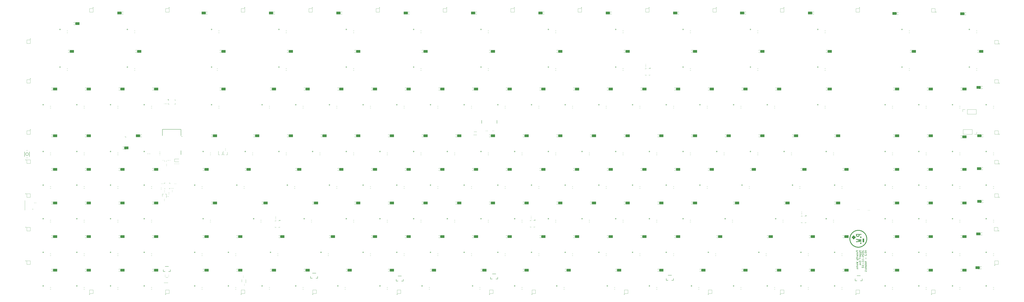
<source format=gbr>
%TF.GenerationSoftware,KiCad,Pcbnew,8.0.5-8.0.5-0~ubuntu20.04.1*%
%TF.CreationDate,2024-11-10T14:11:14+00:00*%
%TF.ProjectId,Hyper7-Evo,48797065-7237-42d4-9576-6f2e6b696361,rev?*%
%TF.SameCoordinates,Original*%
%TF.FileFunction,Legend,Bot*%
%TF.FilePolarity,Positive*%
%FSLAX46Y46*%
G04 Gerber Fmt 4.6, Leading zero omitted, Abs format (unit mm)*
G04 Created by KiCad (PCBNEW 8.0.5-8.0.5-0~ubuntu20.04.1) date 2024-11-10 14:11:14*
%MOMM*%
%LPD*%
G01*
G04 APERTURE LIST*
%ADD10C,0.150000*%
%ADD11C,0.120000*%
%ADD12C,0.050000*%
%ADD13C,0.000000*%
%ADD14C,0.127000*%
%ADD15C,0.100000*%
%ADD16C,0.200000*%
%ADD17C,0.152400*%
%ADD18C,0.203200*%
G04 APERTURE END LIST*
D10*
X508439987Y-187736779D02*
X507439987Y-187736779D01*
X507439987Y-187736779D02*
X507439987Y-188117731D01*
X507439987Y-188117731D02*
X507487606Y-188212969D01*
X507487606Y-188212969D02*
X507535225Y-188260588D01*
X507535225Y-188260588D02*
X507630463Y-188308207D01*
X507630463Y-188308207D02*
X507773320Y-188308207D01*
X507773320Y-188308207D02*
X507868558Y-188260588D01*
X507868558Y-188260588D02*
X507916177Y-188212969D01*
X507916177Y-188212969D02*
X507963796Y-188117731D01*
X507963796Y-188117731D02*
X507963796Y-187736779D01*
X508439987Y-188879636D02*
X508392368Y-188784398D01*
X508392368Y-188784398D02*
X508344748Y-188736779D01*
X508344748Y-188736779D02*
X508249510Y-188689160D01*
X508249510Y-188689160D02*
X507963796Y-188689160D01*
X507963796Y-188689160D02*
X507868558Y-188736779D01*
X507868558Y-188736779D02*
X507820939Y-188784398D01*
X507820939Y-188784398D02*
X507773320Y-188879636D01*
X507773320Y-188879636D02*
X507773320Y-189022493D01*
X507773320Y-189022493D02*
X507820939Y-189117731D01*
X507820939Y-189117731D02*
X507868558Y-189165350D01*
X507868558Y-189165350D02*
X507963796Y-189212969D01*
X507963796Y-189212969D02*
X508249510Y-189212969D01*
X508249510Y-189212969D02*
X508344748Y-189165350D01*
X508344748Y-189165350D02*
X508392368Y-189117731D01*
X508392368Y-189117731D02*
X508439987Y-189022493D01*
X508439987Y-189022493D02*
X508439987Y-188879636D01*
X508439987Y-189784398D02*
X508392368Y-189689160D01*
X508392368Y-189689160D02*
X508297129Y-189641541D01*
X508297129Y-189641541D02*
X507439987Y-189641541D01*
X508439987Y-190593922D02*
X507916177Y-190593922D01*
X507916177Y-190593922D02*
X507820939Y-190546303D01*
X507820939Y-190546303D02*
X507773320Y-190451065D01*
X507773320Y-190451065D02*
X507773320Y-190260589D01*
X507773320Y-190260589D02*
X507820939Y-190165351D01*
X508392368Y-190593922D02*
X508439987Y-190498684D01*
X508439987Y-190498684D02*
X508439987Y-190260589D01*
X508439987Y-190260589D02*
X508392368Y-190165351D01*
X508392368Y-190165351D02*
X508297129Y-190117732D01*
X508297129Y-190117732D02*
X508201891Y-190117732D01*
X508201891Y-190117732D02*
X508106653Y-190165351D01*
X508106653Y-190165351D02*
X508059034Y-190260589D01*
X508059034Y-190260589D02*
X508059034Y-190498684D01*
X508059034Y-190498684D02*
X508011415Y-190593922D01*
X508439987Y-191070113D02*
X507773320Y-191070113D01*
X507963796Y-191070113D02*
X507868558Y-191117732D01*
X507868558Y-191117732D02*
X507820939Y-191165351D01*
X507820939Y-191165351D02*
X507773320Y-191260589D01*
X507773320Y-191260589D02*
X507773320Y-191355827D01*
X508439987Y-191689161D02*
X507773320Y-191689161D01*
X507439987Y-191689161D02*
X507487606Y-191641542D01*
X507487606Y-191641542D02*
X507535225Y-191689161D01*
X507535225Y-191689161D02*
X507487606Y-191736780D01*
X507487606Y-191736780D02*
X507439987Y-191689161D01*
X507439987Y-191689161D02*
X507535225Y-191689161D01*
X507773320Y-192022494D02*
X507773320Y-192403446D01*
X507439987Y-192165351D02*
X508297129Y-192165351D01*
X508297129Y-192165351D02*
X508392368Y-192212970D01*
X508392368Y-192212970D02*
X508439987Y-192308208D01*
X508439987Y-192308208D02*
X508439987Y-192403446D01*
X507773320Y-192641542D02*
X508439987Y-192879637D01*
X507773320Y-193117732D02*
X508439987Y-192879637D01*
X508439987Y-192879637D02*
X508678082Y-192784399D01*
X508678082Y-192784399D02*
X508725701Y-192736780D01*
X508725701Y-192736780D02*
X508773320Y-192641542D01*
X507439987Y-194165352D02*
X508439987Y-194403447D01*
X508439987Y-194403447D02*
X507725701Y-194593923D01*
X507725701Y-194593923D02*
X508439987Y-194784399D01*
X508439987Y-194784399D02*
X507439987Y-195022495D01*
X508439987Y-195546304D02*
X508392368Y-195451066D01*
X508392368Y-195451066D02*
X508344748Y-195403447D01*
X508344748Y-195403447D02*
X508249510Y-195355828D01*
X508249510Y-195355828D02*
X507963796Y-195355828D01*
X507963796Y-195355828D02*
X507868558Y-195403447D01*
X507868558Y-195403447D02*
X507820939Y-195451066D01*
X507820939Y-195451066D02*
X507773320Y-195546304D01*
X507773320Y-195546304D02*
X507773320Y-195689161D01*
X507773320Y-195689161D02*
X507820939Y-195784399D01*
X507820939Y-195784399D02*
X507868558Y-195832018D01*
X507868558Y-195832018D02*
X507963796Y-195879637D01*
X507963796Y-195879637D02*
X508249510Y-195879637D01*
X508249510Y-195879637D02*
X508344748Y-195832018D01*
X508344748Y-195832018D02*
X508392368Y-195784399D01*
X508392368Y-195784399D02*
X508439987Y-195689161D01*
X508439987Y-195689161D02*
X508439987Y-195546304D01*
X508439987Y-196308209D02*
X507773320Y-196308209D01*
X507963796Y-196308209D02*
X507868558Y-196355828D01*
X507868558Y-196355828D02*
X507820939Y-196403447D01*
X507820939Y-196403447D02*
X507773320Y-196498685D01*
X507773320Y-196498685D02*
X507773320Y-196593923D01*
X508439987Y-196927257D02*
X507439987Y-196927257D01*
X508059034Y-197022495D02*
X508439987Y-197308209D01*
X507773320Y-197308209D02*
X508154272Y-196927257D01*
X508392368Y-197689162D02*
X508439987Y-197784400D01*
X508439987Y-197784400D02*
X508439987Y-197974876D01*
X508439987Y-197974876D02*
X508392368Y-198070114D01*
X508392368Y-198070114D02*
X508297129Y-198117733D01*
X508297129Y-198117733D02*
X508249510Y-198117733D01*
X508249510Y-198117733D02*
X508154272Y-198070114D01*
X508154272Y-198070114D02*
X508106653Y-197974876D01*
X508106653Y-197974876D02*
X508106653Y-197832019D01*
X508106653Y-197832019D02*
X508059034Y-197736781D01*
X508059034Y-197736781D02*
X507963796Y-197689162D01*
X507963796Y-197689162D02*
X507916177Y-197689162D01*
X507916177Y-197689162D02*
X507820939Y-197736781D01*
X507820939Y-197736781D02*
X507773320Y-197832019D01*
X507773320Y-197832019D02*
X507773320Y-197974876D01*
X507773320Y-197974876D02*
X507820939Y-198070114D01*
X510049931Y-187736779D02*
X509049931Y-187736779D01*
X509526121Y-187736779D02*
X509526121Y-188308207D01*
X510049931Y-188308207D02*
X509049931Y-188308207D01*
X509383264Y-188689160D02*
X510049931Y-188927255D01*
X509383264Y-189165350D02*
X510049931Y-188927255D01*
X510049931Y-188927255D02*
X510288026Y-188832017D01*
X510288026Y-188832017D02*
X510335645Y-188784398D01*
X510335645Y-188784398D02*
X510383264Y-188689160D01*
X509383264Y-189546303D02*
X510383264Y-189546303D01*
X509430883Y-189546303D02*
X509383264Y-189641541D01*
X509383264Y-189641541D02*
X509383264Y-189832017D01*
X509383264Y-189832017D02*
X509430883Y-189927255D01*
X509430883Y-189927255D02*
X509478502Y-189974874D01*
X509478502Y-189974874D02*
X509573740Y-190022493D01*
X509573740Y-190022493D02*
X509859454Y-190022493D01*
X509859454Y-190022493D02*
X509954692Y-189974874D01*
X509954692Y-189974874D02*
X510002312Y-189927255D01*
X510002312Y-189927255D02*
X510049931Y-189832017D01*
X510049931Y-189832017D02*
X510049931Y-189641541D01*
X510049931Y-189641541D02*
X510002312Y-189546303D01*
X510002312Y-190832017D02*
X510049931Y-190736779D01*
X510049931Y-190736779D02*
X510049931Y-190546303D01*
X510049931Y-190546303D02*
X510002312Y-190451065D01*
X510002312Y-190451065D02*
X509907073Y-190403446D01*
X509907073Y-190403446D02*
X509526121Y-190403446D01*
X509526121Y-190403446D02*
X509430883Y-190451065D01*
X509430883Y-190451065D02*
X509383264Y-190546303D01*
X509383264Y-190546303D02*
X509383264Y-190736779D01*
X509383264Y-190736779D02*
X509430883Y-190832017D01*
X509430883Y-190832017D02*
X509526121Y-190879636D01*
X509526121Y-190879636D02*
X509621359Y-190879636D01*
X509621359Y-190879636D02*
X509716597Y-190403446D01*
X510049931Y-191308208D02*
X509383264Y-191308208D01*
X509573740Y-191308208D02*
X509478502Y-191355827D01*
X509478502Y-191355827D02*
X509430883Y-191403446D01*
X509430883Y-191403446D02*
X509383264Y-191498684D01*
X509383264Y-191498684D02*
X509383264Y-191593922D01*
X509049931Y-191832018D02*
X509049931Y-192498684D01*
X509049931Y-192498684D02*
X510049931Y-192070113D01*
X509526121Y-193641542D02*
X509526121Y-193974875D01*
X510049931Y-194117732D02*
X510049931Y-193641542D01*
X510049931Y-193641542D02*
X509049931Y-193641542D01*
X509049931Y-193641542D02*
X509049931Y-194117732D01*
X509383264Y-194451066D02*
X510049931Y-194689161D01*
X510049931Y-194689161D02*
X509383264Y-194927256D01*
X510049931Y-195451066D02*
X510002312Y-195355828D01*
X510002312Y-195355828D02*
X509954692Y-195308209D01*
X509954692Y-195308209D02*
X509859454Y-195260590D01*
X509859454Y-195260590D02*
X509573740Y-195260590D01*
X509573740Y-195260590D02*
X509478502Y-195308209D01*
X509478502Y-195308209D02*
X509430883Y-195355828D01*
X509430883Y-195355828D02*
X509383264Y-195451066D01*
X509383264Y-195451066D02*
X509383264Y-195593923D01*
X509383264Y-195593923D02*
X509430883Y-195689161D01*
X509430883Y-195689161D02*
X509478502Y-195736780D01*
X509478502Y-195736780D02*
X509573740Y-195784399D01*
X509573740Y-195784399D02*
X509859454Y-195784399D01*
X509859454Y-195784399D02*
X509954692Y-195736780D01*
X509954692Y-195736780D02*
X510002312Y-195689161D01*
X510002312Y-195689161D02*
X510049931Y-195593923D01*
X510049931Y-195593923D02*
X510049931Y-195451066D01*
X510755113Y-187689160D02*
X510707494Y-187736779D01*
X510707494Y-187736779D02*
X510659875Y-187832017D01*
X510659875Y-187832017D02*
X510659875Y-188070112D01*
X510659875Y-188070112D02*
X510707494Y-188165350D01*
X510707494Y-188165350D02*
X510755113Y-188212969D01*
X510755113Y-188212969D02*
X510850351Y-188260588D01*
X510850351Y-188260588D02*
X510945589Y-188260588D01*
X510945589Y-188260588D02*
X511088446Y-188212969D01*
X511088446Y-188212969D02*
X511659875Y-187641541D01*
X511659875Y-187641541D02*
X511659875Y-188260588D01*
X510659875Y-188879636D02*
X510659875Y-188974874D01*
X510659875Y-188974874D02*
X510707494Y-189070112D01*
X510707494Y-189070112D02*
X510755113Y-189117731D01*
X510755113Y-189117731D02*
X510850351Y-189165350D01*
X510850351Y-189165350D02*
X511040827Y-189212969D01*
X511040827Y-189212969D02*
X511278922Y-189212969D01*
X511278922Y-189212969D02*
X511469398Y-189165350D01*
X511469398Y-189165350D02*
X511564636Y-189117731D01*
X511564636Y-189117731D02*
X511612256Y-189070112D01*
X511612256Y-189070112D02*
X511659875Y-188974874D01*
X511659875Y-188974874D02*
X511659875Y-188879636D01*
X511659875Y-188879636D02*
X511612256Y-188784398D01*
X511612256Y-188784398D02*
X511564636Y-188736779D01*
X511564636Y-188736779D02*
X511469398Y-188689160D01*
X511469398Y-188689160D02*
X511278922Y-188641541D01*
X511278922Y-188641541D02*
X511040827Y-188641541D01*
X511040827Y-188641541D02*
X510850351Y-188689160D01*
X510850351Y-188689160D02*
X510755113Y-188736779D01*
X510755113Y-188736779D02*
X510707494Y-188784398D01*
X510707494Y-188784398D02*
X510659875Y-188879636D01*
X510755113Y-189593922D02*
X510707494Y-189641541D01*
X510707494Y-189641541D02*
X510659875Y-189736779D01*
X510659875Y-189736779D02*
X510659875Y-189974874D01*
X510659875Y-189974874D02*
X510707494Y-190070112D01*
X510707494Y-190070112D02*
X510755113Y-190117731D01*
X510755113Y-190117731D02*
X510850351Y-190165350D01*
X510850351Y-190165350D02*
X510945589Y-190165350D01*
X510945589Y-190165350D02*
X511088446Y-190117731D01*
X511088446Y-190117731D02*
X511659875Y-189546303D01*
X511659875Y-189546303D02*
X511659875Y-190165350D01*
X510993208Y-191022493D02*
X511659875Y-191022493D01*
X510612256Y-190784398D02*
X511326541Y-190546303D01*
X511326541Y-190546303D02*
X511326541Y-191165350D01*
X511278922Y-191546303D02*
X511278922Y-192308208D01*
X511659875Y-193308207D02*
X511659875Y-192736779D01*
X511659875Y-193022493D02*
X510659875Y-193022493D01*
X510659875Y-193022493D02*
X510802732Y-192927255D01*
X510802732Y-192927255D02*
X510897970Y-192832017D01*
X510897970Y-192832017D02*
X510945589Y-192736779D01*
X511659875Y-194260588D02*
X511659875Y-193689160D01*
X511659875Y-193974874D02*
X510659875Y-193974874D01*
X510659875Y-193974874D02*
X510802732Y-193879636D01*
X510802732Y-193879636D02*
X510897970Y-193784398D01*
X510897970Y-193784398D02*
X510945589Y-193689160D01*
X511278922Y-194689160D02*
X511278922Y-195451065D01*
X511659875Y-196451064D02*
X511659875Y-195879636D01*
X511659875Y-196165350D02*
X510659875Y-196165350D01*
X510659875Y-196165350D02*
X510802732Y-196070112D01*
X510802732Y-196070112D02*
X510897970Y-195974874D01*
X510897970Y-195974874D02*
X510945589Y-195879636D01*
X510659875Y-197070112D02*
X510659875Y-197165350D01*
X510659875Y-197165350D02*
X510707494Y-197260588D01*
X510707494Y-197260588D02*
X510755113Y-197308207D01*
X510755113Y-197308207D02*
X510850351Y-197355826D01*
X510850351Y-197355826D02*
X511040827Y-197403445D01*
X511040827Y-197403445D02*
X511278922Y-197403445D01*
X511278922Y-197403445D02*
X511469398Y-197355826D01*
X511469398Y-197355826D02*
X511564636Y-197308207D01*
X511564636Y-197308207D02*
X511612256Y-197260588D01*
X511612256Y-197260588D02*
X511659875Y-197165350D01*
X511659875Y-197165350D02*
X511659875Y-197070112D01*
X511659875Y-197070112D02*
X511612256Y-196974874D01*
X511612256Y-196974874D02*
X511564636Y-196927255D01*
X511564636Y-196927255D02*
X511469398Y-196879636D01*
X511469398Y-196879636D02*
X511278922Y-196832017D01*
X511278922Y-196832017D02*
X511040827Y-196832017D01*
X511040827Y-196832017D02*
X510850351Y-196879636D01*
X510850351Y-196879636D02*
X510755113Y-196927255D01*
X510755113Y-196927255D02*
X510707494Y-196974874D01*
X510707494Y-196974874D02*
X510659875Y-197070112D01*
X512269819Y-187593922D02*
X513269819Y-187927255D01*
X513269819Y-187927255D02*
X512269819Y-188260588D01*
X512269819Y-188784398D02*
X512269819Y-188879636D01*
X512269819Y-188879636D02*
X512317438Y-188974874D01*
X512317438Y-188974874D02*
X512365057Y-189022493D01*
X512365057Y-189022493D02*
X512460295Y-189070112D01*
X512460295Y-189070112D02*
X512650771Y-189117731D01*
X512650771Y-189117731D02*
X512888866Y-189117731D01*
X512888866Y-189117731D02*
X513079342Y-189070112D01*
X513079342Y-189070112D02*
X513174580Y-189022493D01*
X513174580Y-189022493D02*
X513222200Y-188974874D01*
X513222200Y-188974874D02*
X513269819Y-188879636D01*
X513269819Y-188879636D02*
X513269819Y-188784398D01*
X513269819Y-188784398D02*
X513222200Y-188689160D01*
X513222200Y-188689160D02*
X513174580Y-188641541D01*
X513174580Y-188641541D02*
X513079342Y-188593922D01*
X513079342Y-188593922D02*
X512888866Y-188546303D01*
X512888866Y-188546303D02*
X512650771Y-188546303D01*
X512650771Y-188546303D02*
X512460295Y-188593922D01*
X512460295Y-188593922D02*
X512365057Y-188641541D01*
X512365057Y-188641541D02*
X512317438Y-188689160D01*
X512317438Y-188689160D02*
X512269819Y-188784398D01*
X513174580Y-189546303D02*
X513222200Y-189593922D01*
X513222200Y-189593922D02*
X513269819Y-189546303D01*
X513269819Y-189546303D02*
X513222200Y-189498684D01*
X513222200Y-189498684D02*
X513174580Y-189546303D01*
X513174580Y-189546303D02*
X513269819Y-189546303D01*
X512365057Y-189974874D02*
X512317438Y-190022493D01*
X512317438Y-190022493D02*
X512269819Y-190117731D01*
X512269819Y-190117731D02*
X512269819Y-190355826D01*
X512269819Y-190355826D02*
X512317438Y-190451064D01*
X512317438Y-190451064D02*
X512365057Y-190498683D01*
X512365057Y-190498683D02*
X512460295Y-190546302D01*
X512460295Y-190546302D02*
X512555533Y-190546302D01*
X512555533Y-190546302D02*
X512698390Y-190498683D01*
X512698390Y-190498683D02*
X513269819Y-189927255D01*
X513269819Y-189927255D02*
X513269819Y-190546302D01*
X512888866Y-191736779D02*
X512888866Y-192498684D01*
X512603152Y-194165350D02*
X513269819Y-194165350D01*
X512222200Y-193927255D02*
X512936485Y-193689160D01*
X512936485Y-193689160D02*
X512936485Y-194308207D01*
X513269819Y-194689160D02*
X512269819Y-194689160D01*
X512650771Y-194689160D02*
X512603152Y-194784398D01*
X512603152Y-194784398D02*
X512603152Y-194974874D01*
X512603152Y-194974874D02*
X512650771Y-195070112D01*
X512650771Y-195070112D02*
X512698390Y-195117731D01*
X512698390Y-195117731D02*
X512793628Y-195165350D01*
X512793628Y-195165350D02*
X513079342Y-195165350D01*
X513079342Y-195165350D02*
X513174580Y-195117731D01*
X513174580Y-195117731D02*
X513222200Y-195070112D01*
X513222200Y-195070112D02*
X513269819Y-194974874D01*
X513269819Y-194974874D02*
X513269819Y-194784398D01*
X513269819Y-194784398D02*
X513222200Y-194689160D01*
X513269819Y-195593922D02*
X512269819Y-195593922D01*
X512650771Y-195593922D02*
X512603152Y-195689160D01*
X512603152Y-195689160D02*
X512603152Y-195879636D01*
X512603152Y-195879636D02*
X512650771Y-195974874D01*
X512650771Y-195974874D02*
X512698390Y-196022493D01*
X512698390Y-196022493D02*
X512793628Y-196070112D01*
X512793628Y-196070112D02*
X513079342Y-196070112D01*
X513079342Y-196070112D02*
X513174580Y-196022493D01*
X513174580Y-196022493D02*
X513222200Y-195974874D01*
X513222200Y-195974874D02*
X513269819Y-195879636D01*
X513269819Y-195879636D02*
X513269819Y-195689160D01*
X513269819Y-195689160D02*
X513222200Y-195593922D01*
X513222200Y-196879636D02*
X513269819Y-196784398D01*
X513269819Y-196784398D02*
X513269819Y-196593922D01*
X513269819Y-196593922D02*
X513222200Y-196498684D01*
X513222200Y-196498684D02*
X513126961Y-196451065D01*
X513126961Y-196451065D02*
X512746009Y-196451065D01*
X512746009Y-196451065D02*
X512650771Y-196498684D01*
X512650771Y-196498684D02*
X512603152Y-196593922D01*
X512603152Y-196593922D02*
X512603152Y-196784398D01*
X512603152Y-196784398D02*
X512650771Y-196879636D01*
X512650771Y-196879636D02*
X512746009Y-196927255D01*
X512746009Y-196927255D02*
X512841247Y-196927255D01*
X512841247Y-196927255D02*
X512936485Y-196451065D01*
X513269819Y-197355827D02*
X512269819Y-197355827D01*
X512650771Y-197355827D02*
X512603152Y-197451065D01*
X512603152Y-197451065D02*
X512603152Y-197641541D01*
X512603152Y-197641541D02*
X512650771Y-197736779D01*
X512650771Y-197736779D02*
X512698390Y-197784398D01*
X512698390Y-197784398D02*
X512793628Y-197832017D01*
X512793628Y-197832017D02*
X513079342Y-197832017D01*
X513079342Y-197832017D02*
X513174580Y-197784398D01*
X513174580Y-197784398D02*
X513222200Y-197736779D01*
X513222200Y-197736779D02*
X513269819Y-197641541D01*
X513269819Y-197641541D02*
X513269819Y-197451065D01*
X513269819Y-197451065D02*
X513222200Y-197355827D01*
X513222200Y-198689160D02*
X513269819Y-198593922D01*
X513269819Y-198593922D02*
X513269819Y-198403446D01*
X513269819Y-198403446D02*
X513222200Y-198308208D01*
X513222200Y-198308208D02*
X513174580Y-198260589D01*
X513174580Y-198260589D02*
X513079342Y-198212970D01*
X513079342Y-198212970D02*
X512793628Y-198212970D01*
X512793628Y-198212970D02*
X512698390Y-198260589D01*
X512698390Y-198260589D02*
X512650771Y-198308208D01*
X512650771Y-198308208D02*
X512603152Y-198403446D01*
X512603152Y-198403446D02*
X512603152Y-198593922D01*
X512603152Y-198593922D02*
X512650771Y-198689160D01*
X513269819Y-199641541D02*
X513269819Y-199070113D01*
X513269819Y-199355827D02*
X512269819Y-199355827D01*
X512269819Y-199355827D02*
X512412676Y-199260589D01*
X512412676Y-199260589D02*
X512507914Y-199165351D01*
X512507914Y-199165351D02*
X512555533Y-199070113D01*
D11*
%TO.C,LEDR104*%
X528117258Y-151377500D02*
X527642742Y-151377500D01*
X528117258Y-152422500D02*
X527642742Y-152422500D01*
%TO.C,LEDR131*%
X566217258Y-170427500D02*
X565742742Y-170427500D01*
X566217258Y-171472500D02*
X565742742Y-171472500D01*
%TO.C,SWD103*%
X499905000Y-140950000D02*
X501705000Y-140950000D01*
X499905000Y-141210000D02*
X499905000Y-140950000D01*
X499905000Y-142350000D02*
X499905000Y-142090000D01*
D12*
X500555000Y-141400000D02*
X501055000Y-141650000D01*
X500555000Y-141900000D02*
X500555000Y-141400000D01*
X501055000Y-141650000D02*
X500555000Y-141900000D01*
X501055000Y-141900000D02*
X501055000Y-141400000D01*
D11*
X501705000Y-140950000D02*
X501705000Y-141210000D01*
X501705000Y-142090000D02*
X501705000Y-142350000D01*
X501705000Y-142350000D02*
X499905000Y-142350000D01*
D13*
G36*
X501694000Y-142285000D02*
G01*
X500805000Y-142285000D01*
X500805000Y-141015000D01*
X501694000Y-141015000D01*
X501694000Y-142285000D01*
G37*
G36*
X503091000Y-142412000D02*
G01*
X500805000Y-142412000D01*
X500805000Y-140888000D01*
X503091000Y-140888000D01*
X503091000Y-142412000D01*
G37*
D11*
%TO.C,J4*%
X567840000Y-119070000D02*
X567840000Y-121730000D01*
X567840000Y-119070000D02*
X572980000Y-119070000D01*
X567840000Y-121730000D02*
X572980000Y-121730000D01*
X572980000Y-119070000D02*
X572980000Y-121730000D01*
X575580000Y-120400000D02*
X575580000Y-121730000D01*
X575580000Y-121730000D02*
X574250000Y-121730000D01*
D14*
%TO.C,LED27*%
X533549000Y-83670000D02*
G75*
G02*
X533041000Y-83670000I-254000J0D01*
G01*
X533041000Y-83670000D02*
G75*
G02*
X533549000Y-83670000I254000J0D01*
G01*
%TO.C,LED166*%
X190649000Y-207730000D02*
G75*
G02*
X190141000Y-207730000I-254000J0D01*
G01*
X190141000Y-207730000D02*
G75*
G02*
X190649000Y-207730000I254000J0D01*
G01*
D11*
%TO.C,LEDR146*%
X328092258Y-189477500D02*
X327617742Y-189477500D01*
X328092258Y-190522500D02*
X327617742Y-190522500D01*
%TO.C,SWD20*%
X261780000Y-74040000D02*
X263580000Y-74040000D01*
X261780000Y-74300000D02*
X261780000Y-74040000D01*
X261780000Y-75440000D02*
X261780000Y-75180000D01*
D12*
X262430000Y-74490000D02*
X262930000Y-74740000D01*
X262430000Y-74990000D02*
X262430000Y-74490000D01*
X262930000Y-74740000D02*
X262430000Y-74990000D01*
X262930000Y-74990000D02*
X262930000Y-74490000D01*
D11*
X263580000Y-74040000D02*
X263580000Y-74300000D01*
X263580000Y-75180000D02*
X263580000Y-75440000D01*
X263580000Y-75440000D02*
X261780000Y-75440000D01*
D13*
G36*
X263569000Y-75375000D02*
G01*
X262680000Y-75375000D01*
X262680000Y-74105000D01*
X263569000Y-74105000D01*
X263569000Y-75375000D01*
G37*
G36*
X264966000Y-75502000D02*
G01*
X262680000Y-75502000D01*
X262680000Y-73978000D01*
X264966000Y-73978000D01*
X264966000Y-75502000D01*
G37*
D11*
%TO.C,LEDR5*%
X223317258Y-63127500D02*
X222842742Y-63127500D01*
X223317258Y-64172500D02*
X222842742Y-64172500D01*
%TO.C,RGB20*%
X585750000Y-155500000D02*
X587750000Y-155500000D01*
X585750000Y-157450000D02*
X585750000Y-155500000D01*
X585750000Y-157500000D02*
X585750000Y-157450000D01*
X587750000Y-155500000D02*
X587750000Y-157500000D01*
X587750000Y-157500000D02*
X585750000Y-157500000D01*
X588456155Y-157500000D02*
G75*
G02*
X588043845Y-157500000I-206155J0D01*
G01*
X588043845Y-157500000D02*
G75*
G02*
X588456155Y-157500000I206155J0D01*
G01*
%TO.C,SWD9*%
X367100000Y-52300000D02*
X368900000Y-52300000D01*
X367100000Y-52560000D02*
X367100000Y-52300000D01*
X367100000Y-53700000D02*
X367100000Y-53440000D01*
D12*
X367750000Y-52750000D02*
X367750000Y-53250000D01*
X367750000Y-53000000D02*
X368250000Y-52750000D01*
X368250000Y-52750000D02*
X368250000Y-53250000D01*
X368250000Y-53250000D02*
X367750000Y-53000000D01*
D11*
X368900000Y-52300000D02*
X368900000Y-52560000D01*
X368900000Y-53440000D02*
X368900000Y-53700000D01*
X368900000Y-53700000D02*
X367100000Y-53700000D01*
D13*
G36*
X368000000Y-53762000D02*
G01*
X365714000Y-53762000D01*
X365714000Y-52238000D01*
X368000000Y-52238000D01*
X368000000Y-53762000D01*
G37*
G36*
X368000000Y-53635000D02*
G01*
X367111000Y-53635000D01*
X367111000Y-52365000D01*
X368000000Y-52365000D01*
X368000000Y-53635000D01*
G37*
D11*
%TO.C,LEDR30*%
X70917258Y-105807500D02*
X70442742Y-105807500D01*
X70917258Y-106852500D02*
X70442742Y-106852500D01*
%TO.C,SWD116*%
X242730000Y-160000000D02*
X244530000Y-160000000D01*
X242730000Y-160260000D02*
X242730000Y-160000000D01*
X242730000Y-161400000D02*
X242730000Y-161140000D01*
D12*
X243380000Y-160450000D02*
X243880000Y-160700000D01*
X243380000Y-160950000D02*
X243380000Y-160450000D01*
X243880000Y-160700000D02*
X243380000Y-160950000D01*
X243880000Y-160950000D02*
X243880000Y-160450000D01*
D11*
X244530000Y-160000000D02*
X244530000Y-160260000D01*
X244530000Y-161140000D02*
X244530000Y-161400000D01*
X244530000Y-161400000D02*
X242730000Y-161400000D01*
D13*
G36*
X244519000Y-161335000D02*
G01*
X243630000Y-161335000D01*
X243630000Y-160065000D01*
X244519000Y-160065000D01*
X244519000Y-161335000D01*
G37*
G36*
X245916000Y-161462000D02*
G01*
X243630000Y-161462000D01*
X243630000Y-159938000D01*
X245916000Y-159938000D01*
X245916000Y-161462000D01*
G37*
D11*
%TO.C,LEDR97*%
X366192258Y-151377500D02*
X365717742Y-151377500D01*
X366192258Y-152422500D02*
X365717742Y-152422500D01*
%TO.C,RGB31*%
X312000000Y-50500000D02*
X314000000Y-50500000D01*
X312000000Y-52500000D02*
X312000000Y-50500000D01*
X313950000Y-52500000D02*
X312000000Y-52500000D01*
X314000000Y-50500000D02*
X314000000Y-52500000D01*
X314000000Y-52500000D02*
X313950000Y-52500000D01*
X314206155Y-50000000D02*
G75*
G02*
X313793845Y-50000000I-206155J0D01*
G01*
X313793845Y-50000000D02*
G75*
G02*
X314206155Y-50000000I206155J0D01*
G01*
%TO.C,RGB37*%
X73750000Y-50500000D02*
X75750000Y-50500000D01*
X73750000Y-52500000D02*
X73750000Y-50500000D01*
X75700000Y-52500000D02*
X73750000Y-52500000D01*
X75750000Y-50500000D02*
X75750000Y-52500000D01*
X75750000Y-52500000D02*
X75700000Y-52500000D01*
X75956155Y-50000000D02*
G75*
G02*
X75543845Y-50000000I-206155J0D01*
G01*
X75543845Y-50000000D02*
G75*
G02*
X75956155Y-50000000I206155J0D01*
G01*
%TO.C,LEDR134*%
X70917258Y-189477500D02*
X70442742Y-189477500D01*
X70917258Y-190522500D02*
X70442742Y-190522500D01*
D14*
%TO.C,LED86*%
X133499000Y-150580000D02*
G75*
G02*
X132991000Y-150580000I-254000J0D01*
G01*
X132991000Y-150580000D02*
G75*
G02*
X133499000Y-150580000I254000J0D01*
G01*
D11*
%TO.C,LEDR67*%
X299517258Y-132327500D02*
X299042742Y-132327500D01*
X299517258Y-133372500D02*
X299042742Y-133372500D01*
%TO.C,LEDR145*%
X309042258Y-189477500D02*
X308567742Y-189477500D01*
X309042258Y-190522500D02*
X308567742Y-190522500D01*
%TO.C,LEDR124*%
X394767258Y-170427500D02*
X394292742Y-170427500D01*
X394767258Y-171472500D02*
X394292742Y-171472500D01*
%TO.C,SWD4*%
X176600000Y-52300000D02*
X178400000Y-52300000D01*
X176600000Y-52560000D02*
X176600000Y-52300000D01*
X176600000Y-53700000D02*
X176600000Y-53440000D01*
D12*
X177250000Y-52750000D02*
X177250000Y-53250000D01*
X177250000Y-53000000D02*
X177750000Y-52750000D01*
X177750000Y-52750000D02*
X177750000Y-53250000D01*
X177750000Y-53250000D02*
X177250000Y-53000000D01*
D11*
X178400000Y-52300000D02*
X178400000Y-52560000D01*
X178400000Y-53440000D02*
X178400000Y-53700000D01*
X178400000Y-53700000D02*
X176600000Y-53700000D01*
D13*
G36*
X177500000Y-53762000D02*
G01*
X175214000Y-53762000D01*
X175214000Y-52238000D01*
X177500000Y-52238000D01*
X177500000Y-53762000D01*
G37*
G36*
X177500000Y-53635000D02*
G01*
X176611000Y-53635000D01*
X176611000Y-52365000D01*
X177500000Y-52365000D01*
X177500000Y-53635000D01*
G37*
D11*
%TO.C,SWD46*%
X404655000Y-95380000D02*
X406455000Y-95380000D01*
X404655000Y-95640000D02*
X404655000Y-95380000D01*
X404655000Y-96780000D02*
X404655000Y-96520000D01*
D12*
X405305000Y-95830000D02*
X405805000Y-96080000D01*
X405305000Y-96330000D02*
X405305000Y-95830000D01*
X405805000Y-96080000D02*
X405305000Y-96330000D01*
X405805000Y-96330000D02*
X405805000Y-95830000D01*
D11*
X406455000Y-95380000D02*
X406455000Y-95640000D01*
X406455000Y-96520000D02*
X406455000Y-96780000D01*
X406455000Y-96780000D02*
X404655000Y-96780000D01*
D13*
G36*
X406444000Y-96715000D02*
G01*
X405555000Y-96715000D01*
X405555000Y-95445000D01*
X406444000Y-95445000D01*
X406444000Y-96715000D01*
G37*
G36*
X407841000Y-96842000D02*
G01*
X405555000Y-96842000D01*
X405555000Y-95318000D01*
X407841000Y-95318000D01*
X407841000Y-96842000D01*
G37*
D14*
%TO.C,LED57*%
X85874000Y-131530000D02*
G75*
G02*
X85366000Y-131530000I-254000J0D01*
G01*
X85366000Y-131530000D02*
G75*
G02*
X85874000Y-131530000I254000J0D01*
G01*
%TO.C,LED182*%
X562124000Y-207730000D02*
G75*
G02*
X561616000Y-207730000I-254000J0D01*
G01*
X561616000Y-207730000D02*
G75*
G02*
X562124000Y-207730000I254000J0D01*
G01*
D11*
%TO.C,LEDR49*%
X461442258Y-105807500D02*
X460967742Y-105807500D01*
X461442258Y-106852500D02*
X460967742Y-106852500D01*
D14*
%TO.C,LED120*%
X314474000Y-169630000D02*
G75*
G02*
X313966000Y-169630000I-254000J0D01*
G01*
X313966000Y-169630000D02*
G75*
G02*
X314474000Y-169630000I254000J0D01*
G01*
D11*
%TO.C,RGB29*%
X388250000Y-50500000D02*
X390250000Y-50500000D01*
X388250000Y-52500000D02*
X388250000Y-50500000D01*
X390200000Y-52500000D02*
X388250000Y-52500000D01*
X390250000Y-50500000D02*
X390250000Y-52500000D01*
X390250000Y-52500000D02*
X390200000Y-52500000D01*
X390456155Y-50000000D02*
G75*
G02*
X390043845Y-50000000I-206155J0D01*
G01*
X390043845Y-50000000D02*
G75*
G02*
X390456155Y-50000000I206155J0D01*
G01*
%TO.C,LEDR177*%
X461442258Y-208527500D02*
X460967742Y-208527500D01*
X461442258Y-209572500D02*
X460967742Y-209572500D01*
%TO.C,LEDR43*%
X347142258Y-105807500D02*
X346667742Y-105807500D01*
X347142258Y-106852500D02*
X346667742Y-106852500D01*
D14*
%TO.C,LED140*%
X204936500Y-188680000D02*
G75*
G02*
X204428500Y-188680000I-254000J0D01*
G01*
X204428500Y-188680000D02*
G75*
G02*
X204936500Y-188680000I254000J0D01*
G01*
D11*
%TO.C,SWD97*%
X366555000Y-140950000D02*
X368355000Y-140950000D01*
X366555000Y-141210000D02*
X366555000Y-140950000D01*
X366555000Y-142350000D02*
X366555000Y-142090000D01*
D12*
X367205000Y-141400000D02*
X367705000Y-141650000D01*
X367205000Y-141900000D02*
X367205000Y-141400000D01*
X367705000Y-141650000D02*
X367205000Y-141900000D01*
X367705000Y-141900000D02*
X367705000Y-141400000D01*
D11*
X368355000Y-140950000D02*
X368355000Y-141210000D01*
X368355000Y-142090000D02*
X368355000Y-142350000D01*
X368355000Y-142350000D02*
X366555000Y-142350000D01*
D13*
G36*
X368344000Y-142285000D02*
G01*
X367455000Y-142285000D01*
X367455000Y-141015000D01*
X368344000Y-141015000D01*
X368344000Y-142285000D01*
G37*
G36*
X369741000Y-142412000D02*
G01*
X367455000Y-142412000D01*
X367455000Y-140888000D01*
X369741000Y-140888000D01*
X369741000Y-142412000D01*
G37*
D14*
%TO.C,LED114*%
X195411500Y-169630000D02*
G75*
G02*
X194903500Y-169630000I-254000J0D01*
G01*
X194903500Y-169630000D02*
G75*
G02*
X195411500Y-169630000I254000J0D01*
G01*
D11*
%TO.C,SWD100*%
X423705000Y-140950000D02*
X425505000Y-140950000D01*
X423705000Y-141210000D02*
X423705000Y-140950000D01*
X423705000Y-142350000D02*
X423705000Y-142090000D01*
D12*
X424355000Y-141400000D02*
X424855000Y-141650000D01*
X424355000Y-141900000D02*
X424355000Y-141400000D01*
X424855000Y-141650000D02*
X424355000Y-141900000D01*
X424855000Y-141900000D02*
X424855000Y-141400000D01*
D11*
X425505000Y-140950000D02*
X425505000Y-141210000D01*
X425505000Y-142090000D02*
X425505000Y-142350000D01*
X425505000Y-142350000D02*
X423705000Y-142350000D01*
D13*
G36*
X425494000Y-142285000D02*
G01*
X424605000Y-142285000D01*
X424605000Y-141015000D01*
X425494000Y-141015000D01*
X425494000Y-142285000D01*
G37*
G36*
X426891000Y-142412000D02*
G01*
X424605000Y-142412000D01*
X424605000Y-140888000D01*
X426891000Y-140888000D01*
X426891000Y-142412000D01*
G37*
D14*
%TO.C,LED65*%
X257324000Y-131530000D02*
G75*
G02*
X256816000Y-131530000I-254000J0D01*
G01*
X256816000Y-131530000D02*
G75*
G02*
X257324000Y-131530000I254000J0D01*
G01*
%TO.C,LED132*%
X581174000Y-169630000D02*
G75*
G02*
X580666000Y-169630000I-254000J0D01*
G01*
X580666000Y-169630000D02*
G75*
G02*
X581174000Y-169630000I254000J0D01*
G01*
D11*
%TO.C,SWD130*%
X547530000Y-160000000D02*
X549330000Y-160000000D01*
X547530000Y-160260000D02*
X547530000Y-160000000D01*
X547530000Y-161400000D02*
X547530000Y-161140000D01*
D12*
X548180000Y-160450000D02*
X548680000Y-160700000D01*
X548180000Y-160950000D02*
X548180000Y-160450000D01*
X548680000Y-160700000D02*
X548180000Y-160950000D01*
X548680000Y-160950000D02*
X548680000Y-160450000D01*
D11*
X549330000Y-160000000D02*
X549330000Y-160260000D01*
X549330000Y-161140000D02*
X549330000Y-161400000D01*
X549330000Y-161400000D02*
X547530000Y-161400000D01*
D13*
G36*
X549319000Y-161335000D02*
G01*
X548430000Y-161335000D01*
X548430000Y-160065000D01*
X549319000Y-160065000D01*
X549319000Y-161335000D01*
G37*
G36*
X550716000Y-161462000D02*
G01*
X548430000Y-161462000D01*
X548430000Y-159938000D01*
X550716000Y-159938000D01*
X550716000Y-161462000D01*
G37*
D11*
%TO.C,R11*%
X113346359Y-131620000D02*
X113653641Y-131620000D01*
X113346359Y-132380000D02*
X113653641Y-132380000D01*
%TO.C,SWD173*%
X371317500Y-198100000D02*
X373117500Y-198100000D01*
X371317500Y-198360000D02*
X371317500Y-198100000D01*
X371317500Y-199500000D02*
X371317500Y-199240000D01*
D12*
X371967500Y-198550000D02*
X372467500Y-198800000D01*
X371967500Y-199050000D02*
X371967500Y-198550000D01*
X372467500Y-198800000D02*
X371967500Y-199050000D01*
X372467500Y-199050000D02*
X372467500Y-198550000D01*
D11*
X373117500Y-198100000D02*
X373117500Y-198360000D01*
X373117500Y-199240000D02*
X373117500Y-199500000D01*
X373117500Y-199500000D02*
X371317500Y-199500000D01*
D13*
G36*
X373106500Y-199435000D02*
G01*
X372217500Y-199435000D01*
X372217500Y-198165000D01*
X373106500Y-198165000D01*
X373106500Y-199435000D01*
G37*
G36*
X374503500Y-199562000D02*
G01*
X372217500Y-199562000D01*
X372217500Y-198038000D01*
X374503500Y-198038000D01*
X374503500Y-199562000D01*
G37*
D11*
%TO.C,SWD3*%
X138500000Y-52300000D02*
X140300000Y-52300000D01*
X138500000Y-52560000D02*
X138500000Y-52300000D01*
X138500000Y-53700000D02*
X138500000Y-53440000D01*
D12*
X139150000Y-52750000D02*
X139150000Y-53250000D01*
X139150000Y-53000000D02*
X139650000Y-52750000D01*
X139650000Y-52750000D02*
X139650000Y-53250000D01*
X139650000Y-53250000D02*
X139150000Y-53000000D01*
D11*
X140300000Y-52300000D02*
X140300000Y-52560000D01*
X140300000Y-53440000D02*
X140300000Y-53700000D01*
X140300000Y-53700000D02*
X138500000Y-53700000D01*
D13*
G36*
X139400000Y-53762000D02*
G01*
X137114000Y-53762000D01*
X137114000Y-52238000D01*
X139400000Y-52238000D01*
X139400000Y-53762000D01*
G37*
G36*
X139400000Y-53635000D02*
G01*
X138511000Y-53635000D01*
X138511000Y-52365000D01*
X139400000Y-52365000D01*
X139400000Y-53635000D01*
G37*
D11*
%TO.C,LEDR45*%
X385242258Y-105807500D02*
X384767742Y-105807500D01*
X385242258Y-106852500D02*
X384767742Y-106852500D01*
%TO.C,C10*%
X117015000Y-104557836D02*
X117015000Y-104342164D01*
X117735000Y-104557836D02*
X117735000Y-104342164D01*
%TO.C,SWD134*%
X71280000Y-179050000D02*
X73080000Y-179050000D01*
X71280000Y-179310000D02*
X71280000Y-179050000D01*
X71280000Y-180450000D02*
X71280000Y-180190000D01*
D12*
X71930000Y-179500000D02*
X72430000Y-179750000D01*
X71930000Y-180000000D02*
X71930000Y-179500000D01*
X72430000Y-179750000D02*
X71930000Y-180000000D01*
X72430000Y-180000000D02*
X72430000Y-179500000D01*
D11*
X73080000Y-179050000D02*
X73080000Y-179310000D01*
X73080000Y-180190000D02*
X73080000Y-180450000D01*
X73080000Y-180450000D02*
X71280000Y-180450000D01*
D13*
G36*
X73069000Y-180385000D02*
G01*
X72180000Y-180385000D01*
X72180000Y-179115000D01*
X73069000Y-179115000D01*
X73069000Y-180385000D01*
G37*
G36*
X74466000Y-180512000D02*
G01*
X72180000Y-180512000D01*
X72180000Y-178988000D01*
X74466000Y-178988000D01*
X74466000Y-180512000D01*
G37*
D11*
%TO.C,SWD171*%
X318930000Y-198100000D02*
X320730000Y-198100000D01*
X318930000Y-198360000D02*
X318930000Y-198100000D01*
X318930000Y-199500000D02*
X318930000Y-199240000D01*
D12*
X319580000Y-198550000D02*
X320080000Y-198800000D01*
X319580000Y-199050000D02*
X319580000Y-198550000D01*
X320080000Y-198800000D02*
X319580000Y-199050000D01*
X320080000Y-199050000D02*
X320080000Y-198550000D01*
D11*
X320730000Y-198100000D02*
X320730000Y-198360000D01*
X320730000Y-199240000D02*
X320730000Y-199500000D01*
X320730000Y-199500000D02*
X318930000Y-199500000D01*
D13*
G36*
X320719000Y-199435000D02*
G01*
X319830000Y-199435000D01*
X319830000Y-198165000D01*
X320719000Y-198165000D01*
X320719000Y-199435000D01*
G37*
G36*
X322116000Y-199562000D02*
G01*
X319830000Y-199562000D01*
X319830000Y-198038000D01*
X322116000Y-198038000D01*
X322116000Y-199562000D01*
G37*
D11*
%TO.C,RGB17*%
X550000000Y-210000000D02*
X550050000Y-210000000D01*
X550000000Y-212000000D02*
X550000000Y-210000000D01*
X550050000Y-210000000D02*
X552000000Y-210000000D01*
X552000000Y-210000000D02*
X552000000Y-212000000D01*
X552000000Y-212000000D02*
X550000000Y-212000000D01*
X550206155Y-212500000D02*
G75*
G02*
X549793845Y-212500000I-206155J0D01*
G01*
X549793845Y-212500000D02*
G75*
G02*
X550206155Y-212500000I206155J0D01*
G01*
%TO.C,LEDR82*%
X51867258Y-151377500D02*
X51392742Y-151377500D01*
X51867258Y-152422500D02*
X51392742Y-152422500D01*
%TO.C,SWD53*%
X566580000Y-95380000D02*
X568380000Y-95380000D01*
X566580000Y-95640000D02*
X566580000Y-95380000D01*
X566580000Y-96780000D02*
X566580000Y-96520000D01*
D12*
X567230000Y-95830000D02*
X567730000Y-96080000D01*
X567230000Y-96330000D02*
X567230000Y-95830000D01*
X567730000Y-96080000D02*
X567230000Y-96330000D01*
X567730000Y-96330000D02*
X567730000Y-95830000D01*
D11*
X568380000Y-95380000D02*
X568380000Y-95640000D01*
X568380000Y-96520000D02*
X568380000Y-96780000D01*
X568380000Y-96780000D02*
X566580000Y-96780000D01*
D13*
G36*
X568369000Y-96715000D02*
G01*
X567480000Y-96715000D01*
X567480000Y-95445000D01*
X568369000Y-95445000D01*
X568369000Y-96715000D01*
G37*
G36*
X569766000Y-96842000D02*
G01*
X567480000Y-96842000D01*
X567480000Y-95318000D01*
X569766000Y-95318000D01*
X569766000Y-96842000D01*
G37*
D11*
%TO.C,U1*%
X290900000Y-122100000D02*
X292800000Y-122100000D01*
X292800000Y-120300000D02*
X291200000Y-120300000D01*
%TO.C,LEDR1*%
X61392258Y-63127500D02*
X60917742Y-63127500D01*
X61392258Y-64172500D02*
X60917742Y-64172500D01*
%TO.C,U10*%
X388040000Y-84540000D02*
X388765000Y-84540000D01*
X388040000Y-84765000D02*
X388040000Y-84540000D01*
X388040000Y-88035000D02*
X388040000Y-88260000D01*
X388040000Y-88260000D02*
X388765000Y-88260000D01*
X390460000Y-84540000D02*
X390035000Y-84540000D01*
X390760000Y-88035000D02*
X390760000Y-88260000D01*
X390760000Y-88260000D02*
X390035000Y-88260000D01*
X390760000Y-84540000D02*
X390520000Y-84210000D01*
X391000000Y-84210000D01*
X390760000Y-84540000D01*
G36*
X390760000Y-84540000D02*
G01*
X390520000Y-84210000D01*
X391000000Y-84210000D01*
X390760000Y-84540000D01*
G37*
D14*
%TO.C,LED55*%
X47774000Y-131530000D02*
G75*
G02*
X47266000Y-131530000I-254000J0D01*
G01*
X47266000Y-131530000D02*
G75*
G02*
X47774000Y-131530000I254000J0D01*
G01*
%TO.C,LED36*%
X209699000Y-105010000D02*
G75*
G02*
X209191000Y-105010000I-254000J0D01*
G01*
X209191000Y-105010000D02*
G75*
G02*
X209699000Y-105010000I254000J0D01*
G01*
D11*
%TO.C,LEDR99*%
X404292258Y-151377500D02*
X403817742Y-151377500D01*
X404292258Y-152422500D02*
X403817742Y-152422500D01*
%TO.C,LEDR95*%
X328092258Y-151377500D02*
X327617742Y-151377500D01*
X328092258Y-152422500D02*
X327617742Y-152422500D01*
D15*
%TO.C,S1*%
X37125000Y-164750000D02*
X37125000Y-159250000D01*
D16*
X41550000Y-164200000D02*
X41550000Y-164200000D01*
X41750000Y-164200000D02*
X41750000Y-164200000D01*
X41550000Y-164200000D02*
G75*
G02*
X41750000Y-164200000I100000J0D01*
G01*
X41750000Y-164200000D02*
G75*
G02*
X41550000Y-164200000I-100000J0D01*
G01*
D14*
%TO.C,LED59*%
X138261500Y-131530000D02*
G75*
G02*
X137753500Y-131530000I-254000J0D01*
G01*
X137753500Y-131530000D02*
G75*
G02*
X138261500Y-131530000I254000J0D01*
G01*
D11*
%TO.C,SWD174*%
X395130000Y-198100000D02*
X396930000Y-198100000D01*
X395130000Y-198360000D02*
X395130000Y-198100000D01*
X395130000Y-199500000D02*
X395130000Y-199240000D01*
D12*
X395780000Y-198550000D02*
X396280000Y-198800000D01*
X395780000Y-199050000D02*
X395780000Y-198550000D01*
X396280000Y-198800000D02*
X395780000Y-199050000D01*
X396280000Y-199050000D02*
X396280000Y-198550000D01*
D11*
X396930000Y-198100000D02*
X396930000Y-198360000D01*
X396930000Y-199240000D02*
X396930000Y-199500000D01*
X396930000Y-199500000D02*
X395130000Y-199500000D01*
D13*
G36*
X396919000Y-199435000D02*
G01*
X396030000Y-199435000D01*
X396030000Y-198165000D01*
X396919000Y-198165000D01*
X396919000Y-199435000D01*
G37*
G36*
X398316000Y-199562000D02*
G01*
X396030000Y-199562000D01*
X396030000Y-198038000D01*
X398316000Y-198038000D01*
X398316000Y-199562000D01*
G37*
D14*
%TO.C,LED168*%
X238274000Y-207730000D02*
G75*
G02*
X237766000Y-207730000I-254000J0D01*
G01*
X237766000Y-207730000D02*
G75*
G02*
X238274000Y-207730000I254000J0D01*
G01*
D11*
%TO.C,SWD125*%
X414180000Y-160000000D02*
X415980000Y-160000000D01*
X414180000Y-160260000D02*
X414180000Y-160000000D01*
X414180000Y-161400000D02*
X414180000Y-161140000D01*
D12*
X414830000Y-160450000D02*
X415330000Y-160700000D01*
X414830000Y-160950000D02*
X414830000Y-160450000D01*
X415330000Y-160700000D02*
X414830000Y-160950000D01*
X415330000Y-160950000D02*
X415330000Y-160450000D01*
D11*
X415980000Y-160000000D02*
X415980000Y-160260000D01*
X415980000Y-161140000D02*
X415980000Y-161400000D01*
X415980000Y-161400000D02*
X414180000Y-161400000D01*
D13*
G36*
X415969000Y-161335000D02*
G01*
X415080000Y-161335000D01*
X415080000Y-160065000D01*
X415969000Y-160065000D01*
X415969000Y-161335000D01*
G37*
G36*
X417366000Y-161462000D02*
G01*
X415080000Y-161462000D01*
X415080000Y-159938000D01*
X417366000Y-159938000D01*
X417366000Y-161462000D01*
G37*
D14*
%TO.C,LED158*%
X581174000Y-188680000D02*
G75*
G02*
X580666000Y-188680000I-254000J0D01*
G01*
X580666000Y-188680000D02*
G75*
G02*
X581174000Y-188680000I254000J0D01*
G01*
D11*
%TO.C,RGB6*%
X73750000Y-210000000D02*
X73800000Y-210000000D01*
X73750000Y-212000000D02*
X73750000Y-210000000D01*
X73800000Y-210000000D02*
X75750000Y-210000000D01*
X75750000Y-210000000D02*
X75750000Y-212000000D01*
X75750000Y-212000000D02*
X73750000Y-212000000D01*
X73956155Y-212500000D02*
G75*
G02*
X73543845Y-212500000I-206155J0D01*
G01*
X73543845Y-212500000D02*
G75*
G02*
X73956155Y-212500000I206155J0D01*
G01*
%TO.C,LEDR149*%
X385242258Y-189477500D02*
X384767742Y-189477500D01*
X385242258Y-190522500D02*
X384767742Y-190522500D01*
%TO.C,LEDR164*%
X156642258Y-208527500D02*
X156167742Y-208527500D01*
X156642258Y-209572500D02*
X156167742Y-209572500D01*
%TO.C,SWD141*%
X233205000Y-179050000D02*
X235005000Y-179050000D01*
X233205000Y-179310000D02*
X233205000Y-179050000D01*
X233205000Y-180450000D02*
X233205000Y-180190000D01*
D12*
X233855000Y-179500000D02*
X234355000Y-179750000D01*
X233855000Y-180000000D02*
X233855000Y-179500000D01*
X234355000Y-179750000D02*
X233855000Y-180000000D01*
X234355000Y-180000000D02*
X234355000Y-179500000D01*
D11*
X235005000Y-179050000D02*
X235005000Y-179310000D01*
X235005000Y-180190000D02*
X235005000Y-180450000D01*
X235005000Y-180450000D02*
X233205000Y-180450000D01*
D13*
G36*
X234994000Y-180385000D02*
G01*
X234105000Y-180385000D01*
X234105000Y-179115000D01*
X234994000Y-179115000D01*
X234994000Y-180385000D01*
G37*
G36*
X236391000Y-180512000D02*
G01*
X234105000Y-180512000D01*
X234105000Y-178988000D01*
X236391000Y-178988000D01*
X236391000Y-180512000D01*
G37*
D11*
%TO.C,C31*%
X123440000Y-138392164D02*
X123440000Y-138607836D01*
X124160000Y-138392164D02*
X124160000Y-138607836D01*
%TO.C,LEDR126*%
X437629758Y-170427500D02*
X437155242Y-170427500D01*
X437629758Y-171472500D02*
X437155242Y-171472500D01*
D14*
%TO.C,LED32*%
X104924000Y-105010000D02*
G75*
G02*
X104416000Y-105010000I-254000J0D01*
G01*
X104416000Y-105010000D02*
G75*
G02*
X104924000Y-105010000I254000J0D01*
G01*
D11*
%TO.C,SWD169*%
X266542500Y-198100000D02*
X268342500Y-198100000D01*
X266542500Y-198360000D02*
X266542500Y-198100000D01*
X266542500Y-199500000D02*
X266542500Y-199240000D01*
D12*
X267192500Y-198550000D02*
X267692500Y-198800000D01*
X267192500Y-199050000D02*
X267192500Y-198550000D01*
X267692500Y-198800000D02*
X267192500Y-199050000D01*
X267692500Y-199050000D02*
X267692500Y-198550000D01*
D11*
X268342500Y-198100000D02*
X268342500Y-198360000D01*
X268342500Y-199240000D02*
X268342500Y-199500000D01*
X268342500Y-199500000D02*
X266542500Y-199500000D01*
D13*
G36*
X268331500Y-199435000D02*
G01*
X267442500Y-199435000D01*
X267442500Y-198165000D01*
X268331500Y-198165000D01*
X268331500Y-199435000D01*
G37*
G36*
X269728500Y-199562000D02*
G01*
X267442500Y-199562000D01*
X267442500Y-198038000D01*
X269728500Y-198038000D01*
X269728500Y-199562000D01*
G37*
D11*
%TO.C,R7*%
X116203641Y-158557500D02*
X115896359Y-158557500D01*
X116203641Y-159317500D02*
X115896359Y-159317500D01*
D14*
%TO.C,LED92*%
X266849000Y-150580000D02*
G75*
G02*
X266341000Y-150580000I-254000J0D01*
G01*
X266341000Y-150580000D02*
G75*
G02*
X266849000Y-150580000I254000J0D01*
G01*
D11*
%TO.C,LEDR137*%
X137592258Y-189477500D02*
X137117742Y-189477500D01*
X137592258Y-190522500D02*
X137117742Y-190522500D01*
D14*
%TO.C,LED111*%
X104924000Y-169630000D02*
G75*
G02*
X104416000Y-169630000I-254000J0D01*
G01*
X104416000Y-169630000D02*
G75*
G02*
X104924000Y-169630000I254000J0D01*
G01*
%TO.C,LED110*%
X85874000Y-169630000D02*
G75*
G02*
X85366000Y-169630000I-254000J0D01*
G01*
X85366000Y-169630000D02*
G75*
G02*
X85874000Y-169630000I254000J0D01*
G01*
%TO.C,LED89*%
X209699000Y-150580000D02*
G75*
G02*
X209191000Y-150580000I-254000J0D01*
G01*
X209191000Y-150580000D02*
G75*
G02*
X209699000Y-150580000I254000J0D01*
G01*
D11*
%TO.C,LEDR112*%
X142354758Y-170427500D02*
X141880242Y-170427500D01*
X142354758Y-171472500D02*
X141880242Y-171472500D01*
%TO.C,SWD150*%
X404655000Y-179050000D02*
X406455000Y-179050000D01*
X404655000Y-179310000D02*
X404655000Y-179050000D01*
X404655000Y-180450000D02*
X404655000Y-180190000D01*
D12*
X405305000Y-179500000D02*
X405805000Y-179750000D01*
X405305000Y-180000000D02*
X405305000Y-179500000D01*
X405805000Y-179750000D02*
X405305000Y-180000000D01*
X405805000Y-180000000D02*
X405805000Y-179500000D01*
D11*
X406455000Y-179050000D02*
X406455000Y-179310000D01*
X406455000Y-180190000D02*
X406455000Y-180450000D01*
X406455000Y-180450000D02*
X404655000Y-180450000D01*
D13*
G36*
X406444000Y-180385000D02*
G01*
X405555000Y-180385000D01*
X405555000Y-179115000D01*
X406444000Y-179115000D01*
X406444000Y-180385000D01*
G37*
G36*
X407841000Y-180512000D02*
G01*
X405555000Y-180512000D01*
X405555000Y-178988000D01*
X407841000Y-178988000D01*
X407841000Y-180512000D01*
G37*
D11*
%TO.C,LEDR90*%
X232842258Y-151377500D02*
X232367742Y-151377500D01*
X232842258Y-152422500D02*
X232367742Y-152422500D01*
%TO.C,R14*%
X120220000Y-152246359D02*
X120220000Y-152553641D01*
X120980000Y-152246359D02*
X120980000Y-152553641D01*
D14*
%TO.C,LED7*%
X295424000Y-62330000D02*
G75*
G02*
X294916000Y-62330000I-254000J0D01*
G01*
X294916000Y-62330000D02*
G75*
G02*
X295424000Y-62330000I254000J0D01*
G01*
D11*
%TO.C,RGB1*%
X38250000Y-119750000D02*
X40250000Y-119750000D01*
X38250000Y-121750000D02*
X38250000Y-119750000D01*
X40200000Y-121750000D02*
X38250000Y-121750000D01*
X40250000Y-119750000D02*
X40250000Y-121750000D01*
X40250000Y-121750000D02*
X40200000Y-121750000D01*
X40456155Y-119250000D02*
G75*
G02*
X40043845Y-119250000I-206155J0D01*
G01*
X40043845Y-119250000D02*
G75*
G02*
X40456155Y-119250000I206155J0D01*
G01*
D14*
%TO.C,LED153*%
X476399000Y-188680000D02*
G75*
G02*
X475891000Y-188680000I-254000J0D01*
G01*
X475891000Y-188680000D02*
G75*
G02*
X476399000Y-188680000I254000J0D01*
G01*
D11*
%TO.C,SWD87*%
X161767500Y-140950000D02*
X163567500Y-140950000D01*
X161767500Y-141210000D02*
X161767500Y-140950000D01*
X161767500Y-142350000D02*
X161767500Y-142090000D01*
D12*
X162417500Y-141400000D02*
X162917500Y-141650000D01*
X162417500Y-141900000D02*
X162417500Y-141400000D01*
X162917500Y-141650000D02*
X162417500Y-141900000D01*
X162917500Y-141900000D02*
X162917500Y-141400000D01*
D11*
X163567500Y-140950000D02*
X163567500Y-141210000D01*
X163567500Y-142090000D02*
X163567500Y-142350000D01*
X163567500Y-142350000D02*
X161767500Y-142350000D01*
D13*
G36*
X163556500Y-142285000D02*
G01*
X162667500Y-142285000D01*
X162667500Y-141015000D01*
X163556500Y-141015000D01*
X163556500Y-142285000D01*
G37*
G36*
X164953500Y-142412000D02*
G01*
X162667500Y-142412000D01*
X162667500Y-140888000D01*
X164953500Y-140888000D01*
X164953500Y-142412000D01*
G37*
D14*
%TO.C,LED67*%
X295424000Y-131530000D02*
G75*
G02*
X294916000Y-131530000I-254000J0D01*
G01*
X294916000Y-131530000D02*
G75*
G02*
X295424000Y-131530000I254000J0D01*
G01*
%TO.C,LED101*%
X443061500Y-150580000D02*
G75*
G02*
X442553500Y-150580000I-254000J0D01*
G01*
X442553500Y-150580000D02*
G75*
G02*
X443061500Y-150580000I254000J0D01*
G01*
D11*
%TO.C,SWD119*%
X299880000Y-160000000D02*
X301680000Y-160000000D01*
X299880000Y-160260000D02*
X299880000Y-160000000D01*
X299880000Y-161400000D02*
X299880000Y-161140000D01*
D12*
X300530000Y-160450000D02*
X301030000Y-160700000D01*
X300530000Y-160950000D02*
X300530000Y-160450000D01*
X301030000Y-160700000D02*
X300530000Y-160950000D01*
X301030000Y-160950000D02*
X301030000Y-160450000D01*
D11*
X301680000Y-160000000D02*
X301680000Y-160260000D01*
X301680000Y-161140000D02*
X301680000Y-161400000D01*
X301680000Y-161400000D02*
X299880000Y-161400000D01*
D13*
G36*
X301669000Y-161335000D02*
G01*
X300780000Y-161335000D01*
X300780000Y-160065000D01*
X301669000Y-160065000D01*
X301669000Y-161335000D01*
G37*
G36*
X303066000Y-161462000D02*
G01*
X300780000Y-161462000D01*
X300780000Y-159938000D01*
X303066000Y-159938000D01*
X303066000Y-161462000D01*
G37*
D11*
%TO.C,RGB11*%
X300000000Y-210000000D02*
X300050000Y-210000000D01*
X300000000Y-212000000D02*
X300000000Y-210000000D01*
X300050000Y-210000000D02*
X302000000Y-210000000D01*
X302000000Y-210000000D02*
X302000000Y-212000000D01*
X302000000Y-212000000D02*
X300000000Y-212000000D01*
X300206155Y-212500000D02*
G75*
G02*
X299793845Y-212500000I-206155J0D01*
G01*
X299793845Y-212500000D02*
G75*
G02*
X300206155Y-212500000I206155J0D01*
G01*
D14*
%TO.C,LED35*%
X190649000Y-105010000D02*
G75*
G02*
X190141000Y-105010000I-254000J0D01*
G01*
X190141000Y-105010000D02*
G75*
G02*
X190649000Y-105010000I254000J0D01*
G01*
D11*
%TO.C,SWD104*%
X528480000Y-140950000D02*
X530280000Y-140950000D01*
X528480000Y-141210000D02*
X528480000Y-140950000D01*
X528480000Y-142350000D02*
X528480000Y-142090000D01*
D12*
X529130000Y-141400000D02*
X529630000Y-141650000D01*
X529130000Y-141900000D02*
X529130000Y-141400000D01*
X529630000Y-141650000D02*
X529130000Y-141900000D01*
X529630000Y-141900000D02*
X529630000Y-141400000D01*
D11*
X530280000Y-140950000D02*
X530280000Y-141210000D01*
X530280000Y-142090000D02*
X530280000Y-142350000D01*
X530280000Y-142350000D02*
X528480000Y-142350000D01*
D13*
G36*
X530269000Y-142285000D02*
G01*
X529380000Y-142285000D01*
X529380000Y-141015000D01*
X530269000Y-141015000D01*
X530269000Y-142285000D01*
G37*
G36*
X531666000Y-142412000D02*
G01*
X529380000Y-142412000D01*
X529380000Y-140888000D01*
X531666000Y-140888000D01*
X531666000Y-142412000D01*
G37*
D11*
%TO.C,SWD62*%
X204630000Y-121900000D02*
X206430000Y-121900000D01*
X204630000Y-122160000D02*
X204630000Y-121900000D01*
X204630000Y-123300000D02*
X204630000Y-123040000D01*
D12*
X205280000Y-122350000D02*
X205780000Y-122600000D01*
X205280000Y-122850000D02*
X205280000Y-122350000D01*
X205780000Y-122600000D02*
X205280000Y-122850000D01*
X205780000Y-122850000D02*
X205780000Y-122350000D01*
D11*
X206430000Y-121900000D02*
X206430000Y-122160000D01*
X206430000Y-123040000D02*
X206430000Y-123300000D01*
X206430000Y-123300000D02*
X204630000Y-123300000D01*
D13*
G36*
X206419000Y-123235000D02*
G01*
X205530000Y-123235000D01*
X205530000Y-121965000D01*
X206419000Y-121965000D01*
X206419000Y-123235000D01*
G37*
G36*
X207816000Y-123362000D02*
G01*
X205530000Y-123362000D01*
X205530000Y-121838000D01*
X207816000Y-121838000D01*
X207816000Y-123362000D01*
G37*
D11*
%TO.C,LEDR120*%
X318567258Y-170427500D02*
X318092742Y-170427500D01*
X318567258Y-171472500D02*
X318092742Y-171472500D01*
%TO.C,SWD121*%
X337980000Y-160000000D02*
X339780000Y-160000000D01*
X337980000Y-160260000D02*
X337980000Y-160000000D01*
X337980000Y-161400000D02*
X337980000Y-161140000D01*
D12*
X338630000Y-160450000D02*
X339130000Y-160700000D01*
X338630000Y-160950000D02*
X338630000Y-160450000D01*
X339130000Y-160700000D02*
X338630000Y-160950000D01*
X339130000Y-160950000D02*
X339130000Y-160450000D01*
D11*
X339780000Y-160000000D02*
X339780000Y-160260000D01*
X339780000Y-161140000D02*
X339780000Y-161400000D01*
X339780000Y-161400000D02*
X337980000Y-161400000D01*
D13*
G36*
X339769000Y-161335000D02*
G01*
X338880000Y-161335000D01*
X338880000Y-160065000D01*
X339769000Y-160065000D01*
X339769000Y-161335000D01*
G37*
G36*
X341166000Y-161462000D02*
G01*
X338880000Y-161462000D01*
X338880000Y-159938000D01*
X341166000Y-159938000D01*
X341166000Y-161462000D01*
G37*
D11*
%TO.C,SWD127*%
X466567500Y-160000000D02*
X468367500Y-160000000D01*
X466567500Y-160260000D02*
X466567500Y-160000000D01*
X466567500Y-161400000D02*
X466567500Y-161140000D01*
D12*
X467217500Y-160450000D02*
X467717500Y-160700000D01*
X467217500Y-160950000D02*
X467217500Y-160450000D01*
X467717500Y-160700000D02*
X467217500Y-160950000D01*
X467717500Y-160950000D02*
X467717500Y-160450000D01*
D11*
X468367500Y-160000000D02*
X468367500Y-160260000D01*
X468367500Y-161140000D02*
X468367500Y-161400000D01*
X468367500Y-161400000D02*
X466567500Y-161400000D01*
D13*
G36*
X468356500Y-161335000D02*
G01*
X467467500Y-161335000D01*
X467467500Y-160065000D01*
X468356500Y-160065000D01*
X468356500Y-161335000D01*
G37*
G36*
X469753500Y-161462000D02*
G01*
X467467500Y-161462000D01*
X467467500Y-159938000D01*
X469753500Y-159938000D01*
X469753500Y-161462000D01*
G37*
D11*
%TO.C,LEDR88*%
X189979758Y-151377500D02*
X189505242Y-151377500D01*
X189979758Y-152422500D02*
X189505242Y-152422500D01*
D14*
%TO.C,LED70*%
X352574000Y-131530000D02*
G75*
G02*
X352066000Y-131530000I-254000J0D01*
G01*
X352066000Y-131530000D02*
G75*
G02*
X352574000Y-131530000I254000J0D01*
G01*
D11*
%TO.C,LEDR66*%
X280467258Y-132327500D02*
X279992742Y-132327500D01*
X280467258Y-133372500D02*
X279992742Y-133372500D01*
%TO.C,LEDR168*%
X242367258Y-208527500D02*
X241892742Y-208527500D01*
X242367258Y-209572500D02*
X241892742Y-209572500D01*
%TO.C,C6*%
X323412164Y-169140000D02*
X323627836Y-169140000D01*
X323412164Y-169860000D02*
X323627836Y-169860000D01*
%TO.C,LEDR6*%
X261417258Y-63127500D02*
X260942742Y-63127500D01*
X261417258Y-64172500D02*
X260942742Y-64172500D01*
%TO.C,LEDR161*%
X89967258Y-208527500D02*
X89492742Y-208527500D01*
X89967258Y-209572500D02*
X89492742Y-209572500D01*
%TO.C,SWD170*%
X295117500Y-198100000D02*
X296917500Y-198100000D01*
X295117500Y-198360000D02*
X295117500Y-198100000D01*
X295117500Y-199500000D02*
X295117500Y-199240000D01*
D12*
X295767500Y-198550000D02*
X296267500Y-198800000D01*
X295767500Y-199050000D02*
X295767500Y-198550000D01*
X296267500Y-198800000D02*
X295767500Y-199050000D01*
X296267500Y-199050000D02*
X296267500Y-198550000D01*
D11*
X296917500Y-198100000D02*
X296917500Y-198360000D01*
X296917500Y-199240000D02*
X296917500Y-199500000D01*
X296917500Y-199500000D02*
X295117500Y-199500000D01*
D13*
G36*
X296906500Y-199435000D02*
G01*
X296017500Y-199435000D01*
X296017500Y-198165000D01*
X296906500Y-198165000D01*
X296906500Y-199435000D01*
G37*
G36*
X298303500Y-199562000D02*
G01*
X296017500Y-199562000D01*
X296017500Y-198038000D01*
X298303500Y-198038000D01*
X298303500Y-199562000D01*
G37*
D11*
%TO.C,SWD122*%
X357030000Y-160000000D02*
X358830000Y-160000000D01*
X357030000Y-160260000D02*
X357030000Y-160000000D01*
X357030000Y-161400000D02*
X357030000Y-161140000D01*
D12*
X357680000Y-160450000D02*
X358180000Y-160700000D01*
X357680000Y-160950000D02*
X357680000Y-160450000D01*
X358180000Y-160700000D02*
X357680000Y-160950000D01*
X358180000Y-160950000D02*
X358180000Y-160450000D01*
D11*
X358830000Y-160000000D02*
X358830000Y-160260000D01*
X358830000Y-161140000D02*
X358830000Y-161400000D01*
X358830000Y-161400000D02*
X357030000Y-161400000D01*
D13*
G36*
X358819000Y-161335000D02*
G01*
X357930000Y-161335000D01*
X357930000Y-160065000D01*
X358819000Y-160065000D01*
X358819000Y-161335000D01*
G37*
G36*
X360216000Y-161462000D02*
G01*
X357930000Y-161462000D01*
X357930000Y-159938000D01*
X360216000Y-159938000D01*
X360216000Y-161462000D01*
G37*
D11*
%TO.C,LEDR63*%
X223317258Y-132327500D02*
X222842742Y-132327500D01*
X223317258Y-133372500D02*
X222842742Y-133372500D01*
D14*
%TO.C,LED161*%
X85874000Y-207730000D02*
G75*
G02*
X85366000Y-207730000I-254000J0D01*
G01*
X85366000Y-207730000D02*
G75*
G02*
X85874000Y-207730000I254000J0D01*
G01*
D11*
%TO.C,LEDR143*%
X270942258Y-189477500D02*
X270467742Y-189477500D01*
X270942258Y-190522500D02*
X270467742Y-190522500D01*
%TO.C,SWD107*%
X577100000Y-140500000D02*
X578900000Y-140500000D01*
X577100000Y-140760000D02*
X577100000Y-140500000D01*
X577100000Y-141900000D02*
X577100000Y-141640000D01*
D12*
X577750000Y-140950000D02*
X577750000Y-141450000D01*
X577750000Y-141200000D02*
X578250000Y-140950000D01*
X578250000Y-140950000D02*
X578250000Y-141450000D01*
X578250000Y-141450000D02*
X577750000Y-141200000D01*
D11*
X578900000Y-140500000D02*
X578900000Y-140760000D01*
X578900000Y-141640000D02*
X578900000Y-141900000D01*
X578900000Y-141900000D02*
X577100000Y-141900000D01*
D13*
G36*
X578000000Y-141962000D02*
G01*
X575714000Y-141962000D01*
X575714000Y-140438000D01*
X578000000Y-140438000D01*
X578000000Y-141962000D01*
G37*
G36*
X578000000Y-141835000D02*
G01*
X577111000Y-141835000D01*
X577111000Y-140565000D01*
X578000000Y-140565000D01*
X578000000Y-141835000D01*
G37*
D11*
%TO.C,C35*%
X117640000Y-136607836D02*
X117640000Y-136392164D01*
X118360000Y-136607836D02*
X118360000Y-136392164D01*
D14*
%TO.C,LED28*%
X571649000Y-83670000D02*
G75*
G02*
X571141000Y-83670000I-254000J0D01*
G01*
X571141000Y-83670000D02*
G75*
G02*
X571649000Y-83670000I254000J0D01*
G01*
D11*
%TO.C,LEDR18*%
X185217258Y-84467500D02*
X184742742Y-84467500D01*
X185217258Y-85512500D02*
X184742742Y-85512500D01*
%TO.C,SWD120*%
X318930000Y-160000000D02*
X320730000Y-160000000D01*
X318930000Y-160260000D02*
X318930000Y-160000000D01*
X318930000Y-161400000D02*
X318930000Y-161140000D01*
D12*
X319580000Y-160450000D02*
X320080000Y-160700000D01*
X319580000Y-160950000D02*
X319580000Y-160450000D01*
X320080000Y-160700000D02*
X319580000Y-160950000D01*
X320080000Y-160950000D02*
X320080000Y-160450000D01*
D11*
X320730000Y-160000000D02*
X320730000Y-160260000D01*
X320730000Y-161140000D02*
X320730000Y-161400000D01*
X320730000Y-161400000D02*
X318930000Y-161400000D01*
D13*
G36*
X320719000Y-161335000D02*
G01*
X319830000Y-161335000D01*
X319830000Y-160065000D01*
X320719000Y-160065000D01*
X320719000Y-161335000D01*
G37*
G36*
X322116000Y-161462000D02*
G01*
X319830000Y-161462000D01*
X319830000Y-159938000D01*
X322116000Y-159938000D01*
X322116000Y-161462000D01*
G37*
D14*
%TO.C,LED11*%
X447824000Y-62330000D02*
G75*
G02*
X447316000Y-62330000I-254000J0D01*
G01*
X447316000Y-62330000D02*
G75*
G02*
X447824000Y-62330000I254000J0D01*
G01*
%TO.C,LED96*%
X343049000Y-150580000D02*
G75*
G02*
X342541000Y-150580000I-254000J0D01*
G01*
X342541000Y-150580000D02*
G75*
G02*
X343049000Y-150580000I254000J0D01*
G01*
D11*
%TO.C,LEDR119*%
X299517258Y-170427500D02*
X299042742Y-170427500D01*
X299517258Y-171472500D02*
X299042742Y-171472500D01*
D14*
%TO.C,LED135*%
X85874000Y-188680000D02*
G75*
G02*
X85366000Y-188680000I-254000J0D01*
G01*
X85366000Y-188680000D02*
G75*
G02*
X85874000Y-188680000I254000J0D01*
G01*
D11*
%TO.C,SWD93*%
X290355000Y-140950000D02*
X292155000Y-140950000D01*
X290355000Y-141210000D02*
X290355000Y-140950000D01*
X290355000Y-142350000D02*
X290355000Y-142090000D01*
D12*
X291005000Y-141400000D02*
X291505000Y-141650000D01*
X291005000Y-141900000D02*
X291005000Y-141400000D01*
X291505000Y-141650000D02*
X291005000Y-141900000D01*
X291505000Y-141900000D02*
X291505000Y-141400000D01*
D11*
X292155000Y-140950000D02*
X292155000Y-141210000D01*
X292155000Y-142090000D02*
X292155000Y-142350000D01*
X292155000Y-142350000D02*
X290355000Y-142350000D01*
D13*
G36*
X292144000Y-142285000D02*
G01*
X291255000Y-142285000D01*
X291255000Y-141015000D01*
X292144000Y-141015000D01*
X292144000Y-142285000D01*
G37*
G36*
X293541000Y-142412000D02*
G01*
X291255000Y-142412000D01*
X291255000Y-140888000D01*
X293541000Y-140888000D01*
X293541000Y-142412000D01*
G37*
D14*
%TO.C,LED54*%
X581174000Y-105010000D02*
G75*
G02*
X580666000Y-105010000I-254000J0D01*
G01*
X580666000Y-105010000D02*
G75*
G02*
X581174000Y-105010000I254000J0D01*
G01*
D11*
%TO.C,LEDR128*%
X494779758Y-170427500D02*
X494305242Y-170427500D01*
X494779758Y-171472500D02*
X494305242Y-171472500D01*
%TO.C,C37*%
X114390000Y-149642164D02*
X114390000Y-149857836D01*
X115110000Y-149642164D02*
X115110000Y-149857836D01*
%TO.C,LEDR182*%
X566217258Y-208527500D02*
X565742742Y-208527500D01*
X566217258Y-209572500D02*
X565742742Y-209572500D01*
D14*
%TO.C,LED102*%
X471636500Y-150580000D02*
G75*
G02*
X471128500Y-150580000I-254000J0D01*
G01*
X471128500Y-150580000D02*
G75*
G02*
X471636500Y-150580000I254000J0D01*
G01*
D11*
%TO.C,LEDR59*%
X142354758Y-132327500D02*
X141880242Y-132327500D01*
X142354758Y-133372500D02*
X141880242Y-133372500D01*
D14*
%TO.C,LED24*%
X409724000Y-83670000D02*
G75*
G02*
X409216000Y-83670000I-254000J0D01*
G01*
X409216000Y-83670000D02*
G75*
G02*
X409724000Y-83670000I254000J0D01*
G01*
D11*
%TO.C,Q1*%
X146640000Y-131300000D02*
X146640000Y-133330000D01*
X147300000Y-133330000D02*
X146640000Y-133330000D01*
X148960000Y-133330000D02*
X148300000Y-133330000D01*
X148960000Y-133330000D02*
X148960000Y-131920000D01*
%TO.C,LEDR178*%
X480492258Y-208527500D02*
X480017742Y-208527500D01*
X480492258Y-209572500D02*
X480017742Y-209572500D01*
%TO.C,RGB10*%
X247750000Y-210000000D02*
X247800000Y-210000000D01*
X247750000Y-212000000D02*
X247750000Y-210000000D01*
X247800000Y-210000000D02*
X249750000Y-210000000D01*
X249750000Y-210000000D02*
X249750000Y-212000000D01*
X249750000Y-212000000D02*
X247750000Y-212000000D01*
X247956155Y-212500000D02*
G75*
G02*
X247543845Y-212500000I-206155J0D01*
G01*
X247543845Y-212500000D02*
G75*
G02*
X247956155Y-212500000I206155J0D01*
G01*
%TO.C,RGB16*%
X507250000Y-210000000D02*
X507300000Y-210000000D01*
X507250000Y-212000000D02*
X507250000Y-210000000D01*
X507300000Y-210000000D02*
X509250000Y-210000000D01*
X509250000Y-210000000D02*
X509250000Y-212000000D01*
X509250000Y-212000000D02*
X507250000Y-212000000D01*
X507456155Y-212500000D02*
G75*
G02*
X507043845Y-212500000I-206155J0D01*
G01*
X507043845Y-212500000D02*
G75*
G02*
X507456155Y-212500000I206155J0D01*
G01*
%TO.C,C2*%
X160847836Y-202135478D02*
X160632164Y-202135478D01*
X160847836Y-202855478D02*
X160632164Y-202855478D01*
%TO.C,SWD72*%
X395130000Y-121900000D02*
X396930000Y-121900000D01*
X395130000Y-122160000D02*
X395130000Y-121900000D01*
X395130000Y-123300000D02*
X395130000Y-123040000D01*
D12*
X395780000Y-122350000D02*
X396280000Y-122600000D01*
X395780000Y-122850000D02*
X395780000Y-122350000D01*
X396280000Y-122600000D02*
X395780000Y-122850000D01*
X396280000Y-122850000D02*
X396280000Y-122350000D01*
D11*
X396930000Y-121900000D02*
X396930000Y-122160000D01*
X396930000Y-123040000D02*
X396930000Y-123300000D01*
X396930000Y-123300000D02*
X395130000Y-123300000D01*
D13*
G36*
X396919000Y-123235000D02*
G01*
X396030000Y-123235000D01*
X396030000Y-121965000D01*
X396919000Y-121965000D01*
X396919000Y-123235000D01*
G37*
G36*
X398316000Y-123362000D02*
G01*
X396030000Y-123362000D01*
X396030000Y-121838000D01*
X398316000Y-121838000D01*
X398316000Y-123362000D01*
G37*
D11*
%TO.C,R9*%
X508220000Y-164246359D02*
X508220000Y-164553641D01*
X508980000Y-164246359D02*
X508980000Y-164553641D01*
%TO.C,LEDR12*%
X490017258Y-63127500D02*
X489542742Y-63127500D01*
X490017258Y-64172500D02*
X489542742Y-64172500D01*
D14*
%TO.C,LED66*%
X276374000Y-131530000D02*
G75*
G02*
X275866000Y-131530000I-254000J0D01*
G01*
X275866000Y-131530000D02*
G75*
G02*
X276374000Y-131530000I254000J0D01*
G01*
%TO.C,LED94*%
X304949000Y-150580000D02*
G75*
G02*
X304441000Y-150580000I-254000J0D01*
G01*
X304441000Y-150580000D02*
G75*
G02*
X304949000Y-150580000I254000J0D01*
G01*
D11*
%TO.C,LEDR27*%
X537642258Y-84467500D02*
X537167742Y-84467500D01*
X537642258Y-85512500D02*
X537167742Y-85512500D01*
%TO.C,SWD58*%
X101350000Y-121900000D02*
X103150000Y-121900000D01*
X101350000Y-122160000D02*
X101350000Y-121900000D01*
X101350000Y-123300000D02*
X101350000Y-123040000D01*
D12*
X102000000Y-122350000D02*
X102000000Y-122850000D01*
X102000000Y-122600000D02*
X102500000Y-122350000D01*
X102500000Y-122350000D02*
X102500000Y-122850000D01*
X102500000Y-122850000D02*
X102000000Y-122600000D01*
D11*
X103150000Y-121900000D02*
X103150000Y-122160000D01*
X103150000Y-123040000D02*
X103150000Y-123300000D01*
X103150000Y-123300000D02*
X101350000Y-123300000D01*
D13*
G36*
X102250000Y-123362000D02*
G01*
X99964000Y-123362000D01*
X99964000Y-121838000D01*
X102250000Y-121838000D01*
X102250000Y-123362000D01*
G37*
G36*
X102250000Y-123235000D02*
G01*
X101361000Y-123235000D01*
X101361000Y-121965000D01*
X102250000Y-121965000D01*
X102250000Y-123235000D01*
G37*
D11*
%TO.C,SWD56*%
X71280000Y-121900000D02*
X73080000Y-121900000D01*
X71280000Y-122160000D02*
X71280000Y-121900000D01*
X71280000Y-123300000D02*
X71280000Y-123040000D01*
D12*
X71930000Y-122350000D02*
X72430000Y-122600000D01*
X71930000Y-122850000D02*
X71930000Y-122350000D01*
X72430000Y-122600000D02*
X71930000Y-122850000D01*
X72430000Y-122850000D02*
X72430000Y-122350000D01*
D11*
X73080000Y-121900000D02*
X73080000Y-122160000D01*
X73080000Y-123040000D02*
X73080000Y-123300000D01*
X73080000Y-123300000D02*
X71280000Y-123300000D01*
D13*
G36*
X73069000Y-123235000D02*
G01*
X72180000Y-123235000D01*
X72180000Y-121965000D01*
X73069000Y-121965000D01*
X73069000Y-123235000D01*
G37*
G36*
X74466000Y-123362000D02*
G01*
X72180000Y-123362000D01*
X72180000Y-121838000D01*
X74466000Y-121838000D01*
X74466000Y-123362000D01*
G37*
D11*
%TO.C,LEDR48*%
X442392258Y-105807500D02*
X441917742Y-105807500D01*
X442392258Y-106852500D02*
X441917742Y-106852500D01*
D14*
%TO.C,LED31*%
X85874000Y-105010000D02*
G75*
G02*
X85366000Y-105010000I-254000J0D01*
G01*
X85366000Y-105010000D02*
G75*
G02*
X85874000Y-105010000I254000J0D01*
G01*
D11*
%TO.C,SWD99*%
X404655000Y-140950000D02*
X406455000Y-140950000D01*
X404655000Y-141210000D02*
X404655000Y-140950000D01*
X404655000Y-142350000D02*
X404655000Y-142090000D01*
D12*
X405305000Y-141400000D02*
X405805000Y-141650000D01*
X405305000Y-141900000D02*
X405305000Y-141400000D01*
X405805000Y-141650000D02*
X405305000Y-141900000D01*
X405805000Y-141900000D02*
X405805000Y-141400000D01*
D11*
X406455000Y-140950000D02*
X406455000Y-141210000D01*
X406455000Y-142090000D02*
X406455000Y-142350000D01*
X406455000Y-142350000D02*
X404655000Y-142350000D01*
D13*
G36*
X406444000Y-142285000D02*
G01*
X405555000Y-142285000D01*
X405555000Y-141015000D01*
X406444000Y-141015000D01*
X406444000Y-142285000D01*
G37*
G36*
X407841000Y-142412000D02*
G01*
X405555000Y-142412000D01*
X405555000Y-140888000D01*
X407841000Y-140888000D01*
X407841000Y-142412000D01*
G37*
D11*
%TO.C,RGB38*%
X38250000Y-68250000D02*
X40250000Y-68250000D01*
X38250000Y-70250000D02*
X38250000Y-68250000D01*
X40200000Y-70250000D02*
X38250000Y-70250000D01*
X40250000Y-68250000D02*
X40250000Y-70250000D01*
X40250000Y-70250000D02*
X40200000Y-70250000D01*
X40456155Y-67750000D02*
G75*
G02*
X40043845Y-67750000I-206155J0D01*
G01*
X40043845Y-67750000D02*
G75*
G02*
X40456155Y-67750000I206155J0D01*
G01*
%TO.C,LEDR85*%
X109017258Y-151377500D02*
X108542742Y-151377500D01*
X109017258Y-152422500D02*
X108542742Y-152422500D01*
%TO.C,LEDR25*%
X451917258Y-84467500D02*
X451442742Y-84467500D01*
X451917258Y-85512500D02*
X451442742Y-85512500D01*
%TO.C,SWD147*%
X347505000Y-179050000D02*
X349305000Y-179050000D01*
X347505000Y-179310000D02*
X347505000Y-179050000D01*
X347505000Y-180450000D02*
X347505000Y-180190000D01*
D12*
X348155000Y-179500000D02*
X348655000Y-179750000D01*
X348155000Y-180000000D02*
X348155000Y-179500000D01*
X348655000Y-179750000D02*
X348155000Y-180000000D01*
X348655000Y-180000000D02*
X348655000Y-179500000D01*
D11*
X349305000Y-179050000D02*
X349305000Y-179310000D01*
X349305000Y-180190000D02*
X349305000Y-180450000D01*
X349305000Y-180450000D02*
X347505000Y-180450000D01*
D13*
G36*
X349294000Y-180385000D02*
G01*
X348405000Y-180385000D01*
X348405000Y-179115000D01*
X349294000Y-179115000D01*
X349294000Y-180385000D01*
G37*
G36*
X350691000Y-180512000D02*
G01*
X348405000Y-180512000D01*
X348405000Y-178988000D01*
X350691000Y-178988000D01*
X350691000Y-180512000D01*
G37*
D11*
%TO.C,SWD89*%
X214155000Y-140950000D02*
X215955000Y-140950000D01*
X214155000Y-141210000D02*
X214155000Y-140950000D01*
X214155000Y-142350000D02*
X214155000Y-142090000D01*
D12*
X214805000Y-141400000D02*
X215305000Y-141650000D01*
X214805000Y-141900000D02*
X214805000Y-141400000D01*
X215305000Y-141650000D02*
X214805000Y-141900000D01*
X215305000Y-141900000D02*
X215305000Y-141400000D01*
D11*
X215955000Y-140950000D02*
X215955000Y-141210000D01*
X215955000Y-142090000D02*
X215955000Y-142350000D01*
X215955000Y-142350000D02*
X214155000Y-142350000D01*
D13*
G36*
X215944000Y-142285000D02*
G01*
X215055000Y-142285000D01*
X215055000Y-141015000D01*
X215944000Y-141015000D01*
X215944000Y-142285000D01*
G37*
G36*
X217341000Y-142412000D02*
G01*
X215055000Y-142412000D01*
X215055000Y-140888000D01*
X217341000Y-140888000D01*
X217341000Y-142412000D01*
G37*
D11*
%TO.C,LEDR39*%
X270942258Y-105807500D02*
X270467742Y-105807500D01*
X270942258Y-106852500D02*
X270467742Y-106852500D01*
%TO.C,LEDR37*%
X232842258Y-105807500D02*
X232367742Y-105807500D01*
X232842258Y-106852500D02*
X232367742Y-106852500D01*
%TO.C,SWD32*%
X109380000Y-95380000D02*
X111180000Y-95380000D01*
X109380000Y-95640000D02*
X109380000Y-95380000D01*
X109380000Y-96780000D02*
X109380000Y-96520000D01*
D12*
X110030000Y-95830000D02*
X110530000Y-96080000D01*
X110030000Y-96330000D02*
X110030000Y-95830000D01*
X110530000Y-96080000D02*
X110030000Y-96330000D01*
X110530000Y-96330000D02*
X110530000Y-95830000D01*
D11*
X111180000Y-95380000D02*
X111180000Y-95640000D01*
X111180000Y-96520000D02*
X111180000Y-96780000D01*
X111180000Y-96780000D02*
X109380000Y-96780000D01*
D13*
G36*
X111169000Y-96715000D02*
G01*
X110280000Y-96715000D01*
X110280000Y-95445000D01*
X111169000Y-95445000D01*
X111169000Y-96715000D01*
G37*
G36*
X112566000Y-96842000D02*
G01*
X110280000Y-96842000D01*
X110280000Y-95318000D01*
X112566000Y-95318000D01*
X112566000Y-96842000D01*
G37*
D11*
%TO.C,LEDR10*%
X413817258Y-63127500D02*
X413342742Y-63127500D01*
X413817258Y-64172500D02*
X413342742Y-64172500D01*
%TO.C,J5*%
X567590000Y-107670000D02*
X568920000Y-107670000D01*
X567590000Y-109000000D02*
X567590000Y-107670000D01*
X570190000Y-110330000D02*
X570190000Y-107670000D01*
X575330000Y-107670000D02*
X570190000Y-107670000D01*
X575330000Y-110330000D02*
X570190000Y-110330000D01*
X575330000Y-110330000D02*
X575330000Y-107670000D01*
%TO.C,LEDR84*%
X89967258Y-151377500D02*
X89492742Y-151377500D01*
X89967258Y-152422500D02*
X89492742Y-152422500D01*
D14*
%TO.C,LED162*%
X104924000Y-207730000D02*
G75*
G02*
X104416000Y-207730000I-254000J0D01*
G01*
X104416000Y-207730000D02*
G75*
G02*
X104924000Y-207730000I254000J0D01*
G01*
D11*
%TO.C,SWD154*%
X499905000Y-179050000D02*
X501705000Y-179050000D01*
X499905000Y-179310000D02*
X499905000Y-179050000D01*
X499905000Y-180450000D02*
X499905000Y-180190000D01*
D12*
X500555000Y-179500000D02*
X501055000Y-179750000D01*
X500555000Y-180000000D02*
X500555000Y-179500000D01*
X501055000Y-179750000D02*
X500555000Y-180000000D01*
X501055000Y-180000000D02*
X501055000Y-179500000D01*
D11*
X501705000Y-179050000D02*
X501705000Y-179310000D01*
X501705000Y-180190000D02*
X501705000Y-180450000D01*
X501705000Y-180450000D02*
X499905000Y-180450000D01*
D13*
G36*
X501694000Y-180385000D02*
G01*
X500805000Y-180385000D01*
X500805000Y-179115000D01*
X501694000Y-179115000D01*
X501694000Y-180385000D01*
G37*
G36*
X503091000Y-180512000D02*
G01*
X500805000Y-180512000D01*
X500805000Y-178988000D01*
X503091000Y-178988000D01*
X503091000Y-180512000D01*
G37*
D11*
%TO.C,SWD14*%
X567600000Y-52700000D02*
X569400000Y-52700000D01*
X567600000Y-52960000D02*
X567600000Y-52700000D01*
X567600000Y-54100000D02*
X567600000Y-53840000D01*
D12*
X568250000Y-53150000D02*
X568250000Y-53650000D01*
X568250000Y-53400000D02*
X568750000Y-53150000D01*
X568750000Y-53150000D02*
X568750000Y-53650000D01*
X568750000Y-53650000D02*
X568250000Y-53400000D01*
D11*
X569400000Y-52700000D02*
X569400000Y-52960000D01*
X569400000Y-53840000D02*
X569400000Y-54100000D01*
X569400000Y-54100000D02*
X567600000Y-54100000D01*
D13*
G36*
X568500000Y-54162000D02*
G01*
X566214000Y-54162000D01*
X566214000Y-52638000D01*
X568500000Y-52638000D01*
X568500000Y-54162000D01*
G37*
G36*
X568500000Y-54035000D02*
G01*
X567611000Y-54035000D01*
X567611000Y-52765000D01*
X568500000Y-52765000D01*
X568500000Y-54035000D01*
G37*
D14*
%TO.C,LED175*%
X414486500Y-207730000D02*
G75*
G02*
X413978500Y-207730000I-254000J0D01*
G01*
X413978500Y-207730000D02*
G75*
G02*
X414486500Y-207730000I254000J0D01*
G01*
D11*
%TO.C,LEDR28*%
X575742258Y-84467500D02*
X575267742Y-84467500D01*
X575742258Y-85512500D02*
X575267742Y-85512500D01*
%TO.C,SWD74*%
X433230000Y-121900000D02*
X435030000Y-121900000D01*
X433230000Y-122160000D02*
X433230000Y-121900000D01*
X433230000Y-123300000D02*
X433230000Y-123040000D01*
D12*
X433880000Y-122350000D02*
X434380000Y-122600000D01*
X433880000Y-122850000D02*
X433880000Y-122350000D01*
X434380000Y-122600000D02*
X433880000Y-122850000D01*
X434380000Y-122850000D02*
X434380000Y-122350000D01*
D11*
X435030000Y-121900000D02*
X435030000Y-122160000D01*
X435030000Y-123040000D02*
X435030000Y-123300000D01*
X435030000Y-123300000D02*
X433230000Y-123300000D01*
D13*
G36*
X435019000Y-123235000D02*
G01*
X434130000Y-123235000D01*
X434130000Y-121965000D01*
X435019000Y-121965000D01*
X435019000Y-123235000D01*
G37*
G36*
X436416000Y-123362000D02*
G01*
X434130000Y-123362000D01*
X434130000Y-121838000D01*
X436416000Y-121838000D01*
X436416000Y-123362000D01*
G37*
D14*
%TO.C,LED174*%
X390674000Y-207730000D02*
G75*
G02*
X390166000Y-207730000I-254000J0D01*
G01*
X390166000Y-207730000D02*
G75*
G02*
X390674000Y-207730000I254000J0D01*
G01*
D11*
%TO.C,RGB25*%
X550000000Y-50500000D02*
X552000000Y-50500000D01*
X550000000Y-52450000D02*
X550000000Y-50500000D01*
X550000000Y-52500000D02*
X550000000Y-52450000D01*
X552000000Y-50500000D02*
X552000000Y-52500000D01*
X552000000Y-52500000D02*
X550000000Y-52500000D01*
X552706155Y-52500000D02*
G75*
G02*
X552293845Y-52500000I-206155J0D01*
G01*
X552293845Y-52500000D02*
G75*
G02*
X552706155Y-52500000I206155J0D01*
G01*
%TO.C,RGB34*%
X197750000Y-50500000D02*
X199750000Y-50500000D01*
X197750000Y-52500000D02*
X197750000Y-50500000D01*
X199700000Y-52500000D02*
X197750000Y-52500000D01*
X199750000Y-50500000D02*
X199750000Y-52500000D01*
X199750000Y-52500000D02*
X199700000Y-52500000D01*
X199956155Y-50000000D02*
G75*
G02*
X199543845Y-50000000I-206155J0D01*
G01*
X199543845Y-50000000D02*
G75*
G02*
X199956155Y-50000000I206155J0D01*
G01*
%TO.C,LEDR142*%
X251892258Y-189477500D02*
X251417742Y-189477500D01*
X251892258Y-190522500D02*
X251417742Y-190522500D01*
D14*
%TO.C,LED136*%
X104924000Y-188680000D02*
G75*
G02*
X104416000Y-188680000I-254000J0D01*
G01*
X104416000Y-188680000D02*
G75*
G02*
X104924000Y-188680000I254000J0D01*
G01*
D11*
%TO.C,SWD172*%
X342742500Y-198100000D02*
X344542500Y-198100000D01*
X342742500Y-198360000D02*
X342742500Y-198100000D01*
X342742500Y-199500000D02*
X342742500Y-199240000D01*
D12*
X343392500Y-198550000D02*
X343892500Y-198800000D01*
X343392500Y-199050000D02*
X343392500Y-198550000D01*
X343892500Y-198800000D02*
X343392500Y-199050000D01*
X343892500Y-199050000D02*
X343892500Y-198550000D01*
D11*
X344542500Y-198100000D02*
X344542500Y-198360000D01*
X344542500Y-199240000D02*
X344542500Y-199500000D01*
X344542500Y-199500000D02*
X342742500Y-199500000D01*
D13*
G36*
X344531500Y-199435000D02*
G01*
X343642500Y-199435000D01*
X343642500Y-198165000D01*
X344531500Y-198165000D01*
X344531500Y-199435000D01*
G37*
G36*
X345928500Y-199562000D02*
G01*
X343642500Y-199562000D01*
X343642500Y-198038000D01*
X345928500Y-198038000D01*
X345928500Y-199562000D01*
G37*
D14*
%TO.C,LED3*%
X143024000Y-62330000D02*
G75*
G02*
X142516000Y-62330000I-254000J0D01*
G01*
X142516000Y-62330000D02*
G75*
G02*
X143024000Y-62330000I254000J0D01*
G01*
D11*
%TO.C,RGB4*%
X38250000Y-174500000D02*
X40250000Y-174500000D01*
X38250000Y-176500000D02*
X38250000Y-174500000D01*
X40250000Y-174500000D02*
X40250000Y-174550000D01*
X40250000Y-174550000D02*
X40250000Y-176500000D01*
X40250000Y-176500000D02*
X38250000Y-176500000D01*
X37956155Y-174500000D02*
G75*
G02*
X37543845Y-174500000I-206155J0D01*
G01*
X37543845Y-174500000D02*
G75*
G02*
X37956155Y-174500000I206155J0D01*
G01*
%TO.C,SWD167*%
X218917500Y-198100000D02*
X220717500Y-198100000D01*
X218917500Y-198360000D02*
X218917500Y-198100000D01*
X218917500Y-199500000D02*
X218917500Y-199240000D01*
D12*
X219567500Y-198550000D02*
X220067500Y-198800000D01*
X219567500Y-199050000D02*
X219567500Y-198550000D01*
X220067500Y-198800000D02*
X219567500Y-199050000D01*
X220067500Y-199050000D02*
X220067500Y-198550000D01*
D11*
X220717500Y-198100000D02*
X220717500Y-198360000D01*
X220717500Y-199240000D02*
X220717500Y-199500000D01*
X220717500Y-199500000D02*
X218917500Y-199500000D01*
D13*
G36*
X220706500Y-199435000D02*
G01*
X219817500Y-199435000D01*
X219817500Y-198165000D01*
X220706500Y-198165000D01*
X220706500Y-199435000D01*
G37*
G36*
X222103500Y-199562000D02*
G01*
X219817500Y-199562000D01*
X219817500Y-198038000D01*
X222103500Y-198038000D01*
X222103500Y-199562000D01*
G37*
D11*
%TO.C,C1*%
X118587836Y-201640000D02*
X118372164Y-201640000D01*
X118587836Y-202360000D02*
X118372164Y-202360000D01*
%TO.C,SWD60*%
X166530000Y-121900000D02*
X168330000Y-121900000D01*
X166530000Y-122160000D02*
X166530000Y-121900000D01*
X166530000Y-123300000D02*
X166530000Y-123040000D01*
D12*
X167180000Y-122350000D02*
X167680000Y-122600000D01*
X167180000Y-122850000D02*
X167180000Y-122350000D01*
X167680000Y-122600000D02*
X167180000Y-122850000D01*
X167680000Y-122850000D02*
X167680000Y-122350000D01*
D11*
X168330000Y-121900000D02*
X168330000Y-122160000D01*
X168330000Y-123040000D02*
X168330000Y-123300000D01*
X168330000Y-123300000D02*
X166530000Y-123300000D01*
D13*
G36*
X168319000Y-123235000D02*
G01*
X167430000Y-123235000D01*
X167430000Y-121965000D01*
X168319000Y-121965000D01*
X168319000Y-123235000D01*
G37*
G36*
X169716000Y-123362000D02*
G01*
X167430000Y-123362000D01*
X167430000Y-121838000D01*
X169716000Y-121838000D01*
X169716000Y-123362000D01*
G37*
D11*
%TO.C,LEDR122*%
X356667258Y-170427500D02*
X356192742Y-170427500D01*
X356667258Y-171472500D02*
X356192742Y-171472500D01*
%TO.C,C3*%
X178899664Y-169290000D02*
X179115336Y-169290000D01*
X178899664Y-170010000D02*
X179115336Y-170010000D01*
%TO.C,C5*%
X179115336Y-168290000D02*
X178899664Y-168290000D01*
X179115336Y-169010000D02*
X178899664Y-169010000D01*
D14*
%TO.C,LED179*%
X495449000Y-207730000D02*
G75*
G02*
X494941000Y-207730000I-254000J0D01*
G01*
X494941000Y-207730000D02*
G75*
G02*
X495449000Y-207730000I254000J0D01*
G01*
D11*
%TO.C,LEDR166*%
X194742258Y-208527500D02*
X194267742Y-208527500D01*
X194742258Y-209572500D02*
X194267742Y-209572500D01*
%TO.C,LEDR148*%
X366192258Y-189477500D02*
X365717742Y-189477500D01*
X366192258Y-190522500D02*
X365717742Y-190522500D01*
%TO.C,LEDR100*%
X423342258Y-151377500D02*
X422867742Y-151377500D01*
X423342258Y-152422500D02*
X422867742Y-152422500D01*
%TO.C,LEDR111*%
X109017258Y-170427500D02*
X108542742Y-170427500D01*
X109017258Y-171472500D02*
X108542742Y-171472500D01*
D14*
%TO.C,LED164*%
X152549000Y-207730000D02*
G75*
G02*
X152041000Y-207730000I-254000J0D01*
G01*
X152041000Y-207730000D02*
G75*
G02*
X152549000Y-207730000I254000J0D01*
G01*
%TO.C,LED151*%
X424011500Y-188680000D02*
G75*
G02*
X423503500Y-188680000I-254000J0D01*
G01*
X423503500Y-188680000D02*
G75*
G02*
X424011500Y-188680000I254000J0D01*
G01*
D11*
%TO.C,LEDR47*%
X423342258Y-105807500D02*
X422867742Y-105807500D01*
X423342258Y-106852500D02*
X422867742Y-106852500D01*
%TO.C,RGB24*%
X585750000Y-68500000D02*
X587750000Y-68500000D01*
X585750000Y-70450000D02*
X585750000Y-68500000D01*
X585750000Y-70500000D02*
X585750000Y-70450000D01*
X587750000Y-68500000D02*
X587750000Y-70500000D01*
X587750000Y-70500000D02*
X585750000Y-70500000D01*
X588456155Y-70500000D02*
G75*
G02*
X588043845Y-70500000I-206155J0D01*
G01*
X588043845Y-70500000D02*
G75*
G02*
X588456155Y-70500000I206155J0D01*
G01*
D14*
%TO.C,LED63*%
X219224000Y-131530000D02*
G75*
G02*
X218716000Y-131530000I-254000J0D01*
G01*
X218716000Y-131530000D02*
G75*
G02*
X219224000Y-131530000I254000J0D01*
G01*
%TO.C,LED137*%
X133499000Y-188680000D02*
G75*
G02*
X132991000Y-188680000I-254000J0D01*
G01*
X132991000Y-188680000D02*
G75*
G02*
X133499000Y-188680000I254000J0D01*
G01*
D11*
%TO.C,LEDR75*%
X451917258Y-132327500D02*
X451442742Y-132327500D01*
X451917258Y-133372500D02*
X451442742Y-133372500D01*
D14*
%TO.C,LED97*%
X362099000Y-150580000D02*
G75*
G02*
X361591000Y-150580000I-254000J0D01*
G01*
X361591000Y-150580000D02*
G75*
G02*
X362099000Y-150580000I254000J0D01*
G01*
D11*
%TO.C,SWD176*%
X442755000Y-198100000D02*
X444555000Y-198100000D01*
X442755000Y-198360000D02*
X442755000Y-198100000D01*
X442755000Y-199500000D02*
X442755000Y-199240000D01*
D12*
X443405000Y-198550000D02*
X443905000Y-198800000D01*
X443405000Y-199050000D02*
X443405000Y-198550000D01*
X443905000Y-198800000D02*
X443405000Y-199050000D01*
X443905000Y-199050000D02*
X443905000Y-198550000D01*
D11*
X444555000Y-198100000D02*
X444555000Y-198360000D01*
X444555000Y-199240000D02*
X444555000Y-199500000D01*
X444555000Y-199500000D02*
X442755000Y-199500000D01*
D13*
G36*
X444544000Y-199435000D02*
G01*
X443655000Y-199435000D01*
X443655000Y-198165000D01*
X444544000Y-198165000D01*
X444544000Y-199435000D01*
G37*
G36*
X445941000Y-199562000D02*
G01*
X443655000Y-199562000D01*
X443655000Y-198038000D01*
X445941000Y-198038000D01*
X445941000Y-199562000D01*
G37*
D11*
%TO.C,SWD61*%
X185580000Y-121900000D02*
X187380000Y-121900000D01*
X185580000Y-122160000D02*
X185580000Y-121900000D01*
X185580000Y-123300000D02*
X185580000Y-123040000D01*
D12*
X186230000Y-122350000D02*
X186730000Y-122600000D01*
X186230000Y-122850000D02*
X186230000Y-122350000D01*
X186730000Y-122600000D02*
X186230000Y-122850000D01*
X186730000Y-122850000D02*
X186730000Y-122350000D01*
D11*
X187380000Y-121900000D02*
X187380000Y-122160000D01*
X187380000Y-123040000D02*
X187380000Y-123300000D01*
X187380000Y-123300000D02*
X185580000Y-123300000D01*
D13*
G36*
X187369000Y-123235000D02*
G01*
X186480000Y-123235000D01*
X186480000Y-121965000D01*
X187369000Y-121965000D01*
X187369000Y-123235000D01*
G37*
G36*
X188766000Y-123362000D02*
G01*
X186480000Y-123362000D01*
X186480000Y-121838000D01*
X188766000Y-121838000D01*
X188766000Y-123362000D01*
G37*
D11*
%TO.C,LEDR175*%
X418579758Y-208527500D02*
X418105242Y-208527500D01*
X418579758Y-209572500D02*
X418105242Y-209572500D01*
D14*
%TO.C,LED88*%
X185886500Y-150580000D02*
G75*
G02*
X185378500Y-150580000I-254000J0D01*
G01*
X185378500Y-150580000D02*
G75*
G02*
X185886500Y-150580000I254000J0D01*
G01*
D11*
%TO.C,LEDR172*%
X342379758Y-208527500D02*
X341905242Y-208527500D01*
X342379758Y-209572500D02*
X341905242Y-209572500D01*
%TO.C,SWD54*%
X576900000Y-94500000D02*
X578700000Y-94500000D01*
X576900000Y-94760000D02*
X576900000Y-94500000D01*
X576900000Y-95900000D02*
X576900000Y-95640000D01*
D12*
X577550000Y-94950000D02*
X577550000Y-95450000D01*
X577550000Y-95200000D02*
X578050000Y-94950000D01*
X578050000Y-94950000D02*
X578050000Y-95450000D01*
X578050000Y-95450000D02*
X577550000Y-95200000D01*
D11*
X578700000Y-94500000D02*
X578700000Y-94760000D01*
X578700000Y-95640000D02*
X578700000Y-95900000D01*
X578700000Y-95900000D02*
X576900000Y-95900000D01*
D13*
G36*
X577800000Y-95962000D02*
G01*
X575514000Y-95962000D01*
X575514000Y-94438000D01*
X577800000Y-94438000D01*
X577800000Y-95962000D01*
G37*
G36*
X577800000Y-95835000D02*
G01*
X576911000Y-95835000D01*
X576911000Y-94565000D01*
X577800000Y-94565000D01*
X577800000Y-95835000D01*
G37*
D14*
%TO.C,LED56*%
X66824000Y-131530000D02*
G75*
G02*
X66316000Y-131530000I-254000J0D01*
G01*
X66316000Y-131530000D02*
G75*
G02*
X66824000Y-131530000I254000J0D01*
G01*
D11*
%TO.C,SWD27*%
X538005000Y-74040000D02*
X539805000Y-74040000D01*
X538005000Y-74300000D02*
X538005000Y-74040000D01*
X538005000Y-75440000D02*
X538005000Y-75180000D01*
D12*
X538655000Y-74490000D02*
X539155000Y-74740000D01*
X538655000Y-74990000D02*
X538655000Y-74490000D01*
X539155000Y-74740000D02*
X538655000Y-74990000D01*
X539155000Y-74990000D02*
X539155000Y-74490000D01*
D11*
X539805000Y-74040000D02*
X539805000Y-74300000D01*
X539805000Y-75180000D02*
X539805000Y-75440000D01*
X539805000Y-75440000D02*
X538005000Y-75440000D01*
D13*
G36*
X539794000Y-75375000D02*
G01*
X538905000Y-75375000D01*
X538905000Y-74105000D01*
X539794000Y-74105000D01*
X539794000Y-75375000D01*
G37*
G36*
X541191000Y-75502000D02*
G01*
X538905000Y-75502000D01*
X538905000Y-73978000D01*
X541191000Y-73978000D01*
X541191000Y-75502000D01*
G37*
D14*
%TO.C,LED39*%
X266849000Y-105010000D02*
G75*
G02*
X266341000Y-105010000I-254000J0D01*
G01*
X266341000Y-105010000D02*
G75*
G02*
X266849000Y-105010000I254000J0D01*
G01*
D11*
%TO.C,LEDR155*%
X528117258Y-189477500D02*
X527642742Y-189477500D01*
X528117258Y-190522500D02*
X527642742Y-190522500D01*
%TO.C,SWD117*%
X261780000Y-160000000D02*
X263580000Y-160000000D01*
X261780000Y-160260000D02*
X261780000Y-160000000D01*
X261780000Y-161400000D02*
X261780000Y-161140000D01*
D12*
X262430000Y-160450000D02*
X262930000Y-160700000D01*
X262430000Y-160950000D02*
X262430000Y-160450000D01*
X262930000Y-160700000D02*
X262430000Y-160950000D01*
X262930000Y-160950000D02*
X262930000Y-160450000D01*
D11*
X263580000Y-160000000D02*
X263580000Y-160260000D01*
X263580000Y-161140000D02*
X263580000Y-161400000D01*
X263580000Y-161400000D02*
X261780000Y-161400000D01*
D13*
G36*
X263569000Y-161335000D02*
G01*
X262680000Y-161335000D01*
X262680000Y-160065000D01*
X263569000Y-160065000D01*
X263569000Y-161335000D01*
G37*
G36*
X264966000Y-161462000D02*
G01*
X262680000Y-161462000D01*
X262680000Y-159938000D01*
X264966000Y-159938000D01*
X264966000Y-161462000D01*
G37*
D14*
%TO.C,LED143*%
X266849000Y-188680000D02*
G75*
G02*
X266341000Y-188680000I-254000J0D01*
G01*
X266341000Y-188680000D02*
G75*
G02*
X266849000Y-188680000I254000J0D01*
G01*
%TO.C,LED149*%
X381149000Y-188680000D02*
G75*
G02*
X380641000Y-188680000I-254000J0D01*
G01*
X380641000Y-188680000D02*
G75*
G02*
X381149000Y-188680000I254000J0D01*
G01*
D11*
%TO.C,LEDR74*%
X432867258Y-132327500D02*
X432392742Y-132327500D01*
X432867258Y-133372500D02*
X432392742Y-133372500D01*
%TO.C,SWD142*%
X252255000Y-179050000D02*
X254055000Y-179050000D01*
X252255000Y-179310000D02*
X252255000Y-179050000D01*
X252255000Y-180450000D02*
X252255000Y-180190000D01*
D12*
X252905000Y-179500000D02*
X253405000Y-179750000D01*
X252905000Y-180000000D02*
X252905000Y-179500000D01*
X253405000Y-179750000D02*
X252905000Y-180000000D01*
X253405000Y-180000000D02*
X253405000Y-179500000D01*
D11*
X254055000Y-179050000D02*
X254055000Y-179310000D01*
X254055000Y-180190000D02*
X254055000Y-180450000D01*
X254055000Y-180450000D02*
X252255000Y-180450000D01*
D13*
G36*
X254044000Y-180385000D02*
G01*
X253155000Y-180385000D01*
X253155000Y-179115000D01*
X254044000Y-179115000D01*
X254044000Y-180385000D01*
G37*
G36*
X255441000Y-180512000D02*
G01*
X253155000Y-180512000D01*
X253155000Y-178988000D01*
X255441000Y-178988000D01*
X255441000Y-180512000D01*
G37*
D11*
%TO.C,SWD136*%
X109380000Y-179050000D02*
X111180000Y-179050000D01*
X109380000Y-179310000D02*
X109380000Y-179050000D01*
X109380000Y-180450000D02*
X109380000Y-180190000D01*
D12*
X110030000Y-179500000D02*
X110530000Y-179750000D01*
X110030000Y-180000000D02*
X110030000Y-179500000D01*
X110530000Y-179750000D02*
X110030000Y-180000000D01*
X110530000Y-180000000D02*
X110530000Y-179500000D01*
D11*
X111180000Y-179050000D02*
X111180000Y-179310000D01*
X111180000Y-180190000D02*
X111180000Y-180450000D01*
X111180000Y-180450000D02*
X109380000Y-180450000D01*
D13*
G36*
X111169000Y-180385000D02*
G01*
X110280000Y-180385000D01*
X110280000Y-179115000D01*
X111169000Y-179115000D01*
X111169000Y-180385000D01*
G37*
G36*
X112566000Y-180512000D02*
G01*
X110280000Y-180512000D01*
X110280000Y-178988000D01*
X112566000Y-178988000D01*
X112566000Y-180512000D01*
G37*
D11*
%TO.C,LEDR32*%
X109017258Y-105807500D02*
X108542742Y-105807500D01*
X109017258Y-106852500D02*
X108542742Y-106852500D01*
D17*
%TO.C,J12*%
X400000000Y-204600000D02*
X400000000Y-203475000D01*
X401000000Y-201700000D02*
X403000000Y-201700000D01*
X401000000Y-204600000D02*
X400000000Y-204600000D01*
X404000000Y-203475000D02*
X404000000Y-204600000D01*
X404000000Y-204600000D02*
X403000000Y-204600000D01*
D11*
%TO.C,LEDR139*%
X180454758Y-189477500D02*
X179980242Y-189477500D01*
X180454758Y-190522500D02*
X179980242Y-190522500D01*
D14*
%TO.C,LED50*%
X485924000Y-105010000D02*
G75*
G02*
X485416000Y-105010000I-254000J0D01*
G01*
X485416000Y-105010000D02*
G75*
G02*
X485924000Y-105010000I254000J0D01*
G01*
%TO.C,LED139*%
X176361500Y-188680000D02*
G75*
G02*
X175853500Y-188680000I-254000J0D01*
G01*
X175853500Y-188680000D02*
G75*
G02*
X176361500Y-188680000I254000J0D01*
G01*
D11*
%TO.C,C8*%
X476429664Y-165640000D02*
X476645336Y-165640000D01*
X476429664Y-166360000D02*
X476645336Y-166360000D01*
%TO.C,SWD16*%
X99855000Y-74040000D02*
X101655000Y-74040000D01*
X99855000Y-74300000D02*
X99855000Y-74040000D01*
X99855000Y-75440000D02*
X99855000Y-75180000D01*
D12*
X100505000Y-74490000D02*
X101005000Y-74740000D01*
X100505000Y-74990000D02*
X100505000Y-74490000D01*
X101005000Y-74740000D02*
X100505000Y-74990000D01*
X101005000Y-74990000D02*
X101005000Y-74490000D01*
D11*
X101655000Y-74040000D02*
X101655000Y-74300000D01*
X101655000Y-75180000D02*
X101655000Y-75440000D01*
X101655000Y-75440000D02*
X99855000Y-75440000D01*
D13*
G36*
X101644000Y-75375000D02*
G01*
X100755000Y-75375000D01*
X100755000Y-74105000D01*
X101644000Y-74105000D01*
X101644000Y-75375000D01*
G37*
G36*
X103041000Y-75502000D02*
G01*
X100755000Y-75502000D01*
X100755000Y-73978000D01*
X103041000Y-73978000D01*
X103041000Y-75502000D01*
G37*
D11*
%TO.C,LEDR78*%
X528117258Y-132327500D02*
X527642742Y-132327500D01*
X528117258Y-133372500D02*
X527642742Y-133372500D01*
%TO.C,C12*%
X388229664Y-82040000D02*
X388445336Y-82040000D01*
X388229664Y-82760000D02*
X388445336Y-82760000D01*
D14*
%TO.C,LED8*%
X333524000Y-62330000D02*
G75*
G02*
X333016000Y-62330000I-254000J0D01*
G01*
X333016000Y-62330000D02*
G75*
G02*
X333524000Y-62330000I254000J0D01*
G01*
D11*
%TO.C,LEDR44*%
X366192258Y-105807500D02*
X365717742Y-105807500D01*
X366192258Y-106852500D02*
X365717742Y-106852500D01*
%TO.C,LEDR114*%
X199504758Y-170427500D02*
X199030242Y-170427500D01*
X199504758Y-171472500D02*
X199030242Y-171472500D01*
%TO.C,LEDR147*%
X347142258Y-189477500D02*
X346667742Y-189477500D01*
X347142258Y-190522500D02*
X346667742Y-190522500D01*
D14*
%TO.C,LED4*%
X181124000Y-62330000D02*
G75*
G02*
X180616000Y-62330000I-254000J0D01*
G01*
X180616000Y-62330000D02*
G75*
G02*
X181124000Y-62330000I254000J0D01*
G01*
D11*
%TO.C,SWD42*%
X328455000Y-95380000D02*
X330255000Y-95380000D01*
X328455000Y-95640000D02*
X328455000Y-95380000D01*
X328455000Y-96780000D02*
X328455000Y-96520000D01*
D12*
X329105000Y-95830000D02*
X329605000Y-96080000D01*
X329105000Y-96330000D02*
X329105000Y-95830000D01*
X329605000Y-96080000D02*
X329105000Y-96330000D01*
X329605000Y-96330000D02*
X329605000Y-95830000D01*
D11*
X330255000Y-95380000D02*
X330255000Y-95640000D01*
X330255000Y-96520000D02*
X330255000Y-96780000D01*
X330255000Y-96780000D02*
X328455000Y-96780000D01*
D13*
G36*
X330244000Y-96715000D02*
G01*
X329355000Y-96715000D01*
X329355000Y-95445000D01*
X330244000Y-95445000D01*
X330244000Y-96715000D01*
G37*
G36*
X331641000Y-96842000D02*
G01*
X329355000Y-96842000D01*
X329355000Y-95318000D01*
X331641000Y-95318000D01*
X331641000Y-96842000D01*
G37*
D14*
%TO.C,LED117*%
X257324000Y-169630000D02*
G75*
G02*
X256816000Y-169630000I-254000J0D01*
G01*
X256816000Y-169630000D02*
G75*
G02*
X257324000Y-169630000I254000J0D01*
G01*
%TO.C,LED170*%
X290661500Y-207730000D02*
G75*
G02*
X290153500Y-207730000I-254000J0D01*
G01*
X290153500Y-207730000D02*
G75*
G02*
X290661500Y-207730000I254000J0D01*
G01*
D11*
%TO.C,RGB7*%
X116750000Y-210000000D02*
X116800000Y-210000000D01*
X116750000Y-212000000D02*
X116750000Y-210000000D01*
X116800000Y-210000000D02*
X118750000Y-210000000D01*
X118750000Y-210000000D02*
X118750000Y-212000000D01*
X118750000Y-212000000D02*
X116750000Y-212000000D01*
X116956155Y-212500000D02*
G75*
G02*
X116543845Y-212500000I-206155J0D01*
G01*
X116543845Y-212500000D02*
G75*
G02*
X116956155Y-212500000I206155J0D01*
G01*
%TO.C,LEDR105*%
X547167258Y-151377500D02*
X546692742Y-151377500D01*
X547167258Y-152422500D02*
X546692742Y-152422500D01*
%TO.C,SWD95*%
X328455000Y-140950000D02*
X330255000Y-140950000D01*
X328455000Y-141210000D02*
X328455000Y-140950000D01*
X328455000Y-142350000D02*
X328455000Y-142090000D01*
D12*
X329105000Y-141400000D02*
X329605000Y-141650000D01*
X329105000Y-141900000D02*
X329105000Y-141400000D01*
X329605000Y-141650000D02*
X329105000Y-141900000D01*
X329605000Y-141900000D02*
X329605000Y-141400000D01*
D11*
X330255000Y-140950000D02*
X330255000Y-141210000D01*
X330255000Y-142090000D02*
X330255000Y-142350000D01*
X330255000Y-142350000D02*
X328455000Y-142350000D01*
D13*
G36*
X330244000Y-142285000D02*
G01*
X329355000Y-142285000D01*
X329355000Y-141015000D01*
X330244000Y-141015000D01*
X330244000Y-142285000D01*
G37*
G36*
X331641000Y-142412000D02*
G01*
X329355000Y-142412000D01*
X329355000Y-140888000D01*
X331641000Y-140888000D01*
X331641000Y-142412000D01*
G37*
D11*
%TO.C,LEDR89*%
X213792258Y-151377500D02*
X213317742Y-151377500D01*
X213792258Y-152422500D02*
X213317742Y-152422500D01*
%TO.C,LEDR125*%
X413817258Y-170427500D02*
X413342742Y-170427500D01*
X413817258Y-171472500D02*
X413342742Y-171472500D01*
D14*
%TO.C,LED123*%
X371624000Y-169630000D02*
G75*
G02*
X371116000Y-169630000I-254000J0D01*
G01*
X371116000Y-169630000D02*
G75*
G02*
X371624000Y-169630000I254000J0D01*
G01*
D11*
%TO.C,LEDR118*%
X280467258Y-170427500D02*
X279992742Y-170427500D01*
X280467258Y-171472500D02*
X279992742Y-171472500D01*
D14*
%TO.C,LED95*%
X323999000Y-150580000D02*
G75*
G02*
X323491000Y-150580000I-254000J0D01*
G01*
X323491000Y-150580000D02*
G75*
G02*
X323999000Y-150580000I254000J0D01*
G01*
%TO.C,LED58*%
X104924000Y-131530000D02*
G75*
G02*
X104416000Y-131530000I-254000J0D01*
G01*
X104416000Y-131530000D02*
G75*
G02*
X104924000Y-131530000I254000J0D01*
G01*
D11*
%TO.C,SWD43*%
X347505000Y-95380000D02*
X349305000Y-95380000D01*
X347505000Y-95640000D02*
X347505000Y-95380000D01*
X347505000Y-96780000D02*
X347505000Y-96520000D01*
D12*
X348155000Y-95830000D02*
X348655000Y-96080000D01*
X348155000Y-96330000D02*
X348155000Y-95830000D01*
X348655000Y-96080000D02*
X348155000Y-96330000D01*
X348655000Y-96330000D02*
X348655000Y-95830000D01*
D11*
X349305000Y-95380000D02*
X349305000Y-95640000D01*
X349305000Y-96520000D02*
X349305000Y-96780000D01*
X349305000Y-96780000D02*
X347505000Y-96780000D01*
D13*
G36*
X349294000Y-96715000D02*
G01*
X348405000Y-96715000D01*
X348405000Y-95445000D01*
X349294000Y-95445000D01*
X349294000Y-96715000D01*
G37*
G36*
X350691000Y-96842000D02*
G01*
X348405000Y-96842000D01*
X348405000Y-95318000D01*
X350691000Y-95318000D01*
X350691000Y-96842000D01*
G37*
D14*
%TO.C,LED52*%
X543074000Y-105010000D02*
G75*
G02*
X542566000Y-105010000I-254000J0D01*
G01*
X542566000Y-105010000D02*
G75*
G02*
X543074000Y-105010000I254000J0D01*
G01*
D11*
%TO.C,LEDR183*%
X585267258Y-208527500D02*
X584792742Y-208527500D01*
X585267258Y-209572500D02*
X584792742Y-209572500D01*
D14*
%TO.C,LED119*%
X295424000Y-169630000D02*
G75*
G02*
X294916000Y-169630000I-254000J0D01*
G01*
X294916000Y-169630000D02*
G75*
G02*
X295424000Y-169630000I254000J0D01*
G01*
%TO.C,LED160*%
X66824000Y-207730000D02*
G75*
G02*
X66316000Y-207730000I-254000J0D01*
G01*
X66316000Y-207730000D02*
G75*
G02*
X66824000Y-207730000I254000J0D01*
G01*
D11*
%TO.C,SWD63*%
X223680000Y-121900000D02*
X225480000Y-121900000D01*
X223680000Y-122160000D02*
X223680000Y-121900000D01*
X223680000Y-123300000D02*
X223680000Y-123040000D01*
D12*
X224330000Y-122350000D02*
X224830000Y-122600000D01*
X224330000Y-122850000D02*
X224330000Y-122350000D01*
X224830000Y-122600000D02*
X224330000Y-122850000D01*
X224830000Y-122850000D02*
X224830000Y-122350000D01*
D11*
X225480000Y-121900000D02*
X225480000Y-122160000D01*
X225480000Y-123040000D02*
X225480000Y-123300000D01*
X225480000Y-123300000D02*
X223680000Y-123300000D01*
D13*
G36*
X225469000Y-123235000D02*
G01*
X224580000Y-123235000D01*
X224580000Y-121965000D01*
X225469000Y-121965000D01*
X225469000Y-123235000D01*
G37*
G36*
X226866000Y-123362000D02*
G01*
X224580000Y-123362000D01*
X224580000Y-121838000D01*
X226866000Y-121838000D01*
X226866000Y-123362000D01*
G37*
D11*
%TO.C,Q3*%
X149380000Y-131300000D02*
X149380000Y-133330000D01*
X150040000Y-133330000D02*
X149380000Y-133330000D01*
X151700000Y-133330000D02*
X151040000Y-133330000D01*
X151700000Y-133330000D02*
X151700000Y-131920000D01*
%TO.C,LEDR46*%
X404292258Y-105807500D02*
X403817742Y-105807500D01*
X404292258Y-106852500D02*
X403817742Y-106852500D01*
%TO.C,SWD139*%
X180817500Y-179050000D02*
X182617500Y-179050000D01*
X180817500Y-179310000D02*
X180817500Y-179050000D01*
X180817500Y-180450000D02*
X180817500Y-180190000D01*
D12*
X181467500Y-179500000D02*
X181967500Y-179750000D01*
X181467500Y-180000000D02*
X181467500Y-179500000D01*
X181967500Y-179750000D02*
X181467500Y-180000000D01*
X181967500Y-180000000D02*
X181967500Y-179500000D01*
D11*
X182617500Y-179050000D02*
X182617500Y-179310000D01*
X182617500Y-180190000D02*
X182617500Y-180450000D01*
X182617500Y-180450000D02*
X180817500Y-180450000D01*
D13*
G36*
X182606500Y-180385000D02*
G01*
X181717500Y-180385000D01*
X181717500Y-179115000D01*
X182606500Y-179115000D01*
X182606500Y-180385000D01*
G37*
G36*
X184003500Y-180512000D02*
G01*
X181717500Y-180512000D01*
X181717500Y-178988000D01*
X184003500Y-178988000D01*
X184003500Y-180512000D01*
G37*
D11*
%TO.C,SWD84*%
X90330000Y-140950000D02*
X92130000Y-140950000D01*
X90330000Y-141210000D02*
X90330000Y-140950000D01*
X90330000Y-142350000D02*
X90330000Y-142090000D01*
D12*
X90980000Y-141400000D02*
X91480000Y-141650000D01*
X90980000Y-141900000D02*
X90980000Y-141400000D01*
X91480000Y-141650000D02*
X90980000Y-141900000D01*
X91480000Y-141900000D02*
X91480000Y-141400000D01*
D11*
X92130000Y-140950000D02*
X92130000Y-141210000D01*
X92130000Y-142090000D02*
X92130000Y-142350000D01*
X92130000Y-142350000D02*
X90330000Y-142350000D01*
D13*
G36*
X92119000Y-142285000D02*
G01*
X91230000Y-142285000D01*
X91230000Y-141015000D01*
X92119000Y-141015000D01*
X92119000Y-142285000D01*
G37*
G36*
X93516000Y-142412000D02*
G01*
X91230000Y-142412000D01*
X91230000Y-140888000D01*
X93516000Y-140888000D01*
X93516000Y-142412000D01*
G37*
D14*
%TO.C,LED108*%
X47774000Y-169630000D02*
G75*
G02*
X47266000Y-169630000I-254000J0D01*
G01*
X47266000Y-169630000D02*
G75*
G02*
X47774000Y-169630000I254000J0D01*
G01*
D11*
%TO.C,LEDR70*%
X356667258Y-132327500D02*
X356192742Y-132327500D01*
X356667258Y-133372500D02*
X356192742Y-133372500D01*
%TO.C,LEDR68*%
X318567258Y-132327500D02*
X318092742Y-132327500D01*
X318567258Y-133372500D02*
X318092742Y-133372500D01*
%TO.C,LEDR171*%
X318567258Y-208527500D02*
X318092742Y-208527500D01*
X318567258Y-209572500D02*
X318092742Y-209572500D01*
%TO.C,RGB18*%
X585750000Y-193500000D02*
X585800000Y-193500000D01*
X585750000Y-195500000D02*
X585750000Y-193500000D01*
X585800000Y-193500000D02*
X587750000Y-193500000D01*
X587750000Y-193500000D02*
X587750000Y-195500000D01*
X587750000Y-195500000D02*
X585750000Y-195500000D01*
X585956155Y-196000000D02*
G75*
G02*
X585543845Y-196000000I-206155J0D01*
G01*
X585543845Y-196000000D02*
G75*
G02*
X585956155Y-196000000I206155J0D01*
G01*
D14*
%TO.C,LED61*%
X181124000Y-131530000D02*
G75*
G02*
X180616000Y-131530000I-254000J0D01*
G01*
X180616000Y-131530000D02*
G75*
G02*
X181124000Y-131530000I254000J0D01*
G01*
D11*
%TO.C,SWD108*%
X52230000Y-160000000D02*
X54030000Y-160000000D01*
X52230000Y-160260000D02*
X52230000Y-160000000D01*
X52230000Y-161400000D02*
X52230000Y-161140000D01*
D12*
X52880000Y-160450000D02*
X53380000Y-160700000D01*
X52880000Y-160950000D02*
X52880000Y-160450000D01*
X53380000Y-160700000D02*
X52880000Y-160950000D01*
X53380000Y-160950000D02*
X53380000Y-160450000D01*
D11*
X54030000Y-160000000D02*
X54030000Y-160260000D01*
X54030000Y-161140000D02*
X54030000Y-161400000D01*
X54030000Y-161400000D02*
X52230000Y-161400000D01*
D13*
G36*
X54019000Y-161335000D02*
G01*
X53130000Y-161335000D01*
X53130000Y-160065000D01*
X54019000Y-160065000D01*
X54019000Y-161335000D01*
G37*
G36*
X55416000Y-161462000D02*
G01*
X53130000Y-161462000D01*
X53130000Y-159938000D01*
X55416000Y-159938000D01*
X55416000Y-161462000D01*
G37*
D11*
%TO.C,SWD179*%
X499905000Y-198100000D02*
X501705000Y-198100000D01*
X499905000Y-198360000D02*
X499905000Y-198100000D01*
X499905000Y-199500000D02*
X499905000Y-199240000D01*
D12*
X500555000Y-198550000D02*
X501055000Y-198800000D01*
X500555000Y-199050000D02*
X500555000Y-198550000D01*
X501055000Y-198800000D02*
X500555000Y-199050000D01*
X501055000Y-199050000D02*
X501055000Y-198550000D01*
D11*
X501705000Y-198100000D02*
X501705000Y-198360000D01*
X501705000Y-199240000D02*
X501705000Y-199500000D01*
X501705000Y-199500000D02*
X499905000Y-199500000D01*
D13*
G36*
X501694000Y-199435000D02*
G01*
X500805000Y-199435000D01*
X500805000Y-198165000D01*
X501694000Y-198165000D01*
X501694000Y-199435000D01*
G37*
G36*
X503091000Y-199562000D02*
G01*
X500805000Y-199562000D01*
X500805000Y-198038000D01*
X503091000Y-198038000D01*
X503091000Y-199562000D01*
G37*
D11*
%TO.C,SWD90*%
X233205000Y-140950000D02*
X235005000Y-140950000D01*
X233205000Y-141210000D02*
X233205000Y-140950000D01*
X233205000Y-142350000D02*
X233205000Y-142090000D01*
D12*
X233855000Y-141400000D02*
X234355000Y-141650000D01*
X233855000Y-141900000D02*
X233855000Y-141400000D01*
X234355000Y-141650000D02*
X233855000Y-141900000D01*
X234355000Y-141900000D02*
X234355000Y-141400000D01*
D11*
X235005000Y-140950000D02*
X235005000Y-141210000D01*
X235005000Y-142090000D02*
X235005000Y-142350000D01*
X235005000Y-142350000D02*
X233205000Y-142350000D01*
D13*
G36*
X234994000Y-142285000D02*
G01*
X234105000Y-142285000D01*
X234105000Y-141015000D01*
X234994000Y-141015000D01*
X234994000Y-142285000D01*
G37*
G36*
X236391000Y-142412000D02*
G01*
X234105000Y-142412000D01*
X234105000Y-140888000D01*
X236391000Y-140888000D01*
X236391000Y-142412000D01*
G37*
D11*
%TO.C,SWD49*%
X461805000Y-95380000D02*
X463605000Y-95380000D01*
X461805000Y-95640000D02*
X461805000Y-95380000D01*
X461805000Y-96780000D02*
X461805000Y-96520000D01*
D12*
X462455000Y-95830000D02*
X462955000Y-96080000D01*
X462455000Y-96330000D02*
X462455000Y-95830000D01*
X462955000Y-96080000D02*
X462455000Y-96330000D01*
X462955000Y-96330000D02*
X462955000Y-95830000D01*
D11*
X463605000Y-95380000D02*
X463605000Y-95640000D01*
X463605000Y-96520000D02*
X463605000Y-96780000D01*
X463605000Y-96780000D02*
X461805000Y-96780000D01*
D13*
G36*
X463594000Y-96715000D02*
G01*
X462705000Y-96715000D01*
X462705000Y-95445000D01*
X463594000Y-95445000D01*
X463594000Y-96715000D01*
G37*
G36*
X464991000Y-96842000D02*
G01*
X462705000Y-96842000D01*
X462705000Y-95318000D01*
X464991000Y-95318000D01*
X464991000Y-96842000D01*
G37*
D11*
%TO.C,LEDR79*%
X547167258Y-132327500D02*
X546692742Y-132327500D01*
X547167258Y-133372500D02*
X546692742Y-133372500D01*
%TO.C,SWD24*%
X414180000Y-74040000D02*
X415980000Y-74040000D01*
X414180000Y-74300000D02*
X414180000Y-74040000D01*
X414180000Y-75440000D02*
X414180000Y-75180000D01*
D12*
X414830000Y-74490000D02*
X415330000Y-74740000D01*
X414830000Y-74990000D02*
X414830000Y-74490000D01*
X415330000Y-74740000D02*
X414830000Y-74990000D01*
X415330000Y-74990000D02*
X415330000Y-74490000D01*
D11*
X415980000Y-74040000D02*
X415980000Y-74300000D01*
X415980000Y-75180000D02*
X415980000Y-75440000D01*
X415980000Y-75440000D02*
X414180000Y-75440000D01*
D13*
G36*
X415969000Y-75375000D02*
G01*
X415080000Y-75375000D01*
X415080000Y-74105000D01*
X415969000Y-74105000D01*
X415969000Y-75375000D01*
G37*
G36*
X417366000Y-75502000D02*
G01*
X415080000Y-75502000D01*
X415080000Y-73978000D01*
X417366000Y-73978000D01*
X417366000Y-75502000D01*
G37*
D11*
%TO.C,LEDR38*%
X251892258Y-105807500D02*
X251417742Y-105807500D01*
X251892258Y-106852500D02*
X251417742Y-106852500D01*
%TO.C,LEDR11*%
X451917258Y-63127500D02*
X451442742Y-63127500D01*
X451917258Y-64172500D02*
X451442742Y-64172500D01*
%TO.C,SWD31*%
X90330000Y-95380000D02*
X92130000Y-95380000D01*
X90330000Y-95640000D02*
X90330000Y-95380000D01*
X90330000Y-96780000D02*
X90330000Y-96520000D01*
D12*
X90980000Y-95830000D02*
X91480000Y-96080000D01*
X90980000Y-96330000D02*
X90980000Y-95830000D01*
X91480000Y-96080000D02*
X90980000Y-96330000D01*
X91480000Y-96330000D02*
X91480000Y-95830000D01*
D11*
X92130000Y-95380000D02*
X92130000Y-95640000D01*
X92130000Y-96520000D02*
X92130000Y-96780000D01*
X92130000Y-96780000D02*
X90330000Y-96780000D01*
D13*
G36*
X92119000Y-96715000D02*
G01*
X91230000Y-96715000D01*
X91230000Y-95445000D01*
X92119000Y-95445000D01*
X92119000Y-96715000D01*
G37*
G36*
X93516000Y-96842000D02*
G01*
X91230000Y-96842000D01*
X91230000Y-95318000D01*
X93516000Y-95318000D01*
X93516000Y-96842000D01*
G37*
D11*
%TO.C,SWD7*%
X290900000Y-52300000D02*
X292700000Y-52300000D01*
X290900000Y-52560000D02*
X290900000Y-52300000D01*
X290900000Y-53700000D02*
X290900000Y-53440000D01*
D12*
X291550000Y-52750000D02*
X291550000Y-53250000D01*
X291550000Y-53000000D02*
X292050000Y-52750000D01*
X292050000Y-52750000D02*
X292050000Y-53250000D01*
X292050000Y-53250000D02*
X291550000Y-53000000D01*
D11*
X292700000Y-52300000D02*
X292700000Y-52560000D01*
X292700000Y-53440000D02*
X292700000Y-53700000D01*
X292700000Y-53700000D02*
X290900000Y-53700000D01*
D13*
G36*
X291800000Y-53762000D02*
G01*
X289514000Y-53762000D01*
X289514000Y-52238000D01*
X291800000Y-52238000D01*
X291800000Y-53762000D01*
G37*
G36*
X291800000Y-53635000D02*
G01*
X290911000Y-53635000D01*
X290911000Y-52365000D01*
X291800000Y-52365000D01*
X291800000Y-53635000D01*
G37*
D11*
%TO.C,J7*%
X93865000Y-123385000D02*
X93865000Y-122750000D01*
X94500000Y-123385000D02*
X93865000Y-123385000D01*
%TO.C,LEDR144*%
X289992258Y-189477500D02*
X289517742Y-189477500D01*
X289992258Y-190522500D02*
X289517742Y-190522500D01*
%TO.C,R12*%
X113346359Y-132620000D02*
X113653641Y-132620000D01*
X113346359Y-133380000D02*
X113653641Y-133380000D01*
%TO.C,SWD101*%
X447517500Y-140950000D02*
X449317500Y-140950000D01*
X447517500Y-141210000D02*
X447517500Y-140950000D01*
X447517500Y-142350000D02*
X447517500Y-142090000D01*
D12*
X448167500Y-141400000D02*
X448667500Y-141650000D01*
X448167500Y-141900000D02*
X448167500Y-141400000D01*
X448667500Y-141650000D02*
X448167500Y-141900000D01*
X448667500Y-141900000D02*
X448667500Y-141400000D01*
D11*
X449317500Y-140950000D02*
X449317500Y-141210000D01*
X449317500Y-142090000D02*
X449317500Y-142350000D01*
X449317500Y-142350000D02*
X447517500Y-142350000D01*
D13*
G36*
X449306500Y-142285000D02*
G01*
X448417500Y-142285000D01*
X448417500Y-141015000D01*
X449306500Y-141015000D01*
X449306500Y-142285000D01*
G37*
G36*
X450703500Y-142412000D02*
G01*
X448417500Y-142412000D01*
X448417500Y-140888000D01*
X450703500Y-140888000D01*
X450703500Y-142412000D01*
G37*
D11*
%TO.C,SWD111*%
X109380000Y-160000000D02*
X111180000Y-160000000D01*
X109380000Y-160260000D02*
X109380000Y-160000000D01*
X109380000Y-161400000D02*
X109380000Y-161140000D01*
D12*
X110030000Y-160450000D02*
X110530000Y-160700000D01*
X110030000Y-160950000D02*
X110030000Y-160450000D01*
X110530000Y-160700000D02*
X110030000Y-160950000D01*
X110530000Y-160950000D02*
X110530000Y-160450000D01*
D11*
X111180000Y-160000000D02*
X111180000Y-160260000D01*
X111180000Y-161140000D02*
X111180000Y-161400000D01*
X111180000Y-161400000D02*
X109380000Y-161400000D01*
D13*
G36*
X111169000Y-161335000D02*
G01*
X110280000Y-161335000D01*
X110280000Y-160065000D01*
X111169000Y-160065000D01*
X111169000Y-161335000D01*
G37*
G36*
X112566000Y-161462000D02*
G01*
X110280000Y-161462000D01*
X110280000Y-159938000D01*
X112566000Y-159938000D01*
X112566000Y-161462000D01*
G37*
D11*
%TO.C,LEDR165*%
X175692258Y-208527500D02*
X175217742Y-208527500D01*
X175692258Y-209572500D02*
X175217742Y-209572500D01*
%TO.C,U2*%
X115805000Y-205960000D02*
X117480000Y-205960000D01*
X116830000Y-202840000D02*
X117480000Y-202840000D01*
X118130000Y-202840000D02*
X117480000Y-202840000D01*
X118130000Y-205960000D02*
X117480000Y-205960000D01*
%TO.C,SWD23*%
X376080000Y-74040000D02*
X377880000Y-74040000D01*
X376080000Y-74300000D02*
X376080000Y-74040000D01*
X376080000Y-75440000D02*
X376080000Y-75180000D01*
D12*
X376730000Y-74490000D02*
X377230000Y-74740000D01*
X376730000Y-74990000D02*
X376730000Y-74490000D01*
X377230000Y-74740000D02*
X376730000Y-74990000D01*
X377230000Y-74990000D02*
X377230000Y-74490000D01*
D11*
X377880000Y-74040000D02*
X377880000Y-74300000D01*
X377880000Y-75180000D02*
X377880000Y-75440000D01*
X377880000Y-75440000D02*
X376080000Y-75440000D01*
D13*
G36*
X377869000Y-75375000D02*
G01*
X376980000Y-75375000D01*
X376980000Y-74105000D01*
X377869000Y-74105000D01*
X377869000Y-75375000D01*
G37*
G36*
X379266000Y-75502000D02*
G01*
X376980000Y-75502000D01*
X376980000Y-73978000D01*
X379266000Y-73978000D01*
X379266000Y-75502000D01*
G37*
D11*
%TO.C,SWD41*%
X309405000Y-95380000D02*
X311205000Y-95380000D01*
X309405000Y-95640000D02*
X309405000Y-95380000D01*
X309405000Y-96780000D02*
X309405000Y-96520000D01*
D12*
X310055000Y-95830000D02*
X310555000Y-96080000D01*
X310055000Y-96330000D02*
X310055000Y-95830000D01*
X310555000Y-96080000D02*
X310055000Y-96330000D01*
X310555000Y-96330000D02*
X310555000Y-95830000D01*
D11*
X311205000Y-95380000D02*
X311205000Y-95640000D01*
X311205000Y-96520000D02*
X311205000Y-96780000D01*
X311205000Y-96780000D02*
X309405000Y-96780000D01*
D13*
G36*
X311194000Y-96715000D02*
G01*
X310305000Y-96715000D01*
X310305000Y-95445000D01*
X311194000Y-95445000D01*
X311194000Y-96715000D01*
G37*
G36*
X312591000Y-96842000D02*
G01*
X310305000Y-96842000D01*
X310305000Y-95318000D01*
X312591000Y-95318000D01*
X312591000Y-96842000D01*
G37*
D11*
%TO.C,RGB23*%
X585750000Y-90750000D02*
X587750000Y-90750000D01*
X585750000Y-92700000D02*
X585750000Y-90750000D01*
X585750000Y-92750000D02*
X585750000Y-92700000D01*
X587750000Y-90750000D02*
X587750000Y-92750000D01*
X587750000Y-92750000D02*
X585750000Y-92750000D01*
X588456155Y-92750000D02*
G75*
G02*
X588043845Y-92750000I-206155J0D01*
G01*
X588043845Y-92750000D02*
G75*
G02*
X588456155Y-92750000I206155J0D01*
G01*
%TO.C,SWD102*%
X476092500Y-140950000D02*
X477892500Y-140950000D01*
X476092500Y-141210000D02*
X476092500Y-140950000D01*
X476092500Y-142350000D02*
X476092500Y-142090000D01*
D12*
X476742500Y-141400000D02*
X477242500Y-141650000D01*
X476742500Y-141900000D02*
X476742500Y-141400000D01*
X477242500Y-141650000D02*
X476742500Y-141900000D01*
X477242500Y-141900000D02*
X477242500Y-141400000D01*
D11*
X477892500Y-140950000D02*
X477892500Y-141210000D01*
X477892500Y-142090000D02*
X477892500Y-142350000D01*
X477892500Y-142350000D02*
X476092500Y-142350000D01*
D13*
G36*
X477881500Y-142285000D02*
G01*
X476992500Y-142285000D01*
X476992500Y-141015000D01*
X477881500Y-141015000D01*
X477881500Y-142285000D01*
G37*
G36*
X479278500Y-142412000D02*
G01*
X476992500Y-142412000D01*
X476992500Y-140888000D01*
X479278500Y-140888000D01*
X479278500Y-142412000D01*
G37*
D14*
%TO.C,LED141*%
X228749000Y-188680000D02*
G75*
G02*
X228241000Y-188680000I-254000J0D01*
G01*
X228241000Y-188680000D02*
G75*
G02*
X228749000Y-188680000I254000J0D01*
G01*
D11*
%TO.C,LEDR4*%
X185217258Y-63127500D02*
X184742742Y-63127500D01*
X185217258Y-64172500D02*
X184742742Y-64172500D01*
%TO.C,LEDR156*%
X547167258Y-189477500D02*
X546692742Y-189477500D01*
X547167258Y-190522500D02*
X546692742Y-190522500D01*
%TO.C,SWD88*%
X190342500Y-140950000D02*
X192142500Y-140950000D01*
X190342500Y-141210000D02*
X190342500Y-140950000D01*
X190342500Y-142350000D02*
X190342500Y-142090000D01*
D12*
X190992500Y-141400000D02*
X191492500Y-141650000D01*
X190992500Y-141900000D02*
X190992500Y-141400000D01*
X191492500Y-141650000D02*
X190992500Y-141900000D01*
X191492500Y-141900000D02*
X191492500Y-141400000D01*
D11*
X192142500Y-140950000D02*
X192142500Y-141210000D01*
X192142500Y-142090000D02*
X192142500Y-142350000D01*
X192142500Y-142350000D02*
X190342500Y-142350000D01*
D13*
G36*
X192131500Y-142285000D02*
G01*
X191242500Y-142285000D01*
X191242500Y-141015000D01*
X192131500Y-141015000D01*
X192131500Y-142285000D01*
G37*
G36*
X193528500Y-142412000D02*
G01*
X191242500Y-142412000D01*
X191242500Y-140888000D01*
X193528500Y-140888000D01*
X193528500Y-142412000D01*
G37*
D11*
%TO.C,RGB3*%
X38250000Y-155500000D02*
X40250000Y-155500000D01*
X38250000Y-157500000D02*
X38250000Y-155500000D01*
X40250000Y-155500000D02*
X40250000Y-155550000D01*
X40250000Y-155550000D02*
X40250000Y-157500000D01*
X40250000Y-157500000D02*
X38250000Y-157500000D01*
X37956155Y-155500000D02*
G75*
G02*
X37543845Y-155500000I-206155J0D01*
G01*
X37543845Y-155500000D02*
G75*
G02*
X37956155Y-155500000I206155J0D01*
G01*
%TO.C,SWD17*%
X147480000Y-74040000D02*
X149280000Y-74040000D01*
X147480000Y-74300000D02*
X147480000Y-74040000D01*
X147480000Y-75440000D02*
X147480000Y-75180000D01*
D12*
X148130000Y-74490000D02*
X148630000Y-74740000D01*
X148130000Y-74990000D02*
X148130000Y-74490000D01*
X148630000Y-74740000D02*
X148130000Y-74990000D01*
X148630000Y-74990000D02*
X148630000Y-74490000D01*
D11*
X149280000Y-74040000D02*
X149280000Y-74300000D01*
X149280000Y-75180000D02*
X149280000Y-75440000D01*
X149280000Y-75440000D02*
X147480000Y-75440000D01*
D13*
G36*
X149269000Y-75375000D02*
G01*
X148380000Y-75375000D01*
X148380000Y-74105000D01*
X149269000Y-74105000D01*
X149269000Y-75375000D01*
G37*
G36*
X150666000Y-75502000D02*
G01*
X148380000Y-75502000D01*
X148380000Y-73978000D01*
X150666000Y-73978000D01*
X150666000Y-75502000D01*
G37*
D17*
%TO.C,J2*%
X115480000Y-199600000D02*
X115480000Y-198475000D01*
X116480000Y-196700000D02*
X118480000Y-196700000D01*
X116480000Y-199600000D02*
X115480000Y-199600000D01*
X119480000Y-198475000D02*
X119480000Y-199600000D01*
X119480000Y-199600000D02*
X118480000Y-199600000D01*
D14*
%TO.C,LED78*%
X524024000Y-131530000D02*
G75*
G02*
X523516000Y-131530000I-254000J0D01*
G01*
X523516000Y-131530000D02*
G75*
G02*
X524024000Y-131530000I254000J0D01*
G01*
D11*
%TO.C,LEDR138*%
X156642258Y-189477500D02*
X156167742Y-189477500D01*
X156642258Y-190522500D02*
X156167742Y-190522500D01*
%TO.C,R15*%
X116253641Y-153557500D02*
X115946359Y-153557500D01*
X116253641Y-154317500D02*
X115946359Y-154317500D01*
%TO.C,C36*%
X120412164Y-153577500D02*
X120627836Y-153577500D01*
X120412164Y-154297500D02*
X120627836Y-154297500D01*
%TO.C,R6*%
X117620000Y-156846359D02*
X117620000Y-157153641D01*
X118380000Y-156846359D02*
X118380000Y-157153641D01*
D14*
%TO.C,LED121*%
X333524000Y-169630000D02*
G75*
G02*
X333016000Y-169630000I-254000J0D01*
G01*
X333016000Y-169630000D02*
G75*
G02*
X333524000Y-169630000I254000J0D01*
G01*
D11*
%TO.C,RGB39*%
X38250000Y-90750000D02*
X40250000Y-90750000D01*
X38250000Y-92750000D02*
X38250000Y-90750000D01*
X40200000Y-92750000D02*
X38250000Y-92750000D01*
X40250000Y-90750000D02*
X40250000Y-92750000D01*
X40250000Y-92750000D02*
X40200000Y-92750000D01*
X40456155Y-90250000D02*
G75*
G02*
X40043845Y-90250000I-206155J0D01*
G01*
X40043845Y-90250000D02*
G75*
G02*
X40456155Y-90250000I206155J0D01*
G01*
%TO.C,LEDR42*%
X328092258Y-105807500D02*
X327617742Y-105807500D01*
X328092258Y-106852500D02*
X327617742Y-106852500D01*
D13*
%TO.C,LOGO1*%
G36*
X510035884Y-179724151D02*
G01*
X510060646Y-179726643D01*
X510099884Y-179734764D01*
X510146372Y-179750291D01*
X510189957Y-179771930D01*
X510231084Y-179799910D01*
X510270194Y-179834459D01*
X510282045Y-179846687D01*
X510314635Y-179886514D01*
X510341056Y-179929210D01*
X510361149Y-179974433D01*
X510374751Y-180021839D01*
X510381701Y-180071086D01*
X510382867Y-180118582D01*
X510378547Y-180168649D01*
X510368127Y-180215813D01*
X510351453Y-180260580D01*
X510328373Y-180303456D01*
X510298732Y-180344950D01*
X510274886Y-180372061D01*
X510236988Y-180406634D01*
X510195587Y-180435322D01*
X510151053Y-180457945D01*
X510103758Y-180474325D01*
X510054072Y-180484285D01*
X510002365Y-180487644D01*
X509967129Y-180486393D01*
X509918690Y-180479925D01*
X509873539Y-180467762D01*
X509830965Y-180449694D01*
X509790260Y-180425515D01*
X509772204Y-180412496D01*
X509732243Y-180377874D01*
X509697599Y-180339028D01*
X509668555Y-180296350D01*
X509645397Y-180250236D01*
X509628409Y-180201080D01*
X509627728Y-180198562D01*
X509624946Y-180187201D01*
X509622951Y-180176254D01*
X509621617Y-180164245D01*
X509620816Y-180149694D01*
X509620421Y-180131125D01*
X509620304Y-180107059D01*
X509620315Y-180097104D01*
X509620576Y-180073653D01*
X509621253Y-180055260D01*
X509622448Y-180040519D01*
X509624262Y-180028024D01*
X509626794Y-180016369D01*
X509629497Y-180006169D01*
X509646219Y-179958839D01*
X509668837Y-179914239D01*
X509696812Y-179872928D01*
X509729603Y-179835467D01*
X509766670Y-179802416D01*
X509807472Y-179774332D01*
X509851469Y-179751778D01*
X509898121Y-179735312D01*
X509918110Y-179730872D01*
X509945832Y-179726929D01*
X509976212Y-179724415D01*
X510006984Y-179723448D01*
X510035884Y-179724151D01*
G37*
G36*
X510012102Y-183116969D02*
G01*
X510057996Y-183120078D01*
X510100222Y-183127937D01*
X510140285Y-183140908D01*
X510179694Y-183159351D01*
X510209957Y-183177508D01*
X510249892Y-183207941D01*
X510285597Y-183243105D01*
X510316547Y-183282307D01*
X510342215Y-183324855D01*
X510362075Y-183370057D01*
X510375602Y-183417221D01*
X510375802Y-183418178D01*
X510378872Y-183438483D01*
X510380972Y-183463345D01*
X510382054Y-183490533D01*
X510382070Y-183517812D01*
X510380973Y-183542952D01*
X510378715Y-183563719D01*
X510369064Y-183606675D01*
X510352127Y-183652320D01*
X510328617Y-183695792D01*
X510298491Y-183737169D01*
X510261706Y-183776527D01*
X510230465Y-183803785D01*
X510189593Y-183832040D01*
X510146578Y-183853750D01*
X510101039Y-183869065D01*
X510052596Y-183878140D01*
X510000868Y-183881127D01*
X509995766Y-183881099D01*
X509944031Y-183877455D01*
X509895409Y-183867624D01*
X509849647Y-183851498D01*
X509806491Y-183828968D01*
X509765689Y-183799928D01*
X509726989Y-183764268D01*
X509722333Y-183759392D01*
X509689877Y-183720981D01*
X509663782Y-183681127D01*
X509643511Y-183638899D01*
X509628529Y-183593367D01*
X509627669Y-183590065D01*
X509624861Y-183578185D01*
X509622858Y-183566901D01*
X509621532Y-183554700D01*
X509620752Y-183540066D01*
X509620388Y-183521486D01*
X509620312Y-183497446D01*
X509620353Y-183481694D01*
X509620589Y-183461808D01*
X509621162Y-183446404D01*
X509622219Y-183433960D01*
X509623906Y-183422953D01*
X509626368Y-183411862D01*
X509629753Y-183399165D01*
X509641607Y-183363194D01*
X509663182Y-183316547D01*
X509690730Y-183273463D01*
X509724155Y-183234086D01*
X509763361Y-183198560D01*
X509783018Y-183183689D01*
X509822568Y-183158768D01*
X509863293Y-183139962D01*
X509906170Y-183126935D01*
X509952175Y-183119354D01*
X510002286Y-183116886D01*
X510012102Y-183116969D01*
G37*
G36*
X511548012Y-180880578D02*
G01*
X511602587Y-180883167D01*
X511653947Y-180887852D01*
X511703891Y-180894842D01*
X511754217Y-180904344D01*
X511806724Y-180916567D01*
X511821841Y-180920511D01*
X511847285Y-180928134D01*
X511867269Y-180935929D01*
X511882778Y-180944495D01*
X511894796Y-180954432D01*
X511904308Y-180966339D01*
X511912299Y-180980816D01*
X511920558Y-180998256D01*
X511920516Y-181920846D01*
X511920510Y-182015647D01*
X511920501Y-182103860D01*
X511920486Y-182185599D01*
X511920465Y-182261113D01*
X511920435Y-182330656D01*
X511920394Y-182394476D01*
X511920342Y-182452825D01*
X511920276Y-182505955D01*
X511920194Y-182554116D01*
X511920095Y-182597559D01*
X511919977Y-182636534D01*
X511919838Y-182671294D01*
X511919677Y-182702088D01*
X511919492Y-182729168D01*
X511919281Y-182752785D01*
X511919043Y-182773189D01*
X511918775Y-182790632D01*
X511918477Y-182805364D01*
X511918145Y-182817637D01*
X511917780Y-182827701D01*
X511917378Y-182835808D01*
X511916938Y-182842208D01*
X511916459Y-182847152D01*
X511915939Y-182850891D01*
X511915375Y-182853676D01*
X511914767Y-182855758D01*
X511914113Y-182857388D01*
X511909304Y-182866696D01*
X511893750Y-182887160D01*
X511874042Y-182902568D01*
X511867417Y-182905894D01*
X511850904Y-182912159D01*
X511828924Y-182918819D01*
X511802411Y-182925668D01*
X511772301Y-182932497D01*
X511739530Y-182939102D01*
X511705033Y-182945274D01*
X511669747Y-182950808D01*
X511634606Y-182955495D01*
X511618774Y-182957114D01*
X511590547Y-182959086D01*
X511558194Y-182960520D01*
X511523296Y-182961404D01*
X511487437Y-182961730D01*
X511452198Y-182961487D01*
X511419162Y-182960664D01*
X511389910Y-182959252D01*
X511366026Y-182957239D01*
X511361792Y-182956755D01*
X511331766Y-182952851D01*
X511300037Y-182947999D01*
X511267682Y-182942424D01*
X511235781Y-182936349D01*
X511205413Y-182929999D01*
X511177655Y-182923598D01*
X511153586Y-182917369D01*
X511134285Y-182911537D01*
X511120830Y-182906325D01*
X511118763Y-182905293D01*
X511102530Y-182894084D01*
X511087362Y-182878724D01*
X511075616Y-182861552D01*
X511067797Y-182846924D01*
X511066900Y-181928291D01*
X511066840Y-181862666D01*
X511066772Y-181762021D01*
X511066734Y-181667233D01*
X511066729Y-181578376D01*
X511066754Y-181495524D01*
X511066811Y-181418753D01*
X511066899Y-181348138D01*
X511067017Y-181283751D01*
X511067166Y-181225670D01*
X511067345Y-181173967D01*
X511067554Y-181128718D01*
X511067793Y-181089997D01*
X511068062Y-181057878D01*
X511068360Y-181032438D01*
X511068688Y-181013749D01*
X511069044Y-181001888D01*
X511069430Y-180996927D01*
X511072225Y-180988632D01*
X511081923Y-180970188D01*
X511094998Y-180953477D01*
X511109567Y-180941114D01*
X511119532Y-180935923D01*
X511137915Y-180928862D01*
X511161828Y-180921540D01*
X511190472Y-180914144D01*
X511223048Y-180906864D01*
X511258757Y-180899888D01*
X511296800Y-180893404D01*
X511336377Y-180887601D01*
X511348934Y-180885980D01*
X511367836Y-180883884D01*
X511386702Y-180882314D01*
X511406935Y-180881198D01*
X511429936Y-180880466D01*
X511457108Y-180880048D01*
X511489852Y-180879872D01*
X511548012Y-180880578D01*
G37*
G36*
X507703571Y-178296759D02*
G01*
X510382395Y-178296759D01*
X510382395Y-178680445D01*
X509234826Y-178680445D01*
X509234823Y-178890600D01*
X509234792Y-178918704D01*
X509234649Y-178957944D01*
X509234398Y-178995299D01*
X509234049Y-179030042D01*
X509233613Y-179061446D01*
X509233101Y-179088784D01*
X509232524Y-179111328D01*
X509231891Y-179128350D01*
X509231213Y-179139124D01*
X509229680Y-179153932D01*
X509218288Y-179224615D01*
X509200398Y-179292773D01*
X509176006Y-179358414D01*
X509145107Y-179421546D01*
X509107699Y-179482178D01*
X509063776Y-179540317D01*
X509013334Y-179595973D01*
X508965514Y-179641297D01*
X508910700Y-179685740D01*
X508854011Y-179723810D01*
X508794902Y-179755798D01*
X508732827Y-179781997D01*
X508667239Y-179802698D01*
X508597595Y-179818193D01*
X508595594Y-179818554D01*
X508587495Y-179819984D01*
X508579809Y-179821225D01*
X508572009Y-179822291D01*
X508563567Y-179823195D01*
X508553955Y-179823950D01*
X508542644Y-179824571D01*
X508529108Y-179825070D01*
X508512819Y-179825460D01*
X508493248Y-179825755D01*
X508469868Y-179825968D01*
X508442150Y-179826112D01*
X508409568Y-179826201D01*
X508371594Y-179826249D01*
X508327699Y-179826267D01*
X508277355Y-179826270D01*
X508261823Y-179826270D01*
X508213452Y-179826264D01*
X508171373Y-179826240D01*
X508135058Y-179826183D01*
X508103978Y-179826081D01*
X508077604Y-179825919D01*
X508055408Y-179825685D01*
X508036861Y-179825365D01*
X508021436Y-179824945D01*
X508008603Y-179824412D01*
X507997834Y-179823753D01*
X507988601Y-179822953D01*
X507980375Y-179822001D01*
X507972627Y-179820881D01*
X507964830Y-179819580D01*
X507956454Y-179818086D01*
X507917496Y-179810106D01*
X507848011Y-179790755D01*
X507781886Y-179765385D01*
X507718903Y-179733881D01*
X507658842Y-179696126D01*
X507601483Y-179652004D01*
X507546608Y-179601400D01*
X507531885Y-179586278D01*
X507482795Y-179529923D01*
X507440139Y-179470886D01*
X507403925Y-179409180D01*
X507374157Y-179344817D01*
X507350842Y-179277808D01*
X507333985Y-179208166D01*
X507323592Y-179135902D01*
X507323138Y-179129377D01*
X507322539Y-179114270D01*
X507321997Y-179092472D01*
X507321513Y-179064150D01*
X507321090Y-179029472D01*
X507320728Y-178988604D01*
X507320428Y-178941715D01*
X507320192Y-178888970D01*
X507320022Y-178830538D01*
X507319919Y-178766585D01*
X507319885Y-178697279D01*
X507319885Y-178680445D01*
X507703571Y-178680445D01*
X507703585Y-178887112D01*
X507703586Y-178896506D01*
X507703631Y-178942551D01*
X507703766Y-178982343D01*
X507704031Y-179016492D01*
X507704464Y-179045604D01*
X507705103Y-179070290D01*
X507705987Y-179091157D01*
X507707156Y-179108814D01*
X507708647Y-179123871D01*
X507710500Y-179136936D01*
X507712753Y-179148617D01*
X507715445Y-179159523D01*
X507718614Y-179170262D01*
X507722300Y-179181445D01*
X507735150Y-179214087D01*
X507758789Y-179258769D01*
X507787880Y-179299939D01*
X507821855Y-179337071D01*
X507860148Y-179369639D01*
X507902191Y-179397117D01*
X507947418Y-179418979D01*
X507995261Y-179434699D01*
X507998838Y-179435604D01*
X508004617Y-179436986D01*
X508010432Y-179438172D01*
X508016818Y-179439178D01*
X508024307Y-179440018D01*
X508033434Y-179440707D01*
X508044732Y-179441260D01*
X508058736Y-179441692D01*
X508075979Y-179442019D01*
X508096995Y-179442254D01*
X508122318Y-179442413D01*
X508152482Y-179442510D01*
X508188020Y-179442561D01*
X508229466Y-179442581D01*
X508277355Y-179442585D01*
X508304630Y-179442584D01*
X508348903Y-179442573D01*
X508387028Y-179442537D01*
X508419539Y-179442461D01*
X508446969Y-179442330D01*
X508469852Y-179442130D01*
X508488721Y-179441846D01*
X508504110Y-179441462D01*
X508516553Y-179440964D01*
X508526583Y-179440338D01*
X508534734Y-179439568D01*
X508541538Y-179438639D01*
X508547531Y-179437537D01*
X508553245Y-179436247D01*
X508559214Y-179434755D01*
X508567663Y-179432496D01*
X508615391Y-179415615D01*
X508660274Y-179392741D01*
X508701777Y-179364397D01*
X508739369Y-179331106D01*
X508772516Y-179293393D01*
X508800686Y-179251779D01*
X508823346Y-179206790D01*
X508839963Y-179158948D01*
X508849194Y-179125172D01*
X508850335Y-178902808D01*
X508851475Y-178680445D01*
X507703571Y-178680445D01*
X507319885Y-178680445D01*
X507319885Y-178296759D01*
X507703571Y-178296759D01*
G37*
G36*
X506019122Y-179171322D02*
G01*
X506052300Y-179172013D01*
X506081822Y-179173294D01*
X506106042Y-179175178D01*
X506115304Y-179176187D01*
X506146683Y-179180172D01*
X506179437Y-179185093D01*
X506212528Y-179190736D01*
X506244917Y-179196886D01*
X506275565Y-179203328D01*
X506303435Y-179209848D01*
X506327487Y-179216230D01*
X506346685Y-179222259D01*
X506359988Y-179227721D01*
X506369690Y-179233428D01*
X506388579Y-179250301D01*
X506403048Y-179272459D01*
X506405227Y-179277075D01*
X506406996Y-179281679D01*
X506408408Y-179287045D01*
X506409519Y-179293950D01*
X506410386Y-179303171D01*
X506411063Y-179315484D01*
X506411606Y-179331666D01*
X506412072Y-179352494D01*
X506412515Y-179378743D01*
X506412991Y-179411192D01*
X506413180Y-179424221D01*
X506413660Y-179454511D01*
X506414143Y-179478879D01*
X506414677Y-179498094D01*
X506415313Y-179512923D01*
X506416098Y-179524132D01*
X506417081Y-179532491D01*
X506418312Y-179538764D01*
X506419839Y-179543721D01*
X506421711Y-179548129D01*
X506424454Y-179552424D01*
X506432146Y-179561992D01*
X506443768Y-179575185D01*
X506458650Y-179591337D01*
X506476127Y-179609778D01*
X506495529Y-179629841D01*
X506516190Y-179650858D01*
X506537442Y-179672160D01*
X506558616Y-179693081D01*
X506579046Y-179712951D01*
X506598063Y-179731103D01*
X506614999Y-179746869D01*
X506629188Y-179759581D01*
X506639961Y-179768570D01*
X506646651Y-179773169D01*
X506650598Y-179775021D01*
X506655125Y-179776730D01*
X506660500Y-179778103D01*
X506667489Y-179779191D01*
X506676858Y-179780047D01*
X506689374Y-179780723D01*
X506705801Y-179781272D01*
X506726906Y-179781744D01*
X506753454Y-179782193D01*
X506786213Y-179782670D01*
X506816551Y-179783109D01*
X506843548Y-179783556D01*
X506865024Y-179784021D01*
X506881737Y-179784555D01*
X506894446Y-179785211D01*
X506903909Y-179786040D01*
X506910884Y-179787094D01*
X506916128Y-179788426D01*
X506920401Y-179790086D01*
X506924460Y-179792127D01*
X506936690Y-179799837D01*
X506954514Y-179816049D01*
X506967465Y-179834742D01*
X506968202Y-179836246D01*
X506973513Y-179849954D01*
X506979394Y-179869371D01*
X506985623Y-179893437D01*
X506991980Y-179921094D01*
X506998243Y-179951283D01*
X507004190Y-179982946D01*
X507009601Y-180015022D01*
X507014253Y-180046453D01*
X507017927Y-180076181D01*
X507019177Y-180089939D01*
X507020708Y-180115099D01*
X507021847Y-180144571D01*
X507022583Y-180176773D01*
X507022903Y-180210122D01*
X507022796Y-180243034D01*
X507022250Y-180273926D01*
X507021252Y-180301215D01*
X507019791Y-180323318D01*
X507018433Y-180337155D01*
X507014698Y-180367901D01*
X507009924Y-180400352D01*
X507004332Y-180433428D01*
X506998145Y-180466048D01*
X506991585Y-180497132D01*
X506984874Y-180525601D01*
X506978234Y-180550373D01*
X506971888Y-180570368D01*
X506966058Y-180584507D01*
X506957717Y-180598008D01*
X506941028Y-180614889D01*
X506918759Y-180628145D01*
X506916469Y-180629165D01*
X506911791Y-180630918D01*
X506906323Y-180632337D01*
X506899292Y-180633473D01*
X506889925Y-180634378D01*
X506877448Y-180635102D01*
X506861089Y-180635696D01*
X506840073Y-180636210D01*
X506813628Y-180636697D01*
X506780981Y-180637205D01*
X506752688Y-180637650D01*
X506724930Y-180638171D01*
X506702760Y-180638726D01*
X506685426Y-180639360D01*
X506672176Y-180640118D01*
X506662255Y-180641044D01*
X506654912Y-180642183D01*
X506649393Y-180643580D01*
X506644947Y-180645279D01*
X506641271Y-180647552D01*
X506632175Y-180654776D01*
X506619407Y-180665969D01*
X506603636Y-180680463D01*
X506585529Y-180697592D01*
X506565755Y-180716688D01*
X506544982Y-180737084D01*
X506523878Y-180758111D01*
X506503112Y-180779103D01*
X506483352Y-180799391D01*
X506465265Y-180818310D01*
X506449522Y-180835190D01*
X506436789Y-180849366D01*
X506427735Y-180860168D01*
X506423027Y-180866930D01*
X506422692Y-180867588D01*
X506420564Y-180871986D01*
X506418840Y-180876460D01*
X506417464Y-180881776D01*
X506416383Y-180888702D01*
X506415541Y-180898003D01*
X506414882Y-180910446D01*
X506414353Y-180926799D01*
X506413898Y-180947827D01*
X506413462Y-180974297D01*
X506412991Y-181006976D01*
X506412865Y-181015812D01*
X506412380Y-181047226D01*
X506411896Y-181072590D01*
X506411367Y-181092645D01*
X506410748Y-181108133D01*
X506409994Y-181119795D01*
X506409060Y-181128372D01*
X506407902Y-181134606D01*
X506406474Y-181139239D01*
X506404731Y-181143010D01*
X506398251Y-181154216D01*
X506385253Y-181171216D01*
X506369742Y-181184226D01*
X506350240Y-181194354D01*
X506325271Y-181202710D01*
X506260881Y-181218644D01*
X506172560Y-181234512D01*
X506082402Y-181244136D01*
X505991182Y-181247495D01*
X505899670Y-181244568D01*
X505808642Y-181235332D01*
X505718869Y-181219766D01*
X505697969Y-181215270D01*
X505667597Y-181208214D01*
X505642886Y-181201541D01*
X505623052Y-181194880D01*
X505607310Y-181187855D01*
X505594876Y-181180095D01*
X505584966Y-181171224D01*
X505576796Y-181160870D01*
X505569583Y-181148660D01*
X505560162Y-181130802D01*
X505558418Y-181006976D01*
X505558356Y-181002542D01*
X505557891Y-180970675D01*
X505557456Y-180944925D01*
X505556994Y-180924527D01*
X505556452Y-180908718D01*
X505555775Y-180896734D01*
X505554908Y-180887811D01*
X505553797Y-180881186D01*
X505552388Y-180876094D01*
X505550626Y-180871771D01*
X505548455Y-180867454D01*
X505546723Y-180864697D01*
X505539717Y-180855775D01*
X505528678Y-180843115D01*
X505514283Y-180827396D01*
X505497210Y-180809297D01*
X505478136Y-180789496D01*
X505457739Y-180768672D01*
X505436695Y-180747505D01*
X505415683Y-180726673D01*
X505395380Y-180706854D01*
X505376463Y-180688729D01*
X505359610Y-180672976D01*
X505345498Y-180660273D01*
X505334804Y-180651300D01*
X505328207Y-180646735D01*
X505324663Y-180645060D01*
X505320138Y-180643306D01*
X505314818Y-180641896D01*
X505307930Y-180640775D01*
X505298703Y-180639891D01*
X505286364Y-180639188D01*
X505270139Y-180638614D01*
X505249257Y-180638114D01*
X505222944Y-180637634D01*
X505190429Y-180637120D01*
X505166695Y-180636741D01*
X505137923Y-180636202D01*
X505114862Y-180635635D01*
X505096764Y-180634994D01*
X505082883Y-180634237D01*
X505072471Y-180633319D01*
X505064781Y-180632197D01*
X505059067Y-180630826D01*
X505054582Y-180629164D01*
X505044952Y-180624399D01*
X505024274Y-180609780D01*
X505009049Y-180591897D01*
X505005391Y-180585156D01*
X504998583Y-180568334D01*
X504991503Y-180546052D01*
X504984354Y-180519261D01*
X504977334Y-180488914D01*
X504970645Y-180455962D01*
X504964487Y-180421358D01*
X504959061Y-180386054D01*
X504954566Y-180351001D01*
X504951204Y-180317152D01*
X504950624Y-180309263D01*
X504949433Y-180284234D01*
X504948768Y-180254845D01*
X504948600Y-180222514D01*
X504948901Y-180188655D01*
X504949645Y-180154685D01*
X504950804Y-180122020D01*
X504952350Y-180092077D01*
X504954255Y-180066271D01*
X504956491Y-180046018D01*
X504957231Y-180040840D01*
X504962178Y-180009211D01*
X504967859Y-179977152D01*
X504974038Y-179945712D01*
X504980479Y-179915939D01*
X504986945Y-179888885D01*
X504993200Y-179865598D01*
X504999007Y-179847127D01*
X505004130Y-179834521D01*
X505011592Y-179822568D01*
X505027519Y-179805562D01*
X505046949Y-179792127D01*
X505050701Y-179790227D01*
X505054929Y-179788540D01*
X505060071Y-179787186D01*
X505066885Y-179786113D01*
X505076128Y-179785268D01*
X505088558Y-179784601D01*
X505104933Y-179784060D01*
X505126011Y-179783592D01*
X505152548Y-179783146D01*
X505185304Y-179782670D01*
X505196500Y-179782512D01*
X505227075Y-179782064D01*
X505251687Y-179781639D01*
X505271101Y-179781179D01*
X505286083Y-179780628D01*
X505297399Y-179779928D01*
X505305814Y-179779023D01*
X505312095Y-179777855D01*
X505317007Y-179776368D01*
X505321316Y-179774503D01*
X505325788Y-179772206D01*
X505328909Y-179770222D01*
X505338137Y-179762933D01*
X505351066Y-179751631D01*
X505367022Y-179736990D01*
X505385327Y-179719688D01*
X505405306Y-179700400D01*
X505426283Y-179679802D01*
X505447583Y-179658571D01*
X505468528Y-179637382D01*
X505488444Y-179616912D01*
X505506654Y-179597837D01*
X505522483Y-179580832D01*
X505535254Y-179566575D01*
X505544291Y-179555742D01*
X505548919Y-179549007D01*
X505550623Y-179545396D01*
X505552372Y-179540870D01*
X505553776Y-179535552D01*
X505554888Y-179528667D01*
X505555761Y-179519443D01*
X505556450Y-179507107D01*
X505557007Y-179490887D01*
X505557485Y-179470010D01*
X505557937Y-179443702D01*
X505558418Y-179411192D01*
X505558685Y-179392875D01*
X505559156Y-179363667D01*
X505559634Y-179340247D01*
X505560170Y-179321840D01*
X505560815Y-179307674D01*
X505561619Y-179296974D01*
X505562634Y-179288968D01*
X505563910Y-179282882D01*
X505565497Y-179277942D01*
X505567446Y-179273375D01*
X505575397Y-179259589D01*
X505591420Y-179241480D01*
X505610658Y-179228110D01*
X505615555Y-179225836D01*
X505632162Y-179219756D01*
X505654285Y-179213242D01*
X505680913Y-179206514D01*
X505711033Y-179199789D01*
X505743633Y-179193287D01*
X505777699Y-179187225D01*
X505812220Y-179181821D01*
X505846182Y-179177295D01*
X505856032Y-179176235D01*
X505882788Y-179174181D01*
X505914121Y-179172649D01*
X505948386Y-179171653D01*
X505983935Y-179171206D01*
X506019122Y-179171322D01*
G37*
G36*
X507332965Y-181127355D02*
G01*
X507335720Y-181127677D01*
X507345266Y-181128716D01*
X507361182Y-181130415D01*
X507383138Y-181132739D01*
X507410802Y-181135654D01*
X507443847Y-181139124D01*
X507481941Y-181143116D01*
X507524756Y-181147595D01*
X507571960Y-181152527D01*
X507623226Y-181157878D01*
X507678222Y-181163612D01*
X507736618Y-181169695D01*
X507798086Y-181176094D01*
X507862295Y-181182773D01*
X507928916Y-181189697D01*
X507997618Y-181196834D01*
X508068072Y-181204147D01*
X508113320Y-181208843D01*
X508183459Y-181216124D01*
X508251934Y-181223235D01*
X508318393Y-181230138D01*
X508382485Y-181236798D01*
X508443858Y-181243177D01*
X508502160Y-181249239D01*
X508557040Y-181254948D01*
X508608146Y-181260267D01*
X508655126Y-181265159D01*
X508697629Y-181269587D01*
X508735304Y-181273516D01*
X508767797Y-181276908D01*
X508794758Y-181279728D01*
X508815836Y-181281937D01*
X508830677Y-181283500D01*
X508838932Y-181284380D01*
X508845404Y-181285073D01*
X508859315Y-181286542D01*
X508879486Y-181288662D01*
X508905544Y-181291393D01*
X508937118Y-181294697D01*
X508973833Y-181298534D01*
X509015317Y-181302866D01*
X509061198Y-181307653D01*
X509111102Y-181312858D01*
X509164657Y-181318440D01*
X509221489Y-181324362D01*
X509281227Y-181330583D01*
X509343498Y-181337067D01*
X509407927Y-181343772D01*
X509474144Y-181350661D01*
X509541774Y-181357695D01*
X509594617Y-181363190D01*
X509661567Y-181370152D01*
X509726958Y-181376952D01*
X509790405Y-181383549D01*
X509851525Y-181389905D01*
X509909933Y-181395979D01*
X509965244Y-181401730D01*
X510017075Y-181407120D01*
X510065041Y-181412108D01*
X510108758Y-181416654D01*
X510147841Y-181420719D01*
X510181908Y-181424261D01*
X510210572Y-181427242D01*
X510233451Y-181429622D01*
X510250159Y-181431360D01*
X510260313Y-181432416D01*
X510278217Y-181434267D01*
X510300458Y-181436536D01*
X510320840Y-181438585D01*
X510337672Y-181440243D01*
X510349259Y-181441341D01*
X510349492Y-181441363D01*
X510362293Y-181442656D01*
X510372541Y-181443927D01*
X510378035Y-181444903D01*
X510378697Y-181445699D01*
X510379582Y-181449362D01*
X510380325Y-181456382D01*
X510380936Y-181467213D01*
X510381424Y-181482305D01*
X510381801Y-181502111D01*
X510382076Y-181527084D01*
X510382260Y-181557676D01*
X510382363Y-181594340D01*
X510382395Y-181637526D01*
X510382395Y-181828801D01*
X509819947Y-181922227D01*
X509768532Y-181930772D01*
X509708199Y-181940811D01*
X509649971Y-181950512D01*
X509594216Y-181959813D01*
X509541300Y-181968653D01*
X509491591Y-181976971D01*
X509445458Y-181984703D01*
X509403267Y-181991790D01*
X509365385Y-181998168D01*
X509332181Y-182003777D01*
X509304022Y-182008553D01*
X509281275Y-182012437D01*
X509264308Y-182015365D01*
X509253488Y-182017277D01*
X509249183Y-182018110D01*
X509249171Y-182018290D01*
X509253682Y-182019558D01*
X509264898Y-182021905D01*
X509282680Y-182025307D01*
X509306893Y-182029742D01*
X509337400Y-182035184D01*
X509374062Y-182041610D01*
X509416745Y-182048996D01*
X509465309Y-182057320D01*
X509519619Y-182066556D01*
X509579538Y-182076681D01*
X509644928Y-182087671D01*
X509715653Y-182099503D01*
X509791575Y-182112153D01*
X509830990Y-182118709D01*
X509891327Y-182128750D01*
X509949748Y-182138476D01*
X510005872Y-182147826D01*
X510059316Y-182156733D01*
X510109698Y-182165136D01*
X510156637Y-182172970D01*
X510199751Y-182180171D01*
X510238657Y-182186676D01*
X510272973Y-182192420D01*
X510302317Y-182197340D01*
X510326308Y-182201372D01*
X510344564Y-182204452D01*
X510356701Y-182206516D01*
X510362339Y-182207501D01*
X510382395Y-182211262D01*
X510382395Y-182593613D01*
X510367571Y-182595687D01*
X510367128Y-182595746D01*
X510360169Y-182596562D01*
X510346999Y-182598016D01*
X510328261Y-182600040D01*
X510304595Y-182602566D01*
X510276640Y-182605526D01*
X510245037Y-182608854D01*
X510210426Y-182612480D01*
X510173448Y-182616337D01*
X510134743Y-182620357D01*
X510121246Y-182621756D01*
X510074230Y-182626631D01*
X510023863Y-182631857D01*
X509971616Y-182637279D01*
X509918958Y-182642746D01*
X509867359Y-182648105D01*
X509818289Y-182653203D01*
X509773219Y-182657888D01*
X509733617Y-182662007D01*
X509711725Y-182664285D01*
X509666278Y-182669013D01*
X509617353Y-182674103D01*
X509566686Y-182679374D01*
X509516014Y-182684644D01*
X509467072Y-182689735D01*
X509421597Y-182694464D01*
X509381324Y-182698652D01*
X509333269Y-182703649D01*
X509248568Y-182712457D01*
X509170255Y-182720603D01*
X509097972Y-182728124D01*
X509031360Y-182735057D01*
X508970062Y-182741440D01*
X508913717Y-182747309D01*
X508861968Y-182752703D01*
X508814456Y-182757658D01*
X508770823Y-182762212D01*
X508730710Y-182766402D01*
X508693758Y-182770266D01*
X508659609Y-182773841D01*
X508627905Y-182777165D01*
X508611104Y-182778925D01*
X508578598Y-182782326D01*
X508540748Y-182786279D01*
X508498544Y-182790681D01*
X508452976Y-182795431D01*
X508405035Y-182800423D01*
X508355710Y-182805556D01*
X508305992Y-182810725D01*
X508256872Y-182815829D01*
X508209338Y-182820764D01*
X508180550Y-182823752D01*
X508131929Y-182828802D01*
X508082326Y-182833958D01*
X508032731Y-182839118D01*
X507984133Y-182844178D01*
X507937524Y-182849035D01*
X507893893Y-182853585D01*
X507854231Y-182857727D01*
X507819527Y-182861355D01*
X507790772Y-182864368D01*
X507737236Y-182869981D01*
X507667209Y-182877306D01*
X507603989Y-182883897D01*
X507547503Y-182889762D01*
X507497675Y-182894908D01*
X507454430Y-182899344D01*
X507417693Y-182903076D01*
X507387389Y-182906112D01*
X507363443Y-182908460D01*
X507345780Y-182910128D01*
X507334325Y-182911123D01*
X507329003Y-182911453D01*
X507319828Y-182911453D01*
X507320728Y-182710018D01*
X507321629Y-182508583D01*
X507426270Y-182499215D01*
X507447430Y-182497322D01*
X507483880Y-182494066D01*
X507522965Y-182490578D01*
X507562287Y-182487073D01*
X507599453Y-182483765D01*
X507632065Y-182480866D01*
X507649718Y-182479297D01*
X507685243Y-182476134D01*
X507723557Y-182472718D01*
X507762225Y-182469266D01*
X507798812Y-182465994D01*
X507830884Y-182463120D01*
X507848843Y-182461509D01*
X507881494Y-182458584D01*
X507915553Y-182455535D01*
X507948931Y-182452551D01*
X507979539Y-182449817D01*
X508005287Y-182447520D01*
X508012175Y-182446906D01*
X508034898Y-182444876D01*
X508062888Y-182442372D01*
X508094920Y-182439503D01*
X508129770Y-182436378D01*
X508166214Y-182433108D01*
X508203027Y-182429802D01*
X508238987Y-182426570D01*
X508245358Y-182425997D01*
X508305031Y-182420637D01*
X508370913Y-182414727D01*
X508442340Y-182408327D01*
X508518647Y-182401495D01*
X508599172Y-182394292D01*
X508683248Y-182386776D01*
X508770213Y-182379008D01*
X508859402Y-182371046D01*
X508950151Y-182362950D01*
X509041796Y-182354779D01*
X509133672Y-182346592D01*
X509143341Y-182345730D01*
X509186666Y-182341863D01*
X509228292Y-182338138D01*
X509267637Y-182334606D01*
X509304116Y-182331320D01*
X509337147Y-182328335D01*
X509366146Y-182325702D01*
X509390530Y-182323473D01*
X509409716Y-182321703D01*
X509423119Y-182320444D01*
X509430157Y-182319748D01*
X509452829Y-182317295D01*
X509421437Y-182311128D01*
X509420075Y-182310862D01*
X509410765Y-182309071D01*
X509395205Y-182306099D01*
X509373874Y-182302037D01*
X509347251Y-182296975D01*
X509315813Y-182291005D01*
X509280039Y-182284217D01*
X509240408Y-182276701D01*
X509197397Y-182268549D01*
X509151485Y-182259852D01*
X509103150Y-182250699D01*
X509052871Y-182241182D01*
X509001126Y-182231392D01*
X508934495Y-182218787D01*
X508851387Y-182203064D01*
X508768739Y-182187425D01*
X508687041Y-182171964D01*
X508606785Y-182156774D01*
X508528465Y-182141949D01*
X508452571Y-182127581D01*
X508379595Y-182113763D01*
X508310031Y-182100589D01*
X508244369Y-182088152D01*
X508183102Y-182076545D01*
X508126721Y-182065862D01*
X508075719Y-182056194D01*
X508030588Y-182047636D01*
X507991819Y-182040281D01*
X507988491Y-182039649D01*
X507957037Y-182033556D01*
X507932254Y-182028515D01*
X507913946Y-182024481D01*
X507901916Y-182021407D01*
X507895966Y-182019248D01*
X507895898Y-182017957D01*
X507896140Y-182017888D01*
X507901882Y-182016611D01*
X507913704Y-182014208D01*
X507930909Y-182010813D01*
X507952802Y-182006559D01*
X507978684Y-182001583D01*
X508007860Y-181996019D01*
X508039632Y-181990001D01*
X508073304Y-181983664D01*
X508101297Y-181978409D01*
X508138239Y-181971466D01*
X508174791Y-181964586D01*
X508209875Y-181957974D01*
X508242414Y-181951832D01*
X508271330Y-181946364D01*
X508295544Y-181941773D01*
X508313980Y-181938262D01*
X508332174Y-181934791D01*
X508359771Y-181929538D01*
X508390879Y-181923628D01*
X508423635Y-181917415D01*
X508456176Y-181911251D01*
X508486638Y-181905492D01*
X508553531Y-181892857D01*
X508636729Y-181877136D01*
X508718326Y-181861711D01*
X508797663Y-181846707D01*
X508874086Y-181832248D01*
X508946936Y-181818458D01*
X509015557Y-181805462D01*
X509079293Y-181793383D01*
X509137486Y-181782347D01*
X509189481Y-181772477D01*
X509193519Y-181771710D01*
X509229194Y-181764944D01*
X509263993Y-181758359D01*
X509297061Y-181752115D01*
X509327545Y-181746373D01*
X509354592Y-181741295D01*
X509377347Y-181737040D01*
X509394957Y-181733768D01*
X509406567Y-181731642D01*
X509407000Y-181731564D01*
X509422620Y-181728601D01*
X509435169Y-181725950D01*
X509443378Y-181723899D01*
X509445979Y-181722734D01*
X509445784Y-181722619D01*
X509443263Y-181722045D01*
X509437648Y-181721242D01*
X509428553Y-181720176D01*
X509415592Y-181718808D01*
X509398381Y-181717103D01*
X509376534Y-181715022D01*
X509349664Y-181712530D01*
X509317386Y-181709590D01*
X509279315Y-181706164D01*
X509235064Y-181702215D01*
X509184249Y-181697708D01*
X509171427Y-181696572D01*
X509137818Y-181693590D01*
X509103264Y-181690516D01*
X509069344Y-181687492D01*
X509037636Y-181684658D01*
X509009720Y-181682156D01*
X508987174Y-181680125D01*
X508975728Y-181679092D01*
X508951973Y-181676952D01*
X508921717Y-181674231D01*
X508885236Y-181670954D01*
X508842805Y-181667144D01*
X508794699Y-181662826D01*
X508741193Y-181658027D01*
X508682563Y-181652769D01*
X508619083Y-181647077D01*
X508551030Y-181640977D01*
X508478677Y-181634494D01*
X508402301Y-181627650D01*
X508322177Y-181620473D01*
X508238580Y-181612985D01*
X508151785Y-181605212D01*
X508136094Y-181603807D01*
X508089508Y-181599634D01*
X508041867Y-181595366D01*
X507994171Y-181591092D01*
X507947421Y-181586901D01*
X507902616Y-181582884D01*
X507860758Y-181579130D01*
X507822847Y-181575728D01*
X507789883Y-181572770D01*
X507762867Y-181570343D01*
X507744034Y-181568653D01*
X507704126Y-181565083D01*
X507660426Y-181561185D01*
X507615002Y-181557143D01*
X507569920Y-181553142D01*
X507527249Y-181549366D01*
X507489055Y-181545997D01*
X507480391Y-181545233D01*
X507449674Y-181542504D01*
X507420855Y-181539912D01*
X507394777Y-181537536D01*
X507372282Y-181535453D01*
X507354211Y-181533740D01*
X507341406Y-181532475D01*
X507334709Y-181531737D01*
X507319885Y-181529757D01*
X507319885Y-181125488D01*
X507332965Y-181127355D01*
G37*
G36*
X508621388Y-176003406D02*
G01*
X508647733Y-176003443D01*
X508668973Y-176003473D01*
X508710830Y-176003637D01*
X508747887Y-176003929D01*
X508781073Y-176004380D01*
X508811316Y-176005024D01*
X508839543Y-176005891D01*
X508866684Y-176007013D01*
X508893665Y-176008421D01*
X508921416Y-176010148D01*
X508950865Y-176012224D01*
X508982939Y-176014683D01*
X509018566Y-176017554D01*
X509144526Y-176029526D01*
X509325386Y-176052461D01*
X509505793Y-176082065D01*
X509685026Y-176118201D01*
X509862362Y-176160733D01*
X510037078Y-176209525D01*
X510194254Y-176259459D01*
X510369334Y-176321948D01*
X510541759Y-176390839D01*
X510711360Y-176466042D01*
X510877972Y-176547467D01*
X511041427Y-176635025D01*
X511201559Y-176728626D01*
X511358201Y-176828180D01*
X511511187Y-176933598D01*
X511660349Y-177044789D01*
X511805521Y-177161664D01*
X511827289Y-177179970D01*
X511968513Y-177303923D01*
X512104544Y-177432500D01*
X512235313Y-177565614D01*
X512360751Y-177703177D01*
X512480789Y-177845102D01*
X512595358Y-177991301D01*
X512704388Y-178141687D01*
X512807812Y-178296172D01*
X512905559Y-178454667D01*
X512997561Y-178617087D01*
X513083748Y-178783343D01*
X513112158Y-178841660D01*
X513189657Y-179011407D01*
X513260600Y-179183475D01*
X513324950Y-179357720D01*
X513382671Y-179534001D01*
X513433727Y-179712177D01*
X513478082Y-179892104D01*
X513515701Y-180073640D01*
X513546546Y-180256644D01*
X513570583Y-180440973D01*
X513587774Y-180626485D01*
X513598085Y-180813038D01*
X513600974Y-180925707D01*
X513600269Y-181112757D01*
X513592710Y-181299070D01*
X513578332Y-181484483D01*
X513557171Y-181668828D01*
X513529262Y-181851940D01*
X513494643Y-182033654D01*
X513453349Y-182213804D01*
X513405416Y-182392225D01*
X513350880Y-182568751D01*
X513289777Y-182743217D01*
X513222143Y-182915457D01*
X513148014Y-183085305D01*
X513067426Y-183252597D01*
X513040463Y-183305215D01*
X512951619Y-183468589D01*
X512856956Y-183628237D01*
X512756614Y-183784014D01*
X512650733Y-183935774D01*
X512539454Y-184083371D01*
X512422919Y-184226661D01*
X512301267Y-184365497D01*
X512174640Y-184499735D01*
X512043178Y-184629228D01*
X511907022Y-184753831D01*
X511766314Y-184873398D01*
X511621193Y-184987785D01*
X511471800Y-185096844D01*
X511318277Y-185200432D01*
X511160764Y-185298402D01*
X510999401Y-185390609D01*
X510911833Y-185437386D01*
X510744899Y-185520545D01*
X510575448Y-185597220D01*
X510403603Y-185667373D01*
X510229487Y-185730969D01*
X510053226Y-185787971D01*
X509874942Y-185838343D01*
X509694759Y-185882048D01*
X509512803Y-185919051D01*
X509329196Y-185949314D01*
X509144062Y-185972801D01*
X508957526Y-185989477D01*
X508811679Y-185997498D01*
X508655949Y-186001289D01*
X508498494Y-186000426D01*
X508341055Y-185994946D01*
X508185374Y-185984884D01*
X508033192Y-185970278D01*
X507917636Y-185955873D01*
X507735576Y-185927509D01*
X507554350Y-185892353D01*
X507374414Y-185850515D01*
X507196219Y-185802102D01*
X507020220Y-185747224D01*
X506846870Y-185685989D01*
X506805827Y-185670410D01*
X506633705Y-185600489D01*
X506464651Y-185524359D01*
X506298817Y-185442139D01*
X506136355Y-185353946D01*
X505977416Y-185259896D01*
X505822151Y-185160107D01*
X505670713Y-185054697D01*
X505523253Y-184943783D01*
X505379922Y-184827482D01*
X505240872Y-184705912D01*
X505106255Y-184579191D01*
X504976222Y-184447434D01*
X504850924Y-184310761D01*
X504730514Y-184169288D01*
X504615143Y-184023132D01*
X504504963Y-183872411D01*
X504473243Y-183826745D01*
X504371596Y-183672520D01*
X504275871Y-183514771D01*
X504186146Y-183353715D01*
X504102498Y-183189567D01*
X504025007Y-183022544D01*
X503953750Y-182852860D01*
X503888806Y-182680733D01*
X503830253Y-182506377D01*
X503778169Y-182330009D01*
X503732633Y-182151845D01*
X503693723Y-181972100D01*
X503661518Y-181790991D01*
X503636095Y-181608733D01*
X503617532Y-181425542D01*
X503610980Y-181336638D01*
X503602150Y-181148464D01*
X503600703Y-181010142D01*
X504038498Y-181010142D01*
X504038568Y-181045633D01*
X504038756Y-181079708D01*
X504039067Y-181111518D01*
X504039503Y-181140215D01*
X504040069Y-181164947D01*
X504040768Y-181184867D01*
X504044477Y-181257135D01*
X504057689Y-181431992D01*
X504076822Y-181603605D01*
X504101989Y-181772433D01*
X504133300Y-181938937D01*
X504170865Y-182103577D01*
X504214795Y-182266815D01*
X504265201Y-182429110D01*
X504322193Y-182590922D01*
X504385882Y-182752712D01*
X504456378Y-182914941D01*
X504475692Y-182956354D01*
X504501891Y-183010047D01*
X504530844Y-183067133D01*
X504561869Y-183126351D01*
X504594284Y-183186437D01*
X504627405Y-183246132D01*
X504660552Y-183304172D01*
X504693042Y-183359297D01*
X504724192Y-183410245D01*
X504733021Y-183424324D01*
X504831427Y-183574141D01*
X504935241Y-183719615D01*
X505044334Y-183860624D01*
X505158577Y-183997047D01*
X505277843Y-184128760D01*
X505402001Y-184255643D01*
X505530923Y-184377571D01*
X505664481Y-184494425D01*
X505802546Y-184606080D01*
X505944988Y-184712415D01*
X506091680Y-184813308D01*
X506242491Y-184908636D01*
X506397295Y-184998277D01*
X506446164Y-185024912D01*
X506596663Y-185101979D01*
X506750639Y-185173572D01*
X506907628Y-185239549D01*
X507067167Y-185299771D01*
X507228790Y-185354098D01*
X507392033Y-185402389D01*
X507556433Y-185444503D01*
X507721525Y-185480300D01*
X507886846Y-185509640D01*
X508051930Y-185532383D01*
X508216314Y-185548388D01*
X508218129Y-185548528D01*
X508237338Y-185550029D01*
X508255508Y-185551488D01*
X508270667Y-185552743D01*
X508280843Y-185553634D01*
X508307127Y-185555721D01*
X508341723Y-185557753D01*
X508381355Y-185559503D01*
X508425011Y-185560961D01*
X508471679Y-185562118D01*
X508520346Y-185562963D01*
X508570000Y-185563485D01*
X508619628Y-185563675D01*
X508668219Y-185563521D01*
X508714759Y-185563014D01*
X508758237Y-185562143D01*
X508797640Y-185560898D01*
X508831956Y-185559268D01*
X508891718Y-185555513D01*
X509018850Y-185545473D01*
X509141366Y-185532801D01*
X509260616Y-185517294D01*
X509377945Y-185498748D01*
X509494699Y-185476957D01*
X509612226Y-185451719D01*
X509731873Y-185422828D01*
X509770258Y-185412907D01*
X509918250Y-185371365D01*
X510062994Y-185325324D01*
X510205604Y-185274368D01*
X510347196Y-185218082D01*
X510488887Y-185156052D01*
X510631791Y-185087860D01*
X510703517Y-185051495D01*
X510850696Y-184971831D01*
X510994016Y-184887225D01*
X511133955Y-184797350D01*
X511270993Y-184701877D01*
X511405608Y-184600481D01*
X511538280Y-184492833D01*
X511669487Y-184378606D01*
X511673528Y-184374945D01*
X511692824Y-184357047D01*
X511715918Y-184335091D01*
X511742006Y-184309881D01*
X511770282Y-184282223D01*
X511799940Y-184252923D01*
X511830176Y-184222785D01*
X511860184Y-184192616D01*
X511889157Y-184163221D01*
X511916292Y-184135404D01*
X511940782Y-184109973D01*
X511961822Y-184087732D01*
X511978606Y-184069486D01*
X511984232Y-184063228D01*
X512103593Y-183925184D01*
X512216715Y-183784027D01*
X512323595Y-183639765D01*
X512424228Y-183492403D01*
X512518611Y-183341950D01*
X512606741Y-183188411D01*
X512688612Y-183031793D01*
X512764223Y-182872104D01*
X512833568Y-182709349D01*
X512896645Y-182543537D01*
X512953450Y-182374672D01*
X513003978Y-182202763D01*
X513024615Y-182124530D01*
X513062614Y-181962639D01*
X513094483Y-181799730D01*
X513120310Y-181635197D01*
X513140185Y-181468435D01*
X513154198Y-181298840D01*
X513162436Y-181125808D01*
X513163227Y-181098929D01*
X513164108Y-181063820D01*
X513164676Y-181031678D01*
X513164919Y-181001261D01*
X513164823Y-180971329D01*
X513164375Y-180940639D01*
X513163562Y-180907952D01*
X513162370Y-180872024D01*
X513160787Y-180831616D01*
X513158798Y-180785485D01*
X513157973Y-180767335D01*
X513156860Y-180744019D01*
X513155810Y-180723322D01*
X513154883Y-180706331D01*
X513154134Y-180694134D01*
X513153622Y-180687819D01*
X513153367Y-180685554D01*
X513152427Y-180675392D01*
X513151303Y-180661421D01*
X513150185Y-180645963D01*
X513149091Y-180630668D01*
X513144527Y-180576761D01*
X513138625Y-180518207D01*
X513131598Y-180456648D01*
X513123660Y-180393720D01*
X513115023Y-180331065D01*
X513105901Y-180270321D01*
X513096508Y-180213127D01*
X513087058Y-180161123D01*
X513086746Y-180159508D01*
X513053406Y-179999750D01*
X513015929Y-179844999D01*
X512974106Y-179694504D01*
X512927729Y-179547513D01*
X512876590Y-179403275D01*
X512854882Y-179346467D01*
X512787579Y-179183254D01*
X512714279Y-179023383D01*
X512635133Y-178866986D01*
X512550288Y-178714198D01*
X512459895Y-178565152D01*
X512364102Y-178419980D01*
X512263059Y-178278817D01*
X512156914Y-178141797D01*
X512045817Y-178009051D01*
X511929917Y-177880715D01*
X511809364Y-177756921D01*
X511684305Y-177637803D01*
X511554890Y-177523494D01*
X511421269Y-177414127D01*
X511283591Y-177309837D01*
X511142004Y-177210757D01*
X510996658Y-177117019D01*
X510847702Y-177028758D01*
X510695285Y-176946107D01*
X510539556Y-176869199D01*
X510380664Y-176798167D01*
X510218759Y-176733147D01*
X510053989Y-176674269D01*
X509886504Y-176621669D01*
X509716452Y-176575479D01*
X509621353Y-176552605D01*
X509515981Y-176529659D01*
X509411181Y-176509496D01*
X509305726Y-176491928D01*
X509198393Y-176476769D01*
X509087958Y-176463833D01*
X508973196Y-176452932D01*
X508852884Y-176443881D01*
X508838122Y-176443031D01*
X508808770Y-176441831D01*
X508774054Y-176440879D01*
X508734975Y-176440172D01*
X508692535Y-176439705D01*
X508647733Y-176439476D01*
X508601572Y-176439480D01*
X508555052Y-176439714D01*
X508509174Y-176440176D01*
X508464938Y-176440860D01*
X508423347Y-176441764D01*
X508385400Y-176442883D01*
X508352099Y-176444216D01*
X508324444Y-176445757D01*
X508209201Y-176454645D01*
X508062069Y-176469617D01*
X507918969Y-176488507D01*
X507778782Y-176511522D01*
X507640387Y-176538869D01*
X507502664Y-176570754D01*
X507364495Y-176607385D01*
X507224758Y-176648969D01*
X507086014Y-176695038D01*
X506924240Y-176755423D01*
X506764349Y-176822319D01*
X506606678Y-176895537D01*
X506451561Y-176974887D01*
X506299335Y-177060179D01*
X506150334Y-177151226D01*
X506004895Y-177247837D01*
X505863352Y-177349824D01*
X505726041Y-177456996D01*
X505593299Y-177569166D01*
X505575406Y-177584938D01*
X505549633Y-177607859D01*
X505526094Y-177629112D01*
X505503779Y-177649652D01*
X505481676Y-177670434D01*
X505458772Y-177692414D01*
X505434056Y-177716545D01*
X505406517Y-177743783D01*
X505375142Y-177775084D01*
X505362166Y-177788089D01*
X505322450Y-177828232D01*
X505286583Y-177865101D01*
X505253559Y-177899789D01*
X505222373Y-177933389D01*
X505192021Y-177966993D01*
X505161499Y-178001694D01*
X505129802Y-178038584D01*
X505095925Y-178078756D01*
X505066914Y-178113777D01*
X504957671Y-178252472D01*
X504854030Y-178395189D01*
X504756094Y-178541708D01*
X504663966Y-178691813D01*
X504577748Y-178845284D01*
X504497542Y-179001904D01*
X504423452Y-179161456D01*
X504355580Y-179323720D01*
X504294028Y-179488478D01*
X504238899Y-179655514D01*
X504190295Y-179824608D01*
X504148320Y-179995542D01*
X504113075Y-180168099D01*
X504109047Y-180190375D01*
X504096173Y-180266593D01*
X504084314Y-180344606D01*
X504073641Y-180423004D01*
X504064328Y-180500376D01*
X504056549Y-180575313D01*
X504050475Y-180646403D01*
X504046281Y-180712236D01*
X504045422Y-180727926D01*
X504044363Y-180744911D01*
X504043350Y-180758955D01*
X504042521Y-180768045D01*
X504041788Y-180777195D01*
X504041037Y-180793430D01*
X504040375Y-180815044D01*
X504039807Y-180841189D01*
X504039336Y-180871015D01*
X504038966Y-180903673D01*
X504038701Y-180938313D01*
X504038544Y-180974086D01*
X504038498Y-181010142D01*
X503600703Y-181010142D01*
X503600188Y-180960913D01*
X503605070Y-180774123D01*
X503616774Y-180588234D01*
X503635275Y-180403384D01*
X503660551Y-180219713D01*
X503692579Y-180037359D01*
X503731336Y-179856461D01*
X503776798Y-179677158D01*
X503828942Y-179499589D01*
X503887746Y-179323893D01*
X503953186Y-179150208D01*
X504025238Y-178978674D01*
X504081015Y-178857008D01*
X504163636Y-178691108D01*
X504252304Y-178528546D01*
X504346891Y-178369486D01*
X504447267Y-178214089D01*
X504553302Y-178062520D01*
X504664867Y-177914941D01*
X504781834Y-177771516D01*
X504904072Y-177632406D01*
X505031452Y-177497775D01*
X505163846Y-177367787D01*
X505301123Y-177242603D01*
X505443154Y-177122387D01*
X505589811Y-177007302D01*
X505617479Y-176986557D01*
X505769029Y-176878058D01*
X505924059Y-176775563D01*
X506082409Y-176679135D01*
X506243918Y-176588835D01*
X506408426Y-176504723D01*
X506575773Y-176426861D01*
X506745799Y-176355310D01*
X506918342Y-176290132D01*
X507093243Y-176231387D01*
X507270341Y-176179137D01*
X507449476Y-176133444D01*
X507630488Y-176094367D01*
X507813216Y-176061969D01*
X507997499Y-176036310D01*
X508183178Y-176017452D01*
X508216427Y-176014752D01*
X508249003Y-176012260D01*
X508279336Y-176010153D01*
X508308347Y-176008399D01*
X508336959Y-176006968D01*
X508366092Y-176005829D01*
X508396670Y-176004951D01*
X508429614Y-176004303D01*
X508465846Y-176003855D01*
X508506287Y-176003576D01*
X508551861Y-176003434D01*
X508603488Y-176003400D01*
X508621388Y-176003406D01*
G37*
D14*
%TO.C,LED122*%
X352574000Y-169630000D02*
G75*
G02*
X352066000Y-169630000I-254000J0D01*
G01*
X352066000Y-169630000D02*
G75*
G02*
X352574000Y-169630000I254000J0D01*
G01*
D11*
%TO.C,LEDR81*%
X585267258Y-132327500D02*
X584792742Y-132327500D01*
X585267258Y-133372500D02*
X584792742Y-133372500D01*
%TO.C,SWD165*%
X176055000Y-198100000D02*
X177855000Y-198100000D01*
X176055000Y-198360000D02*
X176055000Y-198100000D01*
X176055000Y-199500000D02*
X176055000Y-199240000D01*
D12*
X176705000Y-198550000D02*
X177205000Y-198800000D01*
X176705000Y-199050000D02*
X176705000Y-198550000D01*
X177205000Y-198800000D02*
X176705000Y-199050000D01*
X177205000Y-199050000D02*
X177205000Y-198550000D01*
D11*
X177855000Y-198100000D02*
X177855000Y-198360000D01*
X177855000Y-199240000D02*
X177855000Y-199500000D01*
X177855000Y-199500000D02*
X176055000Y-199500000D01*
D13*
G36*
X177844000Y-199435000D02*
G01*
X176955000Y-199435000D01*
X176955000Y-198165000D01*
X177844000Y-198165000D01*
X177844000Y-199435000D01*
G37*
G36*
X179241000Y-199562000D02*
G01*
X176955000Y-199562000D01*
X176955000Y-198038000D01*
X179241000Y-198038000D01*
X179241000Y-199562000D01*
G37*
D14*
%TO.C,LED155*%
X524024000Y-188680000D02*
G75*
G02*
X523516000Y-188680000I-254000J0D01*
G01*
X523516000Y-188680000D02*
G75*
G02*
X524024000Y-188680000I254000J0D01*
G01*
%TO.C,LED84*%
X85874000Y-150580000D02*
G75*
G02*
X85366000Y-150580000I-254000J0D01*
G01*
X85366000Y-150580000D02*
G75*
G02*
X85874000Y-150580000I254000J0D01*
G01*
%TO.C,U5*%
X115000000Y-119000000D02*
X125500000Y-119000000D01*
X115000000Y-122500000D02*
X115000000Y-119000000D01*
X125500000Y-119000000D02*
X125500000Y-122500000D01*
X125500000Y-133300000D02*
X125500000Y-130950000D01*
D16*
X126100000Y-123000000D02*
G75*
G02*
X125900000Y-123000000I-100000J0D01*
G01*
X125900000Y-123000000D02*
G75*
G02*
X126100000Y-123000000I100000J0D01*
G01*
D11*
%TO.C,LEDR93*%
X289992258Y-151377500D02*
X289517742Y-151377500D01*
X289992258Y-152422500D02*
X289517742Y-152422500D01*
D17*
%TO.C,J1*%
X295570000Y-113800000D02*
X295570000Y-115600000D01*
X304210000Y-113800000D02*
X304210000Y-115600000D01*
D14*
%TO.C,LED2*%
X95399000Y-62330000D02*
G75*
G02*
X94891000Y-62330000I-254000J0D01*
G01*
X94891000Y-62330000D02*
G75*
G02*
X95399000Y-62330000I254000J0D01*
G01*
%TO.C,LED147*%
X343049000Y-188680000D02*
G75*
G02*
X342541000Y-188680000I-254000J0D01*
G01*
X342541000Y-188680000D02*
G75*
G02*
X343049000Y-188680000I254000J0D01*
G01*
%TO.C,LED74*%
X428774000Y-131530000D02*
G75*
G02*
X428266000Y-131530000I-254000J0D01*
G01*
X428266000Y-131530000D02*
G75*
G02*
X428774000Y-131530000I254000J0D01*
G01*
%TO.C,LED23*%
X371624000Y-83670000D02*
G75*
G02*
X371116000Y-83670000I-254000J0D01*
G01*
X371116000Y-83670000D02*
G75*
G02*
X371624000Y-83670000I254000J0D01*
G01*
%TO.C,LED80*%
X562124000Y-131530000D02*
G75*
G02*
X561616000Y-131530000I-254000J0D01*
G01*
X561616000Y-131530000D02*
G75*
G02*
X562124000Y-131530000I254000J0D01*
G01*
D11*
%TO.C,LEDR136*%
X109017258Y-189477500D02*
X108542742Y-189477500D01*
X109017258Y-190522500D02*
X108542742Y-190522500D01*
%TO.C,LEDR151*%
X428104758Y-189477500D02*
X427630242Y-189477500D01*
X428104758Y-190522500D02*
X427630242Y-190522500D01*
%TO.C,SWD115*%
X223680000Y-160000000D02*
X225480000Y-160000000D01*
X223680000Y-160260000D02*
X223680000Y-160000000D01*
X223680000Y-161400000D02*
X223680000Y-161140000D01*
D12*
X224330000Y-160450000D02*
X224830000Y-160700000D01*
X224330000Y-160950000D02*
X224330000Y-160450000D01*
X224830000Y-160700000D02*
X224330000Y-160950000D01*
X224830000Y-160950000D02*
X224830000Y-160450000D01*
D11*
X225480000Y-160000000D02*
X225480000Y-160260000D01*
X225480000Y-161140000D02*
X225480000Y-161400000D01*
X225480000Y-161400000D02*
X223680000Y-161400000D01*
D13*
G36*
X225469000Y-161335000D02*
G01*
X224580000Y-161335000D01*
X224580000Y-160065000D01*
X225469000Y-160065000D01*
X225469000Y-161335000D01*
G37*
G36*
X226866000Y-161462000D02*
G01*
X224580000Y-161462000D01*
X224580000Y-159938000D01*
X226866000Y-159938000D01*
X226866000Y-161462000D01*
G37*
D11*
%TO.C,LEDR73*%
X413817258Y-132327500D02*
X413342742Y-132327500D01*
X413817258Y-133372500D02*
X413342742Y-133372500D01*
D14*
%TO.C,LED14*%
X571649000Y-62330000D02*
G75*
G02*
X571141000Y-62330000I-254000J0D01*
G01*
X571141000Y-62330000D02*
G75*
G02*
X571649000Y-62330000I254000J0D01*
G01*
D11*
%TO.C,SWD162*%
X109380000Y-198100000D02*
X111180000Y-198100000D01*
X109380000Y-198360000D02*
X109380000Y-198100000D01*
X109380000Y-199500000D02*
X109380000Y-199240000D01*
D12*
X110030000Y-198550000D02*
X110530000Y-198800000D01*
X110030000Y-199050000D02*
X110030000Y-198550000D01*
X110530000Y-198800000D02*
X110030000Y-199050000D01*
X110530000Y-199050000D02*
X110530000Y-198550000D01*
D11*
X111180000Y-198100000D02*
X111180000Y-198360000D01*
X111180000Y-199240000D02*
X111180000Y-199500000D01*
X111180000Y-199500000D02*
X109380000Y-199500000D01*
D13*
G36*
X111169000Y-199435000D02*
G01*
X110280000Y-199435000D01*
X110280000Y-198165000D01*
X111169000Y-198165000D01*
X111169000Y-199435000D01*
G37*
G36*
X112566000Y-199562000D02*
G01*
X110280000Y-199562000D01*
X110280000Y-198038000D01*
X112566000Y-198038000D01*
X112566000Y-199562000D01*
G37*
D14*
%TO.C,LED13*%
X533549000Y-62330000D02*
G75*
G02*
X533041000Y-62330000I-254000J0D01*
G01*
X533041000Y-62330000D02*
G75*
G02*
X533549000Y-62330000I254000J0D01*
G01*
D11*
%TO.C,LEDR162*%
X109017258Y-208527500D02*
X108542742Y-208527500D01*
X109017258Y-209572500D02*
X108542742Y-209572500D01*
%TO.C,SWD70*%
X357030000Y-121900000D02*
X358830000Y-121900000D01*
X357030000Y-122160000D02*
X357030000Y-121900000D01*
X357030000Y-123300000D02*
X357030000Y-123040000D01*
D12*
X357680000Y-122350000D02*
X358180000Y-122600000D01*
X357680000Y-122850000D02*
X357680000Y-122350000D01*
X358180000Y-122600000D02*
X357680000Y-122850000D01*
X358180000Y-122850000D02*
X358180000Y-122350000D01*
D11*
X358830000Y-121900000D02*
X358830000Y-122160000D01*
X358830000Y-123040000D02*
X358830000Y-123300000D01*
X358830000Y-123300000D02*
X357030000Y-123300000D01*
D13*
G36*
X358819000Y-123235000D02*
G01*
X357930000Y-123235000D01*
X357930000Y-121965000D01*
X358819000Y-121965000D01*
X358819000Y-123235000D01*
G37*
G36*
X360216000Y-123362000D02*
G01*
X357930000Y-123362000D01*
X357930000Y-121838000D01*
X360216000Y-121838000D01*
X360216000Y-123362000D01*
G37*
D14*
%TO.C,LED116*%
X238274000Y-169630000D02*
G75*
G02*
X237766000Y-169630000I-254000J0D01*
G01*
X237766000Y-169630000D02*
G75*
G02*
X238274000Y-169630000I254000J0D01*
G01*
D11*
%TO.C,SWD30*%
X71280000Y-95380000D02*
X73080000Y-95380000D01*
X71280000Y-95640000D02*
X71280000Y-95380000D01*
X71280000Y-96780000D02*
X71280000Y-96520000D01*
D12*
X71930000Y-95830000D02*
X72430000Y-96080000D01*
X71930000Y-96330000D02*
X71930000Y-95830000D01*
X72430000Y-96080000D02*
X71930000Y-96330000D01*
X72430000Y-96330000D02*
X72430000Y-95830000D01*
D11*
X73080000Y-95380000D02*
X73080000Y-95640000D01*
X73080000Y-96520000D02*
X73080000Y-96780000D01*
X73080000Y-96780000D02*
X71280000Y-96780000D01*
D13*
G36*
X73069000Y-96715000D02*
G01*
X72180000Y-96715000D01*
X72180000Y-95445000D01*
X73069000Y-95445000D01*
X73069000Y-96715000D01*
G37*
G36*
X74466000Y-96842000D02*
G01*
X72180000Y-96842000D01*
X72180000Y-95318000D01*
X74466000Y-95318000D01*
X74466000Y-96842000D01*
G37*
D11*
%TO.C,LEDR130*%
X547167258Y-170427500D02*
X546692742Y-170427500D01*
X547167258Y-171472500D02*
X546692742Y-171472500D01*
%TO.C,LEDR169*%
X266179758Y-208527500D02*
X265705242Y-208527500D01*
X266179758Y-209572500D02*
X265705242Y-209572500D01*
%TO.C,SWD157*%
X566580000Y-179050000D02*
X568380000Y-179050000D01*
X566580000Y-179310000D02*
X566580000Y-179050000D01*
X566580000Y-180450000D02*
X566580000Y-180190000D01*
D12*
X567230000Y-179500000D02*
X567730000Y-179750000D01*
X567230000Y-180000000D02*
X567230000Y-179500000D01*
X567730000Y-179750000D02*
X567230000Y-180000000D01*
X567730000Y-180000000D02*
X567730000Y-179500000D01*
D11*
X568380000Y-179050000D02*
X568380000Y-179310000D01*
X568380000Y-180190000D02*
X568380000Y-180450000D01*
X568380000Y-180450000D02*
X566580000Y-180450000D01*
D13*
G36*
X568369000Y-180385000D02*
G01*
X567480000Y-180385000D01*
X567480000Y-179115000D01*
X568369000Y-179115000D01*
X568369000Y-180385000D01*
G37*
G36*
X569766000Y-180512000D02*
G01*
X567480000Y-180512000D01*
X567480000Y-178988000D01*
X569766000Y-178988000D01*
X569766000Y-180512000D01*
G37*
D11*
%TO.C,LEDR8*%
X337617258Y-63127500D02*
X337142742Y-63127500D01*
X337617258Y-64172500D02*
X337142742Y-64172500D01*
%TO.C,R16*%
X117096359Y-138820000D02*
X117403641Y-138820000D01*
X117096359Y-139580000D02*
X117403641Y-139580000D01*
D14*
%TO.C,LED157*%
X562124000Y-188680000D02*
G75*
G02*
X561616000Y-188680000I-254000J0D01*
G01*
X561616000Y-188680000D02*
G75*
G02*
X562124000Y-188680000I254000J0D01*
G01*
D11*
%TO.C,LEDR24*%
X413817258Y-84467500D02*
X413342742Y-84467500D01*
X413817258Y-85512500D02*
X413342742Y-85512500D01*
%TO.C,LEDR101*%
X447154758Y-151377500D02*
X446680242Y-151377500D01*
X447154758Y-152422500D02*
X446680242Y-152422500D01*
%TO.C,C33*%
X118640000Y-136607836D02*
X118640000Y-136392164D01*
X119360000Y-136607836D02*
X119360000Y-136392164D01*
%TO.C,RGB9*%
X200000000Y-210000000D02*
X200050000Y-210000000D01*
X200000000Y-212000000D02*
X200000000Y-210000000D01*
X200050000Y-210000000D02*
X202000000Y-210000000D01*
X202000000Y-210000000D02*
X202000000Y-212000000D01*
X202000000Y-212000000D02*
X200000000Y-212000000D01*
X200206155Y-212500000D02*
G75*
G02*
X199793845Y-212500000I-206155J0D01*
G01*
X199793845Y-212500000D02*
G75*
G02*
X200206155Y-212500000I206155J0D01*
G01*
%TO.C,SWD66*%
X280830000Y-121900000D02*
X282630000Y-121900000D01*
X280830000Y-122160000D02*
X280830000Y-121900000D01*
X280830000Y-123300000D02*
X280830000Y-123040000D01*
D12*
X281480000Y-122350000D02*
X281980000Y-122600000D01*
X281480000Y-122850000D02*
X281480000Y-122350000D01*
X281980000Y-122600000D02*
X281480000Y-122850000D01*
X281980000Y-122850000D02*
X281980000Y-122350000D01*
D11*
X282630000Y-121900000D02*
X282630000Y-122160000D01*
X282630000Y-123040000D02*
X282630000Y-123300000D01*
X282630000Y-123300000D02*
X280830000Y-123300000D01*
D13*
G36*
X282619000Y-123235000D02*
G01*
X281730000Y-123235000D01*
X281730000Y-121965000D01*
X282619000Y-121965000D01*
X282619000Y-123235000D01*
G37*
G36*
X284016000Y-123362000D02*
G01*
X281730000Y-123362000D01*
X281730000Y-121838000D01*
X284016000Y-121838000D01*
X284016000Y-123362000D01*
G37*
D11*
%TO.C,RGB30*%
X350000000Y-50500000D02*
X352000000Y-50500000D01*
X350000000Y-52500000D02*
X350000000Y-50500000D01*
X351950000Y-52500000D02*
X350000000Y-52500000D01*
X352000000Y-50500000D02*
X352000000Y-52500000D01*
X352000000Y-52500000D02*
X351950000Y-52500000D01*
X352206155Y-50000000D02*
G75*
G02*
X351793845Y-50000000I-206155J0D01*
G01*
X351793845Y-50000000D02*
G75*
G02*
X352206155Y-50000000I206155J0D01*
G01*
%TO.C,SWD113*%
X171292500Y-160000000D02*
X173092500Y-160000000D01*
X171292500Y-160260000D02*
X171292500Y-160000000D01*
X171292500Y-161400000D02*
X171292500Y-161140000D01*
D12*
X171942500Y-160450000D02*
X172442500Y-160700000D01*
X171942500Y-160950000D02*
X171942500Y-160450000D01*
X172442500Y-160700000D02*
X171942500Y-160950000D01*
X172442500Y-160950000D02*
X172442500Y-160450000D01*
D11*
X173092500Y-160000000D02*
X173092500Y-160260000D01*
X173092500Y-161140000D02*
X173092500Y-161400000D01*
X173092500Y-161400000D02*
X171292500Y-161400000D01*
D13*
G36*
X173081500Y-161335000D02*
G01*
X172192500Y-161335000D01*
X172192500Y-160065000D01*
X173081500Y-160065000D01*
X173081500Y-161335000D01*
G37*
G36*
X174478500Y-161462000D02*
G01*
X172192500Y-161462000D01*
X172192500Y-159938000D01*
X174478500Y-159938000D01*
X174478500Y-161462000D01*
G37*
D11*
%TO.C,SWD29*%
X52230000Y-95380000D02*
X54030000Y-95380000D01*
X52230000Y-95640000D02*
X52230000Y-95380000D01*
X52230000Y-96780000D02*
X52230000Y-96520000D01*
D12*
X52880000Y-95830000D02*
X53380000Y-96080000D01*
X52880000Y-96330000D02*
X52880000Y-95830000D01*
X53380000Y-96080000D02*
X52880000Y-96330000D01*
X53380000Y-96330000D02*
X53380000Y-95830000D01*
D11*
X54030000Y-95380000D02*
X54030000Y-95640000D01*
X54030000Y-96520000D02*
X54030000Y-96780000D01*
X54030000Y-96780000D02*
X52230000Y-96780000D01*
D13*
G36*
X54019000Y-96715000D02*
G01*
X53130000Y-96715000D01*
X53130000Y-95445000D01*
X54019000Y-95445000D01*
X54019000Y-96715000D01*
G37*
G36*
X55416000Y-96842000D02*
G01*
X53130000Y-96842000D01*
X53130000Y-95318000D01*
X55416000Y-95318000D01*
X55416000Y-96842000D01*
G37*
D17*
%TO.C,J13*%
X506800000Y-204800000D02*
X506800000Y-203675000D01*
X507800000Y-201900000D02*
X509800000Y-201900000D01*
X507800000Y-204800000D02*
X506800000Y-204800000D01*
X510800000Y-203675000D02*
X510800000Y-204800000D01*
X510800000Y-204800000D02*
X509800000Y-204800000D01*
D11*
%TO.C,LEDR61*%
X185217258Y-132327500D02*
X184742742Y-132327500D01*
X185217258Y-133372500D02*
X184742742Y-133372500D01*
D14*
%TO.C,LED51*%
X524024000Y-105010000D02*
G75*
G02*
X523516000Y-105010000I-254000J0D01*
G01*
X523516000Y-105010000D02*
G75*
G02*
X524024000Y-105010000I254000J0D01*
G01*
D11*
%TO.C,LEDR52*%
X547167258Y-105807500D02*
X546692742Y-105807500D01*
X547167258Y-106852500D02*
X546692742Y-106852500D01*
D14*
%TO.C,LED176*%
X438299000Y-207730000D02*
G75*
G02*
X437791000Y-207730000I-254000J0D01*
G01*
X437791000Y-207730000D02*
G75*
G02*
X438299000Y-207730000I254000J0D01*
G01*
D11*
%TO.C,SWD151*%
X428467500Y-179050000D02*
X430267500Y-179050000D01*
X428467500Y-179310000D02*
X428467500Y-179050000D01*
X428467500Y-180450000D02*
X428467500Y-180190000D01*
D12*
X429117500Y-179500000D02*
X429617500Y-179750000D01*
X429117500Y-180000000D02*
X429117500Y-179500000D01*
X429617500Y-179750000D02*
X429117500Y-180000000D01*
X429617500Y-180000000D02*
X429617500Y-179500000D01*
D11*
X430267500Y-179050000D02*
X430267500Y-179310000D01*
X430267500Y-180190000D02*
X430267500Y-180450000D01*
X430267500Y-180450000D02*
X428467500Y-180450000D01*
D13*
G36*
X430256500Y-180385000D02*
G01*
X429367500Y-180385000D01*
X429367500Y-179115000D01*
X430256500Y-179115000D01*
X430256500Y-180385000D01*
G37*
G36*
X431653500Y-180512000D02*
G01*
X429367500Y-180512000D01*
X429367500Y-178988000D01*
X431653500Y-178988000D01*
X431653500Y-180512000D01*
G37*
D14*
%TO.C,LED165*%
X171599000Y-207730000D02*
G75*
G02*
X171091000Y-207730000I-254000J0D01*
G01*
X171091000Y-207730000D02*
G75*
G02*
X171599000Y-207730000I254000J0D01*
G01*
D11*
%TO.C,LEDR2*%
X99492258Y-63127500D02*
X99017742Y-63127500D01*
X99492258Y-64172500D02*
X99017742Y-64172500D01*
%TO.C,C7*%
X323627836Y-168140000D02*
X323412164Y-168140000D01*
X323627836Y-168860000D02*
X323412164Y-168860000D01*
%TO.C,SWD67*%
X299880000Y-121900000D02*
X301680000Y-121900000D01*
X299880000Y-122160000D02*
X299880000Y-121900000D01*
X299880000Y-123300000D02*
X299880000Y-123040000D01*
D12*
X300530000Y-122350000D02*
X301030000Y-122600000D01*
X300530000Y-122850000D02*
X300530000Y-122350000D01*
X301030000Y-122600000D02*
X300530000Y-122850000D01*
X301030000Y-122850000D02*
X301030000Y-122350000D01*
D11*
X301680000Y-121900000D02*
X301680000Y-122160000D01*
X301680000Y-123040000D02*
X301680000Y-123300000D01*
X301680000Y-123300000D02*
X299880000Y-123300000D01*
D13*
G36*
X301669000Y-123235000D02*
G01*
X300780000Y-123235000D01*
X300780000Y-121965000D01*
X301669000Y-121965000D01*
X301669000Y-123235000D01*
G37*
G36*
X303066000Y-123362000D02*
G01*
X300780000Y-123362000D01*
X300780000Y-121838000D01*
X303066000Y-121838000D01*
X303066000Y-123362000D01*
G37*
D11*
%TO.C,SWD35*%
X195105000Y-95380000D02*
X196905000Y-95380000D01*
X195105000Y-95640000D02*
X195105000Y-95380000D01*
X195105000Y-96780000D02*
X195105000Y-96520000D01*
D12*
X195755000Y-95830000D02*
X196255000Y-96080000D01*
X195755000Y-96330000D02*
X195755000Y-95830000D01*
X196255000Y-96080000D02*
X195755000Y-96330000D01*
X196255000Y-96330000D02*
X196255000Y-95830000D01*
D11*
X196905000Y-95380000D02*
X196905000Y-95640000D01*
X196905000Y-96520000D02*
X196905000Y-96780000D01*
X196905000Y-96780000D02*
X195105000Y-96780000D01*
D13*
G36*
X196894000Y-96715000D02*
G01*
X196005000Y-96715000D01*
X196005000Y-95445000D01*
X196894000Y-95445000D01*
X196894000Y-96715000D01*
G37*
G36*
X198291000Y-96842000D02*
G01*
X196005000Y-96842000D01*
X196005000Y-95318000D01*
X198291000Y-95318000D01*
X198291000Y-96842000D01*
G37*
D11*
%TO.C,LEDR157*%
X566217258Y-189477500D02*
X565742742Y-189477500D01*
X566217258Y-190522500D02*
X565742742Y-190522500D01*
%TO.C,SWD38*%
X252255000Y-95380000D02*
X254055000Y-95380000D01*
X252255000Y-95640000D02*
X252255000Y-95380000D01*
X252255000Y-96780000D02*
X252255000Y-96520000D01*
D12*
X252905000Y-95830000D02*
X253405000Y-96080000D01*
X252905000Y-96330000D02*
X252905000Y-95830000D01*
X253405000Y-96080000D02*
X252905000Y-96330000D01*
X253405000Y-96330000D02*
X253405000Y-95830000D01*
D11*
X254055000Y-95380000D02*
X254055000Y-95640000D01*
X254055000Y-96520000D02*
X254055000Y-96780000D01*
X254055000Y-96780000D02*
X252255000Y-96780000D01*
D13*
G36*
X254044000Y-96715000D02*
G01*
X253155000Y-96715000D01*
X253155000Y-95445000D01*
X254044000Y-95445000D01*
X254044000Y-96715000D01*
G37*
G36*
X255441000Y-96842000D02*
G01*
X253155000Y-96842000D01*
X253155000Y-95318000D01*
X255441000Y-95318000D01*
X255441000Y-96842000D01*
G37*
D11*
%TO.C,SWD106*%
X566580000Y-140950000D02*
X568380000Y-140950000D01*
X566580000Y-141210000D02*
X566580000Y-140950000D01*
X566580000Y-142350000D02*
X566580000Y-142090000D01*
D12*
X567230000Y-141400000D02*
X567730000Y-141650000D01*
X567230000Y-141900000D02*
X567230000Y-141400000D01*
X567730000Y-141650000D02*
X567230000Y-141900000D01*
X567730000Y-141900000D02*
X567730000Y-141400000D01*
D11*
X568380000Y-140950000D02*
X568380000Y-141210000D01*
X568380000Y-142090000D02*
X568380000Y-142350000D01*
X568380000Y-142350000D02*
X566580000Y-142350000D01*
D13*
G36*
X568369000Y-142285000D02*
G01*
X567480000Y-142285000D01*
X567480000Y-141015000D01*
X568369000Y-141015000D01*
X568369000Y-142285000D01*
G37*
G36*
X569766000Y-142412000D02*
G01*
X567480000Y-142412000D01*
X567480000Y-140888000D01*
X569766000Y-140888000D01*
X569766000Y-142412000D01*
G37*
D11*
%TO.C,RGB19*%
X585500000Y-174500000D02*
X587500000Y-174500000D01*
X585500000Y-176450000D02*
X585500000Y-174500000D01*
X585500000Y-176500000D02*
X585500000Y-176450000D01*
X587500000Y-174500000D02*
X587500000Y-176500000D01*
X587500000Y-176500000D02*
X585500000Y-176500000D01*
X588206155Y-176500000D02*
G75*
G02*
X587793845Y-176500000I-206155J0D01*
G01*
X587793845Y-176500000D02*
G75*
G02*
X588206155Y-176500000I206155J0D01*
G01*
%TO.C,SWD75*%
X452280000Y-121900000D02*
X454080000Y-121900000D01*
X452280000Y-122160000D02*
X452280000Y-121900000D01*
X452280000Y-123300000D02*
X452280000Y-123040000D01*
D12*
X452930000Y-122350000D02*
X453430000Y-122600000D01*
X452930000Y-122850000D02*
X452930000Y-122350000D01*
X453430000Y-122600000D02*
X452930000Y-122850000D01*
X453430000Y-122850000D02*
X453430000Y-122350000D01*
D11*
X454080000Y-121900000D02*
X454080000Y-122160000D01*
X454080000Y-123040000D02*
X454080000Y-123300000D01*
X454080000Y-123300000D02*
X452280000Y-123300000D01*
D13*
G36*
X454069000Y-123235000D02*
G01*
X453180000Y-123235000D01*
X453180000Y-121965000D01*
X454069000Y-121965000D01*
X454069000Y-123235000D01*
G37*
G36*
X455466000Y-123362000D02*
G01*
X453180000Y-123362000D01*
X453180000Y-121838000D01*
X455466000Y-121838000D01*
X455466000Y-123362000D01*
G37*
D14*
%TO.C,LED79*%
X543074000Y-131530000D02*
G75*
G02*
X542566000Y-131530000I-254000J0D01*
G01*
X542566000Y-131530000D02*
G75*
G02*
X543074000Y-131530000I254000J0D01*
G01*
D11*
%TO.C,LEDR14*%
X575742258Y-63127500D02*
X575267742Y-63127500D01*
X575742258Y-64172500D02*
X575267742Y-64172500D01*
D14*
%TO.C,LED60*%
X162074000Y-131530000D02*
G75*
G02*
X161566000Y-131530000I-254000J0D01*
G01*
X161566000Y-131530000D02*
G75*
G02*
X162074000Y-131530000I254000J0D01*
G01*
D11*
%TO.C,R5*%
X150446359Y-129984522D02*
X150753641Y-129984522D01*
X150446359Y-130744522D02*
X150753641Y-130744522D01*
D14*
%TO.C,LED107*%
X581174000Y-150580000D02*
G75*
G02*
X580666000Y-150580000I-254000J0D01*
G01*
X580666000Y-150580000D02*
G75*
G02*
X581174000Y-150580000I254000J0D01*
G01*
D11*
%TO.C,SWD112*%
X142717500Y-160000000D02*
X144517500Y-160000000D01*
X142717500Y-160260000D02*
X142717500Y-160000000D01*
X142717500Y-161400000D02*
X142717500Y-161140000D01*
D12*
X143367500Y-160450000D02*
X143867500Y-160700000D01*
X143367500Y-160950000D02*
X143367500Y-160450000D01*
X143867500Y-160700000D02*
X143367500Y-160950000D01*
X143867500Y-160950000D02*
X143867500Y-160450000D01*
D11*
X144517500Y-160000000D02*
X144517500Y-160260000D01*
X144517500Y-161140000D02*
X144517500Y-161400000D01*
X144517500Y-161400000D02*
X142717500Y-161400000D01*
D13*
G36*
X144506500Y-161335000D02*
G01*
X143617500Y-161335000D01*
X143617500Y-160065000D01*
X144506500Y-160065000D01*
X144506500Y-161335000D01*
G37*
G36*
X145903500Y-161462000D02*
G01*
X143617500Y-161462000D01*
X143617500Y-159938000D01*
X145903500Y-159938000D01*
X145903500Y-161462000D01*
G37*
D11*
%TO.C,SWD156*%
X547530000Y-179050000D02*
X549330000Y-179050000D01*
X547530000Y-179310000D02*
X547530000Y-179050000D01*
X547530000Y-180450000D02*
X547530000Y-180190000D01*
D12*
X548180000Y-179500000D02*
X548680000Y-179750000D01*
X548180000Y-180000000D02*
X548180000Y-179500000D01*
X548680000Y-179750000D02*
X548180000Y-180000000D01*
X548680000Y-180000000D02*
X548680000Y-179500000D01*
D11*
X549330000Y-179050000D02*
X549330000Y-179310000D01*
X549330000Y-180190000D02*
X549330000Y-180450000D01*
X549330000Y-180450000D02*
X547530000Y-180450000D01*
D13*
G36*
X549319000Y-180385000D02*
G01*
X548430000Y-180385000D01*
X548430000Y-179115000D01*
X549319000Y-179115000D01*
X549319000Y-180385000D01*
G37*
G36*
X550716000Y-180512000D02*
G01*
X548430000Y-180512000D01*
X548430000Y-178988000D01*
X550716000Y-178988000D01*
X550716000Y-180512000D01*
G37*
D14*
%TO.C,LED68*%
X314474000Y-131530000D02*
G75*
G02*
X313966000Y-131530000I-254000J0D01*
G01*
X313966000Y-131530000D02*
G75*
G02*
X314474000Y-131530000I254000J0D01*
G01*
D11*
%TO.C,SWD183*%
X576300000Y-196700000D02*
X578100000Y-196700000D01*
X576300000Y-196960000D02*
X576300000Y-196700000D01*
X576300000Y-198100000D02*
X576300000Y-197840000D01*
D12*
X576950000Y-197150000D02*
X576950000Y-197650000D01*
X576950000Y-197400000D02*
X577450000Y-197150000D01*
X577450000Y-197150000D02*
X577450000Y-197650000D01*
X577450000Y-197650000D02*
X576950000Y-197400000D01*
D11*
X578100000Y-196700000D02*
X578100000Y-196960000D01*
X578100000Y-197840000D02*
X578100000Y-198100000D01*
X578100000Y-198100000D02*
X576300000Y-198100000D01*
D13*
G36*
X577200000Y-198162000D02*
G01*
X574914000Y-198162000D01*
X574914000Y-196638000D01*
X577200000Y-196638000D01*
X577200000Y-198162000D01*
G37*
G36*
X577200000Y-198035000D02*
G01*
X576311000Y-198035000D01*
X576311000Y-196765000D01*
X577200000Y-196765000D01*
X577200000Y-198035000D01*
G37*
D11*
%TO.C,SWD143*%
X271305000Y-179050000D02*
X273105000Y-179050000D01*
X271305000Y-179310000D02*
X271305000Y-179050000D01*
X271305000Y-180450000D02*
X271305000Y-180190000D01*
D12*
X271955000Y-179500000D02*
X272455000Y-179750000D01*
X271955000Y-180000000D02*
X271955000Y-179500000D01*
X272455000Y-179750000D02*
X271955000Y-180000000D01*
X272455000Y-180000000D02*
X272455000Y-179500000D01*
D11*
X273105000Y-179050000D02*
X273105000Y-179310000D01*
X273105000Y-180190000D02*
X273105000Y-180450000D01*
X273105000Y-180450000D02*
X271305000Y-180450000D01*
D13*
G36*
X273094000Y-180385000D02*
G01*
X272205000Y-180385000D01*
X272205000Y-179115000D01*
X273094000Y-179115000D01*
X273094000Y-180385000D01*
G37*
G36*
X274491000Y-180512000D02*
G01*
X272205000Y-180512000D01*
X272205000Y-178988000D01*
X274491000Y-178988000D01*
X274491000Y-180512000D01*
G37*
D14*
%TO.C,LED98*%
X381149000Y-150580000D02*
G75*
G02*
X380641000Y-150580000I-254000J0D01*
G01*
X380641000Y-150580000D02*
G75*
G02*
X381149000Y-150580000I254000J0D01*
G01*
D11*
%TO.C,LEDR133*%
X51867258Y-189477500D02*
X51392742Y-189477500D01*
X51867258Y-190522500D02*
X51392742Y-190522500D01*
%TO.C,LEDR110*%
X89967258Y-170427500D02*
X89492742Y-170427500D01*
X89967258Y-171472500D02*
X89492742Y-171472500D01*
D14*
%TO.C,LED1*%
X57299000Y-62330000D02*
G75*
G02*
X56791000Y-62330000I-254000J0D01*
G01*
X56791000Y-62330000D02*
G75*
G02*
X57299000Y-62330000I254000J0D01*
G01*
%TO.C,LED17*%
X143024000Y-83670000D02*
G75*
G02*
X142516000Y-83670000I-254000J0D01*
G01*
X142516000Y-83670000D02*
G75*
G02*
X143024000Y-83670000I254000J0D01*
G01*
D11*
%TO.C,LEDR170*%
X294754758Y-208527500D02*
X294280242Y-208527500D01*
X294754758Y-209572500D02*
X294280242Y-209572500D01*
%TO.C,LEDR174*%
X394767258Y-208527500D02*
X394292742Y-208527500D01*
X394767258Y-209572500D02*
X394292742Y-209572500D01*
%TO.C,LEDR57*%
X89967258Y-132327500D02*
X89492742Y-132327500D01*
X89967258Y-133372500D02*
X89492742Y-133372500D01*
D14*
%TO.C,LED77*%
X490686500Y-131530000D02*
G75*
G02*
X490178500Y-131530000I-254000J0D01*
G01*
X490178500Y-131530000D02*
G75*
G02*
X490686500Y-131530000I254000J0D01*
G01*
D11*
%TO.C,LEDR153*%
X480492258Y-189477500D02*
X480017742Y-189477500D01*
X480492258Y-190522500D02*
X480017742Y-190522500D01*
%TO.C,C32*%
X121940000Y-138607836D02*
X121940000Y-138392164D01*
X122660000Y-138607836D02*
X122660000Y-138392164D01*
%TO.C,LEDR36*%
X213792258Y-105807500D02*
X213317742Y-105807500D01*
X213792258Y-106852500D02*
X213317742Y-106852500D01*
%TO.C,SWD164*%
X157005000Y-198100000D02*
X158805000Y-198100000D01*
X157005000Y-198360000D02*
X157005000Y-198100000D01*
X157005000Y-199500000D02*
X157005000Y-199240000D01*
D12*
X157655000Y-198550000D02*
X158155000Y-198800000D01*
X157655000Y-199050000D02*
X157655000Y-198550000D01*
X158155000Y-198800000D02*
X157655000Y-199050000D01*
X158155000Y-199050000D02*
X158155000Y-198550000D01*
D11*
X158805000Y-198100000D02*
X158805000Y-198360000D01*
X158805000Y-199240000D02*
X158805000Y-199500000D01*
X158805000Y-199500000D02*
X157005000Y-199500000D01*
D13*
G36*
X158794000Y-199435000D02*
G01*
X157905000Y-199435000D01*
X157905000Y-198165000D01*
X158794000Y-198165000D01*
X158794000Y-199435000D01*
G37*
G36*
X160191000Y-199562000D02*
G01*
X157905000Y-199562000D01*
X157905000Y-198038000D01*
X160191000Y-198038000D01*
X160191000Y-199562000D01*
G37*
D11*
%TO.C,SWD131*%
X566580000Y-160000000D02*
X568380000Y-160000000D01*
X566580000Y-160260000D02*
X566580000Y-160000000D01*
X566580000Y-161400000D02*
X566580000Y-161140000D01*
D12*
X567230000Y-160450000D02*
X567730000Y-160700000D01*
X567230000Y-160950000D02*
X567230000Y-160450000D01*
X567730000Y-160700000D02*
X567230000Y-160950000D01*
X567730000Y-160950000D02*
X567730000Y-160450000D01*
D11*
X568380000Y-160000000D02*
X568380000Y-160260000D01*
X568380000Y-161140000D02*
X568380000Y-161400000D01*
X568380000Y-161400000D02*
X566580000Y-161400000D01*
D13*
G36*
X568369000Y-161335000D02*
G01*
X567480000Y-161335000D01*
X567480000Y-160065000D01*
X568369000Y-160065000D01*
X568369000Y-161335000D01*
G37*
G36*
X569766000Y-161462000D02*
G01*
X567480000Y-161462000D01*
X567480000Y-159938000D01*
X569766000Y-159938000D01*
X569766000Y-161462000D01*
G37*
D14*
%TO.C,LED112*%
X138261500Y-169630000D02*
G75*
G02*
X137753500Y-169630000I-254000J0D01*
G01*
X137753500Y-169630000D02*
G75*
G02*
X138261500Y-169630000I254000J0D01*
G01*
D11*
%TO.C,RGB27*%
X464500000Y-50500000D02*
X466500000Y-50500000D01*
X464500000Y-52500000D02*
X464500000Y-50500000D01*
X466450000Y-52500000D02*
X464500000Y-52500000D01*
X466500000Y-50500000D02*
X466500000Y-52500000D01*
X466500000Y-52500000D02*
X466450000Y-52500000D01*
X466706155Y-50000000D02*
G75*
G02*
X466293845Y-50000000I-206155J0D01*
G01*
X466293845Y-50000000D02*
G75*
G02*
X466706155Y-50000000I206155J0D01*
G01*
D14*
%TO.C,LED124*%
X390674000Y-169630000D02*
G75*
G02*
X390166000Y-169630000I-254000J0D01*
G01*
X390166000Y-169630000D02*
G75*
G02*
X390674000Y-169630000I254000J0D01*
G01*
%TO.C,LED130*%
X543074000Y-169630000D02*
G75*
G02*
X542566000Y-169630000I-254000J0D01*
G01*
X542566000Y-169630000D02*
G75*
G02*
X543074000Y-169630000I254000J0D01*
G01*
D11*
%TO.C,SWD137*%
X137955000Y-179050000D02*
X139755000Y-179050000D01*
X137955000Y-179310000D02*
X137955000Y-179050000D01*
X137955000Y-180450000D02*
X137955000Y-180190000D01*
D12*
X138605000Y-179500000D02*
X139105000Y-179750000D01*
X138605000Y-180000000D02*
X138605000Y-179500000D01*
X139105000Y-179750000D02*
X138605000Y-180000000D01*
X139105000Y-180000000D02*
X139105000Y-179500000D01*
D11*
X139755000Y-179050000D02*
X139755000Y-179310000D01*
X139755000Y-180190000D02*
X139755000Y-180450000D01*
X139755000Y-180450000D02*
X137955000Y-180450000D01*
D13*
G36*
X139744000Y-180385000D02*
G01*
X138855000Y-180385000D01*
X138855000Y-179115000D01*
X139744000Y-179115000D01*
X139744000Y-180385000D01*
G37*
G36*
X141141000Y-180512000D02*
G01*
X138855000Y-180512000D01*
X138855000Y-178988000D01*
X141141000Y-178988000D01*
X141141000Y-180512000D01*
G37*
D11*
%TO.C,SWD79*%
X547530000Y-121900000D02*
X549330000Y-121900000D01*
X547530000Y-122160000D02*
X547530000Y-121900000D01*
X547530000Y-123300000D02*
X547530000Y-123040000D01*
D12*
X548180000Y-122350000D02*
X548680000Y-122600000D01*
X548180000Y-122850000D02*
X548180000Y-122350000D01*
X548680000Y-122600000D02*
X548180000Y-122850000D01*
X548680000Y-122850000D02*
X548680000Y-122350000D01*
D11*
X549330000Y-121900000D02*
X549330000Y-122160000D01*
X549330000Y-123040000D02*
X549330000Y-123300000D01*
X549330000Y-123300000D02*
X547530000Y-123300000D01*
D13*
G36*
X549319000Y-123235000D02*
G01*
X548430000Y-123235000D01*
X548430000Y-121965000D01*
X549319000Y-121965000D01*
X549319000Y-123235000D01*
G37*
G36*
X550716000Y-123362000D02*
G01*
X548430000Y-123362000D01*
X548430000Y-121838000D01*
X550716000Y-121838000D01*
X550716000Y-123362000D01*
G37*
D14*
%TO.C,LED18*%
X181124000Y-83670000D02*
G75*
G02*
X180616000Y-83670000I-254000J0D01*
G01*
X180616000Y-83670000D02*
G75*
G02*
X181124000Y-83670000I254000J0D01*
G01*
D18*
%TO.C,S2*%
X37000000Y-134338000D02*
X37000000Y-131662000D01*
X38270000Y-135100000D02*
X38530000Y-135100000D01*
X38530000Y-130900000D02*
X38270000Y-130900000D01*
X39800000Y-131662000D02*
X39800000Y-134338000D01*
D14*
X39205000Y-133000000D02*
G75*
G02*
X37595000Y-133000000I-805000J0D01*
G01*
X37595000Y-133000000D02*
G75*
G02*
X39205000Y-133000000I805000J0D01*
G01*
D11*
%TO.C,LEDR16*%
X99492258Y-84467500D02*
X99017742Y-84467500D01*
X99492258Y-85512500D02*
X99017742Y-85512500D01*
%TO.C,SWD182*%
X566580000Y-198100000D02*
X568380000Y-198100000D01*
X566580000Y-198360000D02*
X566580000Y-198100000D01*
X566580000Y-199500000D02*
X566580000Y-199240000D01*
D12*
X567230000Y-198550000D02*
X567730000Y-198800000D01*
X567230000Y-199050000D02*
X567230000Y-198550000D01*
X567730000Y-198800000D02*
X567230000Y-199050000D01*
X567730000Y-199050000D02*
X567730000Y-198550000D01*
D11*
X568380000Y-198100000D02*
X568380000Y-198360000D01*
X568380000Y-199240000D02*
X568380000Y-199500000D01*
X568380000Y-199500000D02*
X566580000Y-199500000D01*
D13*
G36*
X568369000Y-199435000D02*
G01*
X567480000Y-199435000D01*
X567480000Y-198165000D01*
X568369000Y-198165000D01*
X568369000Y-199435000D01*
G37*
G36*
X569766000Y-199562000D02*
G01*
X567480000Y-199562000D01*
X567480000Y-198038000D01*
X569766000Y-198038000D01*
X569766000Y-199562000D01*
G37*
D11*
%TO.C,U9*%
X118452500Y-102390000D02*
X118452500Y-102815000D01*
X118452500Y-104810000D02*
X118452500Y-104085000D01*
X118677500Y-104810000D02*
X118452500Y-104810000D01*
X121947500Y-102090000D02*
X122172500Y-102090000D01*
X121947500Y-104810000D02*
X122172500Y-104810000D01*
X122172500Y-102090000D02*
X122172500Y-102815000D01*
X122172500Y-104810000D02*
X122172500Y-104085000D01*
X118452500Y-102090000D02*
X118122500Y-102330000D01*
X118122500Y-101850000D01*
X118452500Y-102090000D01*
G36*
X118452500Y-102090000D02*
G01*
X118122500Y-102330000D01*
X118122500Y-101850000D01*
X118452500Y-102090000D01*
G37*
%TO.C,SWD28*%
X576105000Y-74040000D02*
X577905000Y-74040000D01*
X576105000Y-74300000D02*
X576105000Y-74040000D01*
X576105000Y-75440000D02*
X576105000Y-75180000D01*
D12*
X576755000Y-74490000D02*
X577255000Y-74740000D01*
X576755000Y-74990000D02*
X576755000Y-74490000D01*
X577255000Y-74740000D02*
X576755000Y-74990000D01*
X577255000Y-74990000D02*
X577255000Y-74490000D01*
D11*
X577905000Y-74040000D02*
X577905000Y-74300000D01*
X577905000Y-75180000D02*
X577905000Y-75440000D01*
X577905000Y-75440000D02*
X576105000Y-75440000D01*
D13*
G36*
X577894000Y-75375000D02*
G01*
X577005000Y-75375000D01*
X577005000Y-74105000D01*
X577894000Y-74105000D01*
X577894000Y-75375000D01*
G37*
G36*
X579291000Y-75502000D02*
G01*
X577005000Y-75502000D01*
X577005000Y-73978000D01*
X579291000Y-73978000D01*
X579291000Y-75502000D01*
G37*
D11*
%TO.C,RGB21*%
X585725000Y-136500000D02*
X587725000Y-136500000D01*
X585725000Y-138450000D02*
X585725000Y-136500000D01*
X585725000Y-138500000D02*
X585725000Y-138450000D01*
X587725000Y-136500000D02*
X587725000Y-138500000D01*
X587725000Y-138500000D02*
X585725000Y-138500000D01*
X588431155Y-138500000D02*
G75*
G02*
X588018845Y-138500000I-206155J0D01*
G01*
X588018845Y-138500000D02*
G75*
G02*
X588431155Y-138500000I206155J0D01*
G01*
%TO.C,RGB28*%
X426250000Y-50500000D02*
X428250000Y-50500000D01*
X426250000Y-52500000D02*
X426250000Y-50500000D01*
X428200000Y-52500000D02*
X426250000Y-52500000D01*
X428250000Y-50500000D02*
X428250000Y-52500000D01*
X428250000Y-52500000D02*
X428200000Y-52500000D01*
X428456155Y-50000000D02*
G75*
G02*
X428043845Y-50000000I-206155J0D01*
G01*
X428043845Y-50000000D02*
G75*
G02*
X428456155Y-50000000I206155J0D01*
G01*
%TO.C,LEDR64*%
X242367258Y-132327500D02*
X241892742Y-132327500D01*
X242367258Y-133372500D02*
X241892742Y-133372500D01*
%TO.C,SWD148*%
X366555000Y-179050000D02*
X368355000Y-179050000D01*
X366555000Y-179310000D02*
X366555000Y-179050000D01*
X366555000Y-180450000D02*
X366555000Y-180190000D01*
D12*
X367205000Y-179500000D02*
X367705000Y-179750000D01*
X367205000Y-180000000D02*
X367205000Y-179500000D01*
X367705000Y-179750000D02*
X367205000Y-180000000D01*
X367705000Y-180000000D02*
X367705000Y-179500000D01*
D11*
X368355000Y-179050000D02*
X368355000Y-179310000D01*
X368355000Y-180190000D02*
X368355000Y-180450000D01*
X368355000Y-180450000D02*
X366555000Y-180450000D01*
D13*
G36*
X368344000Y-180385000D02*
G01*
X367455000Y-180385000D01*
X367455000Y-179115000D01*
X368344000Y-179115000D01*
X368344000Y-180385000D01*
G37*
G36*
X369741000Y-180512000D02*
G01*
X367455000Y-180512000D01*
X367455000Y-178988000D01*
X369741000Y-178988000D01*
X369741000Y-180512000D01*
G37*
D14*
%TO.C,LED142*%
X247799000Y-188680000D02*
G75*
G02*
X247291000Y-188680000I-254000J0D01*
G01*
X247291000Y-188680000D02*
G75*
G02*
X247799000Y-188680000I254000J0D01*
G01*
D11*
%TO.C,RGB36*%
X116750000Y-50500000D02*
X118750000Y-50500000D01*
X116750000Y-52500000D02*
X116750000Y-50500000D01*
X118700000Y-52500000D02*
X116750000Y-52500000D01*
X118750000Y-50500000D02*
X118750000Y-52500000D01*
X118750000Y-52500000D02*
X118700000Y-52500000D01*
X118956155Y-50000000D02*
G75*
G02*
X118543845Y-50000000I-206155J0D01*
G01*
X118543845Y-50000000D02*
G75*
G02*
X118956155Y-50000000I206155J0D01*
G01*
D14*
%TO.C,LED85*%
X104924000Y-150580000D02*
G75*
G02*
X104416000Y-150580000I-254000J0D01*
G01*
X104416000Y-150580000D02*
G75*
G02*
X104924000Y-150580000I254000J0D01*
G01*
D11*
%TO.C,SWD118*%
X280830000Y-160000000D02*
X282630000Y-160000000D01*
X280830000Y-160260000D02*
X280830000Y-160000000D01*
X280830000Y-161400000D02*
X280830000Y-161140000D01*
D12*
X281480000Y-160450000D02*
X281980000Y-160700000D01*
X281480000Y-160950000D02*
X281480000Y-160450000D01*
X281980000Y-160700000D02*
X281480000Y-160950000D01*
X281980000Y-160950000D02*
X281980000Y-160450000D01*
D11*
X282630000Y-160000000D02*
X282630000Y-160260000D01*
X282630000Y-161140000D02*
X282630000Y-161400000D01*
X282630000Y-161400000D02*
X280830000Y-161400000D01*
D13*
G36*
X282619000Y-161335000D02*
G01*
X281730000Y-161335000D01*
X281730000Y-160065000D01*
X282619000Y-160065000D01*
X282619000Y-161335000D01*
G37*
G36*
X284016000Y-161462000D02*
G01*
X281730000Y-161462000D01*
X281730000Y-159938000D01*
X284016000Y-159938000D01*
X284016000Y-161462000D01*
G37*
D14*
%TO.C,LED9*%
X371624000Y-62330000D02*
G75*
G02*
X371116000Y-62330000I-254000J0D01*
G01*
X371116000Y-62330000D02*
G75*
G02*
X371624000Y-62330000I254000J0D01*
G01*
D11*
%TO.C,LEDR140*%
X209029758Y-189477500D02*
X208555242Y-189477500D01*
X209029758Y-190522500D02*
X208555242Y-190522500D01*
%TO.C,LEDR150*%
X404292258Y-189477500D02*
X403817742Y-189477500D01*
X404292258Y-190522500D02*
X403817742Y-190522500D01*
%TO.C,SWD36*%
X214155000Y-95380000D02*
X215955000Y-95380000D01*
X214155000Y-95640000D02*
X214155000Y-95380000D01*
X214155000Y-96780000D02*
X214155000Y-96520000D01*
D12*
X214805000Y-95830000D02*
X215305000Y-96080000D01*
X214805000Y-96330000D02*
X214805000Y-95830000D01*
X215305000Y-96080000D02*
X214805000Y-96330000D01*
X215305000Y-96330000D02*
X215305000Y-95830000D01*
D11*
X215955000Y-95380000D02*
X215955000Y-95640000D01*
X215955000Y-96520000D02*
X215955000Y-96780000D01*
X215955000Y-96780000D02*
X214155000Y-96780000D01*
D13*
G36*
X215944000Y-96715000D02*
G01*
X215055000Y-96715000D01*
X215055000Y-95445000D01*
X215944000Y-95445000D01*
X215944000Y-96715000D01*
G37*
G36*
X217341000Y-96842000D02*
G01*
X215055000Y-96842000D01*
X215055000Y-95318000D01*
X217341000Y-95318000D01*
X217341000Y-96842000D01*
G37*
D11*
%TO.C,SWD161*%
X90330000Y-198100000D02*
X92130000Y-198100000D01*
X90330000Y-198360000D02*
X90330000Y-198100000D01*
X90330000Y-199500000D02*
X90330000Y-199240000D01*
D12*
X90980000Y-198550000D02*
X91480000Y-198800000D01*
X90980000Y-199050000D02*
X90980000Y-198550000D01*
X91480000Y-198800000D02*
X90980000Y-199050000D01*
X91480000Y-199050000D02*
X91480000Y-198550000D01*
D11*
X92130000Y-198100000D02*
X92130000Y-198360000D01*
X92130000Y-199240000D02*
X92130000Y-199500000D01*
X92130000Y-199500000D02*
X90330000Y-199500000D01*
D13*
G36*
X92119000Y-199435000D02*
G01*
X91230000Y-199435000D01*
X91230000Y-198165000D01*
X92119000Y-198165000D01*
X92119000Y-199435000D01*
G37*
G36*
X93516000Y-199562000D02*
G01*
X91230000Y-199562000D01*
X91230000Y-198038000D01*
X93516000Y-198038000D01*
X93516000Y-199562000D01*
G37*
D11*
%TO.C,LEDR98*%
X385242258Y-151377500D02*
X384767742Y-151377500D01*
X385242258Y-152422500D02*
X384767742Y-152422500D01*
D14*
%TO.C,LED109*%
X66824000Y-169630000D02*
G75*
G02*
X66316000Y-169630000I-254000J0D01*
G01*
X66316000Y-169630000D02*
G75*
G02*
X66824000Y-169630000I254000J0D01*
G01*
D11*
%TO.C,LEDR109*%
X70917258Y-170427500D02*
X70442742Y-170427500D01*
X70917258Y-171472500D02*
X70442742Y-171472500D01*
D14*
%TO.C,LED169*%
X262086500Y-207730000D02*
G75*
G02*
X261578500Y-207730000I-254000J0D01*
G01*
X261578500Y-207730000D02*
G75*
G02*
X262086500Y-207730000I254000J0D01*
G01*
D11*
%TO.C,SWD37*%
X233205000Y-95380000D02*
X235005000Y-95380000D01*
X233205000Y-95640000D02*
X233205000Y-95380000D01*
X233205000Y-96780000D02*
X233205000Y-96520000D01*
D12*
X233855000Y-95830000D02*
X234355000Y-96080000D01*
X233855000Y-96330000D02*
X233855000Y-95830000D01*
X234355000Y-96080000D02*
X233855000Y-96330000D01*
X234355000Y-96330000D02*
X234355000Y-95830000D01*
D11*
X235005000Y-95380000D02*
X235005000Y-95640000D01*
X235005000Y-96520000D02*
X235005000Y-96780000D01*
X235005000Y-96780000D02*
X233205000Y-96780000D01*
D13*
G36*
X234994000Y-96715000D02*
G01*
X234105000Y-96715000D01*
X234105000Y-95445000D01*
X234994000Y-95445000D01*
X234994000Y-96715000D01*
G37*
G36*
X236391000Y-96842000D02*
G01*
X234105000Y-96842000D01*
X234105000Y-95318000D01*
X236391000Y-95318000D01*
X236391000Y-96842000D01*
G37*
D11*
%TO.C,SWD86*%
X137955000Y-140950000D02*
X139755000Y-140950000D01*
X137955000Y-141210000D02*
X137955000Y-140950000D01*
X137955000Y-142350000D02*
X137955000Y-142090000D01*
D12*
X138605000Y-141400000D02*
X139105000Y-141650000D01*
X138605000Y-141900000D02*
X138605000Y-141400000D01*
X139105000Y-141650000D02*
X138605000Y-141900000D01*
X139105000Y-141900000D02*
X139105000Y-141400000D01*
D11*
X139755000Y-140950000D02*
X139755000Y-141210000D01*
X139755000Y-142090000D02*
X139755000Y-142350000D01*
X139755000Y-142350000D02*
X137955000Y-142350000D01*
D13*
G36*
X139744000Y-142285000D02*
G01*
X138855000Y-142285000D01*
X138855000Y-141015000D01*
X139744000Y-141015000D01*
X139744000Y-142285000D01*
G37*
G36*
X141141000Y-142412000D02*
G01*
X138855000Y-142412000D01*
X138855000Y-140888000D01*
X141141000Y-140888000D01*
X141141000Y-142412000D01*
G37*
D14*
%TO.C,LED73*%
X409724000Y-131530000D02*
G75*
G02*
X409216000Y-131530000I-254000J0D01*
G01*
X409216000Y-131530000D02*
G75*
G02*
X409724000Y-131530000I254000J0D01*
G01*
D11*
%TO.C,SWD12*%
X481560000Y-52300000D02*
X483360000Y-52300000D01*
X481560000Y-52560000D02*
X481560000Y-52300000D01*
X481560000Y-53700000D02*
X481560000Y-53440000D01*
D12*
X482210000Y-52750000D02*
X482210000Y-53250000D01*
X482210000Y-53000000D02*
X482710000Y-52750000D01*
X482710000Y-52750000D02*
X482710000Y-53250000D01*
X482710000Y-53250000D02*
X482210000Y-53000000D01*
D11*
X483360000Y-52300000D02*
X483360000Y-52560000D01*
X483360000Y-53440000D02*
X483360000Y-53700000D01*
X483360000Y-53700000D02*
X481560000Y-53700000D01*
D13*
G36*
X482460000Y-53762000D02*
G01*
X480174000Y-53762000D01*
X480174000Y-52238000D01*
X482460000Y-52238000D01*
X482460000Y-53762000D01*
G37*
G36*
X482460000Y-53635000D02*
G01*
X481571000Y-53635000D01*
X481571000Y-52365000D01*
X482460000Y-52365000D01*
X482460000Y-53635000D01*
G37*
D14*
%TO.C,LED64*%
X238274000Y-131530000D02*
G75*
G02*
X237766000Y-131530000I-254000J0D01*
G01*
X237766000Y-131530000D02*
G75*
G02*
X238274000Y-131530000I254000J0D01*
G01*
%TO.C,LED48*%
X438299000Y-105010000D02*
G75*
G02*
X437791000Y-105010000I-254000J0D01*
G01*
X437791000Y-105010000D02*
G75*
G02*
X438299000Y-105010000I254000J0D01*
G01*
D11*
%TO.C,SWD133*%
X52230000Y-179050000D02*
X54030000Y-179050000D01*
X52230000Y-179310000D02*
X52230000Y-179050000D01*
X52230000Y-180450000D02*
X52230000Y-180190000D01*
D12*
X52880000Y-179500000D02*
X53380000Y-179750000D01*
X52880000Y-180000000D02*
X52880000Y-179500000D01*
X53380000Y-179750000D02*
X52880000Y-180000000D01*
X53380000Y-180000000D02*
X53380000Y-179500000D01*
D11*
X54030000Y-179050000D02*
X54030000Y-179310000D01*
X54030000Y-180190000D02*
X54030000Y-180450000D01*
X54030000Y-180450000D02*
X52230000Y-180450000D01*
D13*
G36*
X54019000Y-180385000D02*
G01*
X53130000Y-180385000D01*
X53130000Y-179115000D01*
X54019000Y-179115000D01*
X54019000Y-180385000D01*
G37*
G36*
X55416000Y-180512000D02*
G01*
X53130000Y-180512000D01*
X53130000Y-178988000D01*
X55416000Y-178988000D01*
X55416000Y-180512000D01*
G37*
D14*
%TO.C,LED22*%
X333524000Y-83670000D02*
G75*
G02*
X333016000Y-83670000I-254000J0D01*
G01*
X333016000Y-83670000D02*
G75*
G02*
X333524000Y-83670000I254000J0D01*
G01*
D11*
%TO.C,LEDR35*%
X194742258Y-105807500D02*
X194267742Y-105807500D01*
X194742258Y-106852500D02*
X194267742Y-106852500D01*
D14*
%TO.C,LED81*%
X581174000Y-131530000D02*
G75*
G02*
X580666000Y-131530000I-254000J0D01*
G01*
X580666000Y-131530000D02*
G75*
G02*
X581174000Y-131530000I254000J0D01*
G01*
D11*
%TO.C,LEDR50*%
X490017258Y-105807500D02*
X489542742Y-105807500D01*
X490017258Y-106852500D02*
X489542742Y-106852500D01*
D14*
%TO.C,LED29*%
X47774000Y-105010000D02*
G75*
G02*
X47266000Y-105010000I-254000J0D01*
G01*
X47266000Y-105010000D02*
G75*
G02*
X47774000Y-105010000I254000J0D01*
G01*
D11*
%TO.C,C13*%
X388445336Y-83040000D02*
X388229664Y-83040000D01*
X388445336Y-83760000D02*
X388229664Y-83760000D01*
%TO.C,LEDR154*%
X499542258Y-189477500D02*
X499067742Y-189477500D01*
X499542258Y-190522500D02*
X499067742Y-190522500D01*
%TO.C,SWD69*%
X337980000Y-121900000D02*
X339780000Y-121900000D01*
X337980000Y-122160000D02*
X337980000Y-121900000D01*
X337980000Y-123300000D02*
X337980000Y-123040000D01*
D12*
X338630000Y-122350000D02*
X339130000Y-122600000D01*
X338630000Y-122850000D02*
X338630000Y-122350000D01*
X339130000Y-122600000D02*
X338630000Y-122850000D01*
X339130000Y-122850000D02*
X339130000Y-122350000D01*
... [96016 chars truncated]
</source>
